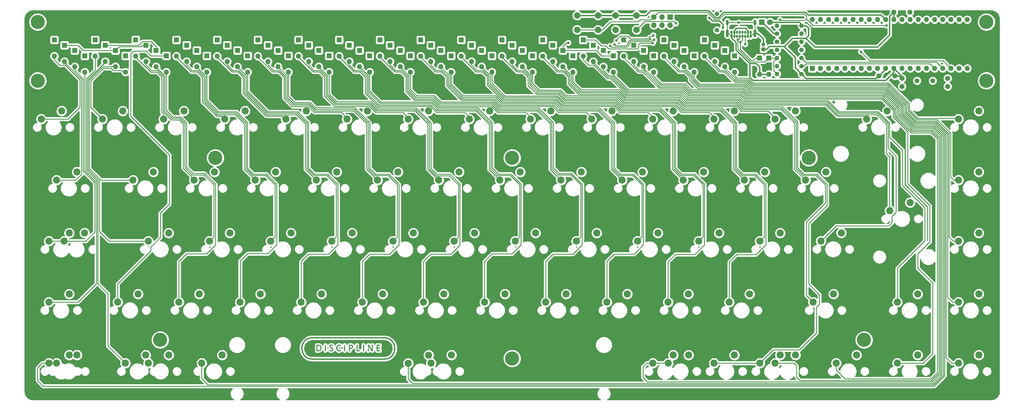
<source format=gbr>
G04 #@! TF.GenerationSoftware,KiCad,Pcbnew,5.99.0-unknown-9339afc~86~ubuntu18.04.1*
G04 #@! TF.CreationDate,2019-10-02T01:45:22+01:00*
G04 #@! TF.ProjectId,discipline-pcb,64697363-6970-46c6-996e-652d7063622e,rev?*
G04 #@! TF.SameCoordinates,Original*
G04 #@! TF.FileFunction,Copper,L1,Top*
G04 #@! TF.FilePolarity,Positive*
%FSLAX46Y46*%
G04 Gerber Fmt 4.6, Leading zero omitted, Abs format (unit mm)*
G04 Created by KiCad (PCBNEW 5.99.0-unknown-9339afc~86~ubuntu18.04.1) date 2019-10-02 01:45:22*
%MOMM*%
%LPD*%
G04 APERTURE LIST*
%ADD10C,0.400000*%
%ADD11C,0.010000*%
%ADD12C,2.200000*%
%ADD13O,1.700000X1.700000*%
%ADD14R,1.700000X1.700000*%
%ADD15C,1.400000*%
%ADD16O,0.650000X1.000000*%
%ADD17O,0.900000X2.400000*%
%ADD18O,0.900000X1.700000*%
%ADD19O,1.600000X1.600000*%
%ADD20R,1.600000X1.600000*%
%ADD21C,2.000000*%
%ADD22C,1.600000*%
%ADD23O,1.400000X1.400000*%
%ADD24C,4.400000*%
%ADD25C,1.500000*%
%ADD26R,1.200000X1.200000*%
%ADD27C,1.200000*%
%ADD28C,1.800000*%
%ADD29R,1.800000X1.800000*%
%ADD30C,0.800000*%
%ADD31C,0.250000*%
%ADD32C,0.254000*%
G04 APERTURE END LIST*
D10*
X150813990Y-162401840D02*
X173113990Y-162401840D01*
X150833990Y-155721840D02*
X173113990Y-155721840D01*
X173103990Y-155721840D02*
G75*
G02X173103990Y-162401840I0J-3340000D01*
G01*
X150803990Y-162401840D02*
G75*
G02X150803990Y-155721840I0J3340000D01*
G01*
D11*
G36*
X171525606Y-157902998D02*
G01*
X171661305Y-157905555D01*
X171751613Y-157911244D01*
X171806479Y-157921237D01*
X171835853Y-157936700D01*
X171849685Y-157958804D01*
X171851142Y-157963102D01*
X171857555Y-158042149D01*
X171849849Y-158077369D01*
X171832544Y-158100096D01*
X171794076Y-158115465D01*
X171723696Y-158124827D01*
X171610656Y-158129532D01*
X171444208Y-158130930D01*
X171423462Y-158130940D01*
X171017632Y-158130940D01*
X171027019Y-158432933D01*
X171036406Y-158734925D01*
X171387370Y-158744191D01*
X171738334Y-158753458D01*
X171738334Y-158947136D01*
X171020082Y-158947136D01*
X171020082Y-159663437D01*
X171852602Y-159681711D01*
X171852602Y-159877598D01*
X171345720Y-159886552D01*
X171130265Y-159888577D01*
X170973635Y-159885689D01*
X170869519Y-159877530D01*
X170811606Y-159863741D01*
X170798869Y-159855537D01*
X170786502Y-159811212D01*
X170776229Y-159711935D01*
X170768056Y-159568014D01*
X170761986Y-159389754D01*
X170758024Y-159187464D01*
X170756173Y-158971448D01*
X170756439Y-158752016D01*
X170758825Y-158539472D01*
X170763336Y-158344125D01*
X170769976Y-158176281D01*
X170778748Y-158046246D01*
X170789659Y-157964329D01*
X170798077Y-157941583D01*
X170844332Y-157924195D01*
X170945226Y-157912039D01*
X171104216Y-157904861D01*
X171324758Y-157902409D01*
X171334566Y-157902406D01*
X171525606Y-157902998D01*
X171525606Y-157902998D01*
G37*
X171525606Y-157902998D02*
X171661305Y-157905555D01*
X171751613Y-157911244D01*
X171806479Y-157921237D01*
X171835853Y-157936700D01*
X171849685Y-157958804D01*
X171851142Y-157963102D01*
X171857555Y-158042149D01*
X171849849Y-158077369D01*
X171832544Y-158100096D01*
X171794076Y-158115465D01*
X171723696Y-158124827D01*
X171610656Y-158129532D01*
X171444208Y-158130930D01*
X171423462Y-158130940D01*
X171017632Y-158130940D01*
X171027019Y-158432933D01*
X171036406Y-158734925D01*
X171387370Y-158744191D01*
X171738334Y-158753458D01*
X171738334Y-158947136D01*
X171020082Y-158947136D01*
X171020082Y-159663437D01*
X171852602Y-159681711D01*
X171852602Y-159877598D01*
X171345720Y-159886552D01*
X171130265Y-159888577D01*
X170973635Y-159885689D01*
X170869519Y-159877530D01*
X170811606Y-159863741D01*
X170798869Y-159855537D01*
X170786502Y-159811212D01*
X170776229Y-159711935D01*
X170768056Y-159568014D01*
X170761986Y-159389754D01*
X170758024Y-159187464D01*
X170756173Y-158971448D01*
X170756439Y-158752016D01*
X170758825Y-158539472D01*
X170763336Y-158344125D01*
X170769976Y-158176281D01*
X170778748Y-158046246D01*
X170789659Y-157964329D01*
X170798077Y-157941583D01*
X170844332Y-157924195D01*
X170945226Y-157912039D01*
X171104216Y-157904861D01*
X171324758Y-157902409D01*
X171334566Y-157902406D01*
X171525606Y-157902998D01*
G36*
X169510603Y-158887898D02*
G01*
X169501959Y-159877598D01*
X169387692Y-159887213D01*
X169294135Y-159882196D01*
X169222011Y-159856968D01*
X169218693Y-159854566D01*
X169189031Y-159815762D01*
X169132731Y-159727413D01*
X169054394Y-159597308D01*
X168958626Y-159433238D01*
X168850029Y-159242992D01*
X168733208Y-159034362D01*
X168721390Y-159013039D01*
X168278819Y-158213776D01*
X168270080Y-159045687D01*
X168261342Y-159877598D01*
X168154755Y-159887865D01*
X168048168Y-159898131D01*
X168056811Y-158908430D01*
X168065455Y-157918729D01*
X168216873Y-157908928D01*
X168317663Y-157908369D01*
X168380040Y-157928909D01*
X168429084Y-157978202D01*
X168461233Y-158028191D01*
X168519369Y-158126778D01*
X168598460Y-158265100D01*
X168693478Y-158434296D01*
X168799393Y-158625502D01*
X168881651Y-158775629D01*
X169273424Y-159493981D01*
X169306072Y-157918729D01*
X169412659Y-157908463D01*
X169519247Y-157898197D01*
X169510603Y-158887898D01*
X169510603Y-158887898D01*
G37*
X169510603Y-158887898D02*
X169501959Y-159877598D01*
X169387692Y-159887213D01*
X169294135Y-159882196D01*
X169222011Y-159856968D01*
X169218693Y-159854566D01*
X169189031Y-159815762D01*
X169132731Y-159727413D01*
X169054394Y-159597308D01*
X168958626Y-159433238D01*
X168850029Y-159242992D01*
X168733208Y-159034362D01*
X168721390Y-159013039D01*
X168278819Y-158213776D01*
X168270080Y-159045687D01*
X168261342Y-159877598D01*
X168154755Y-159887865D01*
X168048168Y-159898131D01*
X168056811Y-158908430D01*
X168065455Y-157918729D01*
X168216873Y-157908928D01*
X168317663Y-157908369D01*
X168380040Y-157928909D01*
X168429084Y-157978202D01*
X168461233Y-158028191D01*
X168519369Y-158126778D01*
X168598460Y-158265100D01*
X168693478Y-158434296D01*
X168799393Y-158625502D01*
X168881651Y-158775629D01*
X169273424Y-159493981D01*
X169306072Y-157918729D01*
X169412659Y-157908463D01*
X169519247Y-157898197D01*
X169510603Y-158887898D01*
G36*
X166669761Y-157908597D02*
G01*
X166792190Y-157918729D01*
X166792190Y-159877598D01*
X166547332Y-159897864D01*
X166547332Y-157898464D01*
X166669761Y-157908597D01*
X166669761Y-157908597D01*
G37*
X166669761Y-157908597D02*
X166792190Y-157918729D01*
X166792190Y-159877598D01*
X166547332Y-159897864D01*
X166547332Y-157898464D01*
X166669761Y-157908597D01*
G36*
X164645597Y-157908597D02*
G01*
X164768026Y-157918729D01*
X164785412Y-159663259D01*
X165518926Y-159681711D01*
X165518926Y-159877598D01*
X165043648Y-159886597D01*
X164873642Y-159888312D01*
X164727342Y-159886945D01*
X164616934Y-159882829D01*
X164554604Y-159876298D01*
X164545769Y-159872994D01*
X164540084Y-159835835D01*
X164534922Y-159741624D01*
X164530472Y-159598604D01*
X164526919Y-159415017D01*
X164524450Y-159199108D01*
X164523252Y-158959118D01*
X164523167Y-158874428D01*
X164523167Y-157898464D01*
X164645597Y-157908597D01*
X164645597Y-157908597D01*
G37*
X164645597Y-157908597D02*
X164768026Y-157918729D01*
X164785412Y-159663259D01*
X165518926Y-159681711D01*
X165518926Y-159877598D01*
X165043648Y-159886597D01*
X164873642Y-159888312D01*
X164727342Y-159886945D01*
X164616934Y-159882829D01*
X164554604Y-159876298D01*
X164545769Y-159872994D01*
X164540084Y-159835835D01*
X164534922Y-159741624D01*
X164530472Y-159598604D01*
X164526919Y-159415017D01*
X164524450Y-159199108D01*
X164523252Y-158959118D01*
X164523167Y-158874428D01*
X164523167Y-157898464D01*
X164645597Y-157908597D01*
G36*
X162640184Y-157908341D02*
G01*
X162810327Y-157916645D01*
X162930874Y-157928155D01*
X163017527Y-157945751D01*
X163085985Y-157972314D01*
X163133137Y-157998805D01*
X163259726Y-158098816D01*
X163337737Y-158219075D01*
X163374510Y-158374201D01*
X163379835Y-158490066D01*
X163356125Y-158701607D01*
X163284980Y-158870024D01*
X163165006Y-158996624D01*
X162994806Y-159082710D01*
X162772987Y-159129590D01*
X162688909Y-159136639D01*
X162433707Y-159151412D01*
X162433707Y-159893922D01*
X162324881Y-159893922D01*
X162244211Y-159887949D01*
X162195764Y-159873442D01*
X162194290Y-159872157D01*
X162188708Y-159835128D01*
X162183655Y-159741216D01*
X162179323Y-159598833D01*
X162175902Y-159416390D01*
X162173583Y-159202298D01*
X162172558Y-158964970D01*
X162172525Y-158913044D01*
X162172962Y-158635039D01*
X162174506Y-158415351D01*
X162177508Y-158247009D01*
X162182010Y-158130940D01*
X162433707Y-158130940D01*
X162433707Y-158517273D01*
X162435448Y-158669998D01*
X162440184Y-158798078D01*
X162447187Y-158887837D01*
X162455472Y-158925370D01*
X162507472Y-158942316D01*
X162600909Y-158945923D01*
X162713444Y-158936853D01*
X162822735Y-158915767D01*
X162827905Y-158914355D01*
X162966837Y-158850165D01*
X163058215Y-158745225D01*
X163106038Y-158594273D01*
X163112426Y-158540007D01*
X163118002Y-158433191D01*
X163106160Y-158363664D01*
X163067531Y-158303920D01*
X163012292Y-158245926D01*
X162947913Y-158185586D01*
X162891638Y-158151167D01*
X162821604Y-158135420D01*
X162715950Y-158131096D01*
X162665507Y-158130940D01*
X162433707Y-158130940D01*
X162182010Y-158130940D01*
X162182317Y-158123038D01*
X162189283Y-158036466D01*
X162198757Y-157980320D01*
X162211089Y-157947626D01*
X162221624Y-157934948D01*
X162269752Y-157915880D01*
X162361979Y-157905900D01*
X162506005Y-157904517D01*
X162640184Y-157908341D01*
X162640184Y-157908341D01*
G37*
X162640184Y-157908341D02*
X162810327Y-157916645D01*
X162930874Y-157928155D01*
X163017527Y-157945751D01*
X163085985Y-157972314D01*
X163133137Y-157998805D01*
X163259726Y-158098816D01*
X163337737Y-158219075D01*
X163374510Y-158374201D01*
X163379835Y-158490066D01*
X163356125Y-158701607D01*
X163284980Y-158870024D01*
X163165006Y-158996624D01*
X162994806Y-159082710D01*
X162772987Y-159129590D01*
X162688909Y-159136639D01*
X162433707Y-159151412D01*
X162433707Y-159893922D01*
X162324881Y-159893922D01*
X162244211Y-159887949D01*
X162195764Y-159873442D01*
X162194290Y-159872157D01*
X162188708Y-159835128D01*
X162183655Y-159741216D01*
X162179323Y-159598833D01*
X162175902Y-159416390D01*
X162173583Y-159202298D01*
X162172558Y-158964970D01*
X162172525Y-158913044D01*
X162172962Y-158635039D01*
X162174506Y-158415351D01*
X162177508Y-158247009D01*
X162182010Y-158130940D01*
X162433707Y-158130940D01*
X162433707Y-158517273D01*
X162435448Y-158669998D01*
X162440184Y-158798078D01*
X162447187Y-158887837D01*
X162455472Y-158925370D01*
X162507472Y-158942316D01*
X162600909Y-158945923D01*
X162713444Y-158936853D01*
X162822735Y-158915767D01*
X162827905Y-158914355D01*
X162966837Y-158850165D01*
X163058215Y-158745225D01*
X163106038Y-158594273D01*
X163112426Y-158540007D01*
X163118002Y-158433191D01*
X163106160Y-158363664D01*
X163067531Y-158303920D01*
X163012292Y-158245926D01*
X162947913Y-158185586D01*
X162891638Y-158151167D01*
X162821604Y-158135420D01*
X162715950Y-158131096D01*
X162665507Y-158130940D01*
X162433707Y-158130940D01*
X162182010Y-158130940D01*
X162182317Y-158123038D01*
X162189283Y-158036466D01*
X162198757Y-157980320D01*
X162211089Y-157947626D01*
X162221624Y-157934948D01*
X162269752Y-157915880D01*
X162361979Y-157905900D01*
X162506005Y-157904517D01*
X162640184Y-157908341D01*
G36*
X160931908Y-159893922D02*
G01*
X160816616Y-159893922D01*
X160735729Y-159883371D01*
X160688121Y-159857493D01*
X160685511Y-159852715D01*
X160681755Y-159810581D01*
X160678910Y-159711752D01*
X160677039Y-159564824D01*
X160676203Y-159378391D01*
X160676465Y-159161048D01*
X160677886Y-158921391D01*
X160678374Y-158865119D01*
X160687049Y-157918729D01*
X160809478Y-157908597D01*
X160931908Y-157898464D01*
X160931908Y-159893922D01*
X160931908Y-159893922D01*
G37*
X160931908Y-159893922D02*
X160816616Y-159893922D01*
X160735729Y-159883371D01*
X160688121Y-159857493D01*
X160685511Y-159852715D01*
X160681755Y-159810581D01*
X160678910Y-159711752D01*
X160677039Y-159564824D01*
X160676203Y-159378391D01*
X160676465Y-159161048D01*
X160677886Y-158921391D01*
X160678374Y-158865119D01*
X160687049Y-157918729D01*
X160809478Y-157908597D01*
X160931908Y-157898464D01*
X160931908Y-159893922D01*
G36*
X154908386Y-159877598D02*
G01*
X154802056Y-159887846D01*
X154716056Y-159882785D01*
X154679113Y-159854800D01*
X154675152Y-159812115D01*
X154672121Y-159712760D01*
X154670091Y-159565354D01*
X154669130Y-159378517D01*
X154669307Y-159160868D01*
X154670693Y-158921028D01*
X154671176Y-158865119D01*
X154679851Y-157918729D01*
X154908386Y-157918729D01*
X154908386Y-159877598D01*
X154908386Y-159877598D01*
G37*
X154908386Y-159877598D02*
X154802056Y-159887846D01*
X154716056Y-159882785D01*
X154679113Y-159854800D01*
X154675152Y-159812115D01*
X154672121Y-159712760D01*
X154670091Y-159565354D01*
X154669130Y-159378517D01*
X154669307Y-159160868D01*
X154670693Y-158921028D01*
X154671176Y-158865119D01*
X154679851Y-157918729D01*
X154908386Y-157918729D01*
X154908386Y-159877598D01*
G36*
X152621326Y-157911161D02*
G01*
X152834435Y-157935264D01*
X153011029Y-157984087D01*
X153163961Y-158060087D01*
X153171114Y-158064580D01*
X153322727Y-158198165D01*
X153436579Y-158377780D01*
X153509514Y-158594083D01*
X153538374Y-158837731D01*
X153520265Y-159097732D01*
X153457946Y-159345797D01*
X153356482Y-159544101D01*
X153212534Y-159697489D01*
X153031136Y-159807044D01*
X152939960Y-159835845D01*
X152811893Y-159859870D01*
X152660751Y-159878431D01*
X152500353Y-159890842D01*
X152344516Y-159896415D01*
X152207057Y-159894464D01*
X152101793Y-159884301D01*
X152042543Y-159865240D01*
X152035316Y-159856561D01*
X152031181Y-159813410D01*
X152027993Y-159713610D01*
X152025829Y-159565801D01*
X152024762Y-159378622D01*
X152024869Y-159160716D01*
X152026223Y-158920722D01*
X152026703Y-158865119D01*
X152033432Y-158130940D01*
X152280237Y-158130940D01*
X152280237Y-159665388D01*
X152534501Y-159665388D01*
X152691709Y-159659976D01*
X152809169Y-159640693D01*
X152911761Y-159602971D01*
X152934437Y-159591930D01*
X153072327Y-159494221D01*
X153169397Y-159357567D01*
X153229022Y-159175494D01*
X153252686Y-158981965D01*
X153251505Y-158750547D01*
X153216269Y-158564508D01*
X153143869Y-158411730D01*
X153087406Y-158337859D01*
X152980725Y-158237453D01*
X152861506Y-158173665D01*
X152712803Y-158140248D01*
X152526144Y-158130940D01*
X152280237Y-158130940D01*
X152033432Y-158130940D01*
X152035378Y-157918729D01*
X152358850Y-157909323D01*
X152621326Y-157911161D01*
X152621326Y-157911161D01*
G37*
X152621326Y-157911161D02*
X152834435Y-157935264D01*
X153011029Y-157984087D01*
X153163961Y-158060087D01*
X153171114Y-158064580D01*
X153322727Y-158198165D01*
X153436579Y-158377780D01*
X153509514Y-158594083D01*
X153538374Y-158837731D01*
X153520265Y-159097732D01*
X153457946Y-159345797D01*
X153356482Y-159544101D01*
X153212534Y-159697489D01*
X153031136Y-159807044D01*
X152939960Y-159835845D01*
X152811893Y-159859870D01*
X152660751Y-159878431D01*
X152500353Y-159890842D01*
X152344516Y-159896415D01*
X152207057Y-159894464D01*
X152101793Y-159884301D01*
X152042543Y-159865240D01*
X152035316Y-159856561D01*
X152031181Y-159813410D01*
X152027993Y-159713610D01*
X152025829Y-159565801D01*
X152024762Y-159378622D01*
X152024869Y-159160716D01*
X152026223Y-158920722D01*
X152026703Y-158865119D01*
X152033432Y-158130940D01*
X152280237Y-158130940D01*
X152280237Y-159665388D01*
X152534501Y-159665388D01*
X152691709Y-159659976D01*
X152809169Y-159640693D01*
X152911761Y-159602971D01*
X152934437Y-159591930D01*
X153072327Y-159494221D01*
X153169397Y-159357567D01*
X153229022Y-159175494D01*
X153252686Y-158981965D01*
X153251505Y-158750547D01*
X153216269Y-158564508D01*
X153143869Y-158411730D01*
X153087406Y-158337859D01*
X152980725Y-158237453D01*
X152861506Y-158173665D01*
X152712803Y-158140248D01*
X152526144Y-158130940D01*
X152280237Y-158130940D01*
X152033432Y-158130940D01*
X152035378Y-157918729D01*
X152358850Y-157909323D01*
X152621326Y-157911161D01*
G36*
X159184920Y-157883589D02*
G01*
X159397778Y-157937749D01*
X159456496Y-157964508D01*
X159561021Y-158031974D01*
X159613290Y-158108246D01*
X159625995Y-158196979D01*
X159611023Y-158260323D01*
X159563263Y-158274142D01*
X159478455Y-158238661D01*
X159428299Y-158207488D01*
X159290124Y-158138788D01*
X159129475Y-158108433D01*
X159108840Y-158106974D01*
X158919596Y-158119816D01*
X158766117Y-158186177D01*
X158642921Y-158309195D01*
X158583183Y-158407741D01*
X158544599Y-158490045D01*
X158520024Y-158567936D01*
X158506411Y-158659900D01*
X158500715Y-158784423D01*
X158499808Y-158913782D01*
X158501851Y-159077888D01*
X158509607Y-159194326D01*
X158525791Y-159280651D01*
X158553119Y-159354423D01*
X158574582Y-159397324D01*
X158685067Y-159540939D01*
X158831334Y-159637992D01*
X159001139Y-159686157D01*
X159182237Y-159683109D01*
X159362383Y-159626521D01*
X159464352Y-159566307D01*
X159535970Y-159522292D01*
X159587914Y-159502264D01*
X159590225Y-159502149D01*
X159621023Y-159527916D01*
X159626450Y-159590716D01*
X159609555Y-159668796D01*
X159573390Y-159740406D01*
X159553656Y-159762886D01*
X159432981Y-159838884D01*
X159269784Y-159891589D01*
X159083739Y-159917589D01*
X158894516Y-159913477D01*
X158788846Y-159895426D01*
X158601335Y-159818810D01*
X158445405Y-159689520D01*
X158324378Y-159513747D01*
X158241573Y-159297680D01*
X158200312Y-159047508D01*
X158201293Y-158800220D01*
X158242898Y-158547718D01*
X158324011Y-158325698D01*
X158439775Y-158144708D01*
X158552618Y-158037609D01*
X158744479Y-157934963D01*
X158961200Y-157883142D01*
X159184920Y-157883589D01*
X159184920Y-157883589D01*
G37*
X159184920Y-157883589D02*
X159397778Y-157937749D01*
X159456496Y-157964508D01*
X159561021Y-158031974D01*
X159613290Y-158108246D01*
X159625995Y-158196979D01*
X159611023Y-158260323D01*
X159563263Y-158274142D01*
X159478455Y-158238661D01*
X159428299Y-158207488D01*
X159290124Y-158138788D01*
X159129475Y-158108433D01*
X159108840Y-158106974D01*
X158919596Y-158119816D01*
X158766117Y-158186177D01*
X158642921Y-158309195D01*
X158583183Y-158407741D01*
X158544599Y-158490045D01*
X158520024Y-158567936D01*
X158506411Y-158659900D01*
X158500715Y-158784423D01*
X158499808Y-158913782D01*
X158501851Y-159077888D01*
X158509607Y-159194326D01*
X158525791Y-159280651D01*
X158553119Y-159354423D01*
X158574582Y-159397324D01*
X158685067Y-159540939D01*
X158831334Y-159637992D01*
X159001139Y-159686157D01*
X159182237Y-159683109D01*
X159362383Y-159626521D01*
X159464352Y-159566307D01*
X159535970Y-159522292D01*
X159587914Y-159502264D01*
X159590225Y-159502149D01*
X159621023Y-159527916D01*
X159626450Y-159590716D01*
X159609555Y-159668796D01*
X159573390Y-159740406D01*
X159553656Y-159762886D01*
X159432981Y-159838884D01*
X159269784Y-159891589D01*
X159083739Y-159917589D01*
X158894516Y-159913477D01*
X158788846Y-159895426D01*
X158601335Y-159818810D01*
X158445405Y-159689520D01*
X158324378Y-159513747D01*
X158241573Y-159297680D01*
X158200312Y-159047508D01*
X158201293Y-158800220D01*
X158242898Y-158547718D01*
X158324011Y-158325698D01*
X158439775Y-158144708D01*
X158552618Y-158037609D01*
X158744479Y-157934963D01*
X158961200Y-157883142D01*
X159184920Y-157883589D01*
G36*
X156835154Y-157897780D02*
G01*
X156958225Y-157931926D01*
X157050714Y-157976184D01*
X157092940Y-158021021D01*
X157110806Y-158105393D01*
X157104023Y-158179225D01*
X157084294Y-158209575D01*
X157040635Y-158206546D01*
X156963950Y-158178530D01*
X156930476Y-158162531D01*
X156772547Y-158105881D01*
X156623463Y-158095194D01*
X156494131Y-158126604D01*
X156395457Y-158196247D01*
X156338348Y-158300259D01*
X156328566Y-158375799D01*
X156351955Y-158488627D01*
X156425827Y-158587788D01*
X156555738Y-158679089D01*
X156675154Y-158737984D01*
X156902368Y-158853928D01*
X157065686Y-158972400D01*
X157149054Y-159067479D01*
X157191253Y-159175462D01*
X157208959Y-159316397D01*
X157201480Y-159462430D01*
X157168123Y-159585708D01*
X157162258Y-159597824D01*
X157052884Y-159741399D01*
X156899291Y-159846020D01*
X156712278Y-159907895D01*
X156502645Y-159923233D01*
X156312242Y-159896250D01*
X156195653Y-159857725D01*
X156093505Y-159806223D01*
X156029707Y-159753981D01*
X156027073Y-159750282D01*
X156005764Y-159684803D01*
X156006386Y-159608687D01*
X156027990Y-159555989D01*
X156032584Y-159552450D01*
X156077249Y-159555165D01*
X156155647Y-159583565D01*
X156199342Y-159604625D01*
X156373513Y-159671717D01*
X156541162Y-159693686D01*
X156692305Y-159673816D01*
X156816959Y-159615391D01*
X156905141Y-159521694D01*
X156946867Y-159396008D01*
X156948874Y-159358100D01*
X156927387Y-159268890D01*
X156859403Y-159179720D01*
X156739639Y-159085674D01*
X156562812Y-158981836D01*
X156520851Y-158959831D01*
X156336913Y-158856057D01*
X156207810Y-158759087D01*
X156125335Y-158658725D01*
X156081279Y-158544774D01*
X156067433Y-158407039D01*
X156067383Y-158396560D01*
X156093057Y-158209429D01*
X156169712Y-158062966D01*
X156296795Y-157957737D01*
X156473754Y-157894311D01*
X156570012Y-157879507D01*
X156699688Y-157878666D01*
X156835154Y-157897780D01*
X156835154Y-157897780D01*
G37*
X156835154Y-157897780D02*
X156958225Y-157931926D01*
X157050714Y-157976184D01*
X157092940Y-158021021D01*
X157110806Y-158105393D01*
X157104023Y-158179225D01*
X157084294Y-158209575D01*
X157040635Y-158206546D01*
X156963950Y-158178530D01*
X156930476Y-158162531D01*
X156772547Y-158105881D01*
X156623463Y-158095194D01*
X156494131Y-158126604D01*
X156395457Y-158196247D01*
X156338348Y-158300259D01*
X156328566Y-158375799D01*
X156351955Y-158488627D01*
X156425827Y-158587788D01*
X156555738Y-158679089D01*
X156675154Y-158737984D01*
X156902368Y-158853928D01*
X157065686Y-158972400D01*
X157149054Y-159067479D01*
X157191253Y-159175462D01*
X157208959Y-159316397D01*
X157201480Y-159462430D01*
X157168123Y-159585708D01*
X157162258Y-159597824D01*
X157052884Y-159741399D01*
X156899291Y-159846020D01*
X156712278Y-159907895D01*
X156502645Y-159923233D01*
X156312242Y-159896250D01*
X156195653Y-159857725D01*
X156093505Y-159806223D01*
X156029707Y-159753981D01*
X156027073Y-159750282D01*
X156005764Y-159684803D01*
X156006386Y-159608687D01*
X156027990Y-159555989D01*
X156032584Y-159552450D01*
X156077249Y-159555165D01*
X156155647Y-159583565D01*
X156199342Y-159604625D01*
X156373513Y-159671717D01*
X156541162Y-159693686D01*
X156692305Y-159673816D01*
X156816959Y-159615391D01*
X156905141Y-159521694D01*
X156946867Y-159396008D01*
X156948874Y-159358100D01*
X156927387Y-159268890D01*
X156859403Y-159179720D01*
X156739639Y-159085674D01*
X156562812Y-158981836D01*
X156520851Y-158959831D01*
X156336913Y-158856057D01*
X156207810Y-158759087D01*
X156125335Y-158658725D01*
X156081279Y-158544774D01*
X156067433Y-158407039D01*
X156067383Y-158396560D01*
X156093057Y-158209429D01*
X156169712Y-158062966D01*
X156296795Y-157957737D01*
X156473754Y-157894311D01*
X156570012Y-157879507D01*
X156699688Y-157878666D01*
X156835154Y-157897780D01*
D12*
X330631800Y-116052600D03*
X336981800Y-113512600D03*
X309194200Y-125552200D03*
X315544200Y-123012200D03*
X68689084Y-125581380D03*
X75039084Y-123041380D03*
X68656200Y-144631380D03*
X75006200Y-142091380D03*
X90119200Y-144627600D03*
X96469200Y-142087600D03*
X118695284Y-125581380D03*
X125045284Y-123041380D03*
X294948062Y-163681380D03*
X301298062Y-161141380D03*
X137745284Y-125581380D03*
X144095284Y-123041380D03*
X352057784Y-163681380D03*
X358407784Y-161141380D03*
X156794784Y-125581380D03*
X163144784Y-123041380D03*
X333007784Y-163681380D03*
X339357784Y-161141380D03*
X175844784Y-125581380D03*
X182194784Y-123041380D03*
X313957784Y-163681380D03*
X320307784Y-161141380D03*
X194894784Y-125581380D03*
X201244784Y-123041380D03*
X213944784Y-125581380D03*
X220294784Y-123041380D03*
X232994784Y-125581380D03*
X239344784Y-123041380D03*
X252044784Y-125581380D03*
X258394784Y-123041380D03*
X271094784Y-125581380D03*
X277444784Y-123041380D03*
X280620784Y-144631380D03*
X286970784Y-142091380D03*
X290144784Y-125581380D03*
X296494784Y-123041380D03*
X352057784Y-125581380D03*
X358407784Y-123041380D03*
X109170284Y-144631380D03*
X115520284Y-142091380D03*
X128220284Y-144631380D03*
X134570284Y-142091380D03*
X147270284Y-144631380D03*
X153620284Y-142091380D03*
X166320784Y-144631380D03*
X172670784Y-142091380D03*
X185370784Y-144631380D03*
X191720784Y-142091380D03*
X352057784Y-144631380D03*
X358407784Y-142091380D03*
X204420784Y-144631380D03*
X210770784Y-142091380D03*
X333007784Y-144631380D03*
X339357784Y-142091380D03*
X223470784Y-144631380D03*
X229820784Y-142091380D03*
X242520784Y-144631380D03*
X248870784Y-142091380D03*
X261570784Y-144631380D03*
X267920784Y-142091380D03*
X180634107Y-163689270D03*
X186984107Y-161149270D03*
X66307784Y-87481380D03*
X72657784Y-84941380D03*
X85357784Y-87481380D03*
X91707784Y-84941380D03*
X104407784Y-87481380D03*
X110757784Y-84941380D03*
X187751784Y-163681380D03*
X194101784Y-161141380D03*
X123457784Y-87481380D03*
X129807784Y-84941380D03*
X142507784Y-87481380D03*
X148857784Y-84941380D03*
X161557784Y-87481380D03*
X167907784Y-84941380D03*
X180607784Y-87481380D03*
X186957784Y-84941380D03*
X199657784Y-87481380D03*
X206007784Y-84941380D03*
X218707784Y-87481380D03*
X225057784Y-84941380D03*
X237757784Y-87481380D03*
X244107784Y-84941380D03*
X256807784Y-87481380D03*
X263157784Y-84941380D03*
X275857784Y-87481380D03*
X282207784Y-84941380D03*
X99645284Y-125581380D03*
X105995284Y-123041380D03*
X352057784Y-87481380D03*
X358407784Y-84941380D03*
X94882784Y-106531380D03*
X101232784Y-103991380D03*
X113932784Y-106531380D03*
X120282784Y-103991380D03*
X132982784Y-106531380D03*
X139332784Y-103991380D03*
X152032784Y-106531380D03*
X158382784Y-103991380D03*
X171082784Y-106531380D03*
X177432784Y-103991380D03*
X190132784Y-106531380D03*
X196482784Y-103991380D03*
X209182784Y-106531380D03*
X215532784Y-103991380D03*
X228232784Y-106531380D03*
X234582784Y-103991380D03*
X247282784Y-106531380D03*
X253632784Y-103991380D03*
X266332784Y-106531380D03*
X272682784Y-103991380D03*
X285382784Y-106531380D03*
X291732784Y-103991380D03*
X304432784Y-106531380D03*
X310782784Y-103991380D03*
X352057784Y-106531380D03*
X358407784Y-103991380D03*
X294907784Y-87481380D03*
X301257784Y-84941380D03*
X99669565Y-163677449D03*
X106019565Y-161137449D03*
X261610470Y-163681380D03*
X267960470Y-161141380D03*
X92501584Y-163681380D03*
X98851584Y-161141380D03*
X290166662Y-163681380D03*
X296516662Y-161141380D03*
X68688984Y-163681380D03*
X75038984Y-161141380D03*
X71070234Y-163677449D03*
X77420234Y-161137449D03*
X275892740Y-163681380D03*
X282242740Y-161141380D03*
X256837418Y-163681380D03*
X263187418Y-161141380D03*
X116313984Y-163681380D03*
X122663984Y-161141380D03*
X71070284Y-106531380D03*
X77420284Y-103991380D03*
X306813784Y-144631380D03*
X313163784Y-142091380D03*
X73451584Y-125581380D03*
X79801584Y-123041380D03*
X323482784Y-87481380D03*
X329832784Y-84941380D03*
D13*
X257120000Y-58140000D03*
X257120000Y-55600000D03*
X259660000Y-58140000D03*
X259660000Y-55600000D03*
X262200000Y-58140000D03*
D14*
X262200000Y-55600000D03*
D15*
X276824148Y-54598468D03*
X276824148Y-59698468D03*
D16*
X285600002Y-61638652D03*
X287300002Y-61638652D03*
X286450002Y-61638652D03*
X284750002Y-61638652D03*
X283900002Y-61638652D03*
X283050002Y-61638652D03*
X282200002Y-61638652D03*
X281350002Y-61638652D03*
X287300002Y-60313652D03*
X286445002Y-60313652D03*
X285595002Y-60313652D03*
X284745002Y-60313652D03*
X283895002Y-60313652D03*
X283045002Y-60313652D03*
X282195002Y-60313652D03*
X281345002Y-60313652D03*
D17*
X288650002Y-60658652D03*
X280000002Y-60658652D03*
D18*
X288650002Y-57278652D03*
X280000002Y-57278652D03*
D19*
X70376818Y-67803242D03*
D20*
X70376818Y-62723242D03*
D19*
X79885207Y-72763829D03*
D20*
X79885207Y-67683829D03*
D19*
X92563059Y-72763829D03*
D20*
X92563059Y-67683829D03*
D19*
X95732522Y-67803242D03*
D20*
X95732522Y-62723242D03*
D19*
X108410374Y-67803242D03*
D20*
X108410374Y-62723242D03*
D19*
X121088226Y-67803242D03*
D20*
X121088226Y-62723242D03*
D19*
X133766078Y-67803242D03*
D20*
X133766078Y-62723242D03*
D19*
X146443930Y-67803242D03*
D20*
X146443930Y-62723242D03*
D19*
X159121782Y-67803242D03*
D20*
X159121782Y-62723242D03*
D19*
X171799634Y-67803242D03*
D20*
X171799634Y-62723242D03*
D19*
X184477486Y-67803242D03*
D20*
X184477486Y-62723242D03*
D19*
X197155338Y-67803242D03*
D20*
X197155338Y-62723242D03*
D19*
X209833190Y-67803242D03*
D20*
X209833190Y-62723242D03*
D19*
X222511042Y-67803242D03*
D20*
X222511042Y-62723242D03*
D19*
X235118910Y-67803242D03*
D20*
X235118910Y-62723242D03*
D19*
X282318463Y-72763829D03*
D20*
X282318463Y-67683829D03*
D19*
X73546281Y-69456771D03*
D20*
X73546281Y-64376771D03*
D19*
X89393596Y-71110300D03*
D20*
X89393596Y-66030300D03*
D19*
X98901985Y-69456771D03*
D20*
X98901985Y-64376771D03*
D19*
X111579837Y-69456771D03*
D20*
X111579837Y-64376771D03*
D19*
X124257689Y-69456771D03*
D20*
X124257689Y-64376771D03*
D19*
X136935541Y-69456771D03*
D20*
X136935541Y-64376771D03*
D19*
X149613393Y-69456771D03*
D20*
X149613393Y-64376771D03*
D19*
X162291245Y-69456771D03*
D20*
X162291245Y-64376771D03*
D19*
X174969097Y-69456771D03*
D20*
X174969097Y-64376771D03*
D19*
X187646949Y-69456771D03*
D20*
X187646949Y-64376771D03*
D19*
X200324801Y-69456771D03*
D20*
X200324801Y-64376771D03*
D19*
X213002653Y-69456771D03*
D20*
X213002653Y-64376771D03*
D19*
X225663009Y-69456771D03*
D20*
X225663009Y-64376771D03*
D19*
X238269683Y-69456771D03*
D20*
X238269683Y-64376771D03*
D19*
X279229739Y-71110300D03*
D20*
X279229739Y-66030300D03*
D19*
X76715744Y-71110300D03*
D20*
X76715744Y-66030300D03*
D19*
X86224133Y-69456771D03*
D20*
X86224133Y-64376771D03*
D19*
X102071448Y-71110300D03*
D20*
X102071448Y-66030300D03*
D19*
X114749300Y-71110300D03*
D20*
X114749300Y-66030300D03*
D19*
X127427152Y-71110300D03*
D20*
X127427152Y-66030300D03*
D19*
X140105004Y-71110300D03*
D20*
X140105004Y-66030300D03*
D19*
X152782856Y-71110300D03*
D20*
X152782856Y-66030300D03*
D19*
X165460708Y-71110300D03*
D20*
X165460708Y-66030300D03*
D19*
X178138560Y-71110300D03*
D20*
X178138560Y-66030300D03*
D19*
X190816412Y-71110300D03*
D20*
X190816412Y-66030300D03*
D19*
X203494264Y-71110300D03*
D20*
X203494264Y-66030300D03*
D19*
X216172116Y-71110300D03*
D20*
X216172116Y-66030300D03*
D19*
X241420456Y-71110300D03*
D20*
X241420456Y-66030300D03*
D19*
X276141015Y-69456771D03*
D20*
X276141015Y-64376771D03*
D19*
X105240911Y-72763829D03*
D20*
X105240911Y-67683829D03*
D19*
X117918763Y-72763829D03*
D20*
X117918763Y-67683829D03*
D19*
X130596615Y-72763829D03*
D20*
X130596615Y-67683829D03*
D19*
X143274467Y-72763829D03*
D20*
X143274467Y-67683829D03*
D19*
X155952319Y-72763829D03*
D20*
X155952319Y-67683829D03*
D19*
X168630171Y-72763829D03*
D20*
X168630171Y-67683829D03*
D19*
X181308023Y-72763829D03*
D20*
X181308023Y-67683829D03*
D19*
X193985875Y-72763829D03*
D20*
X193985875Y-67683829D03*
D19*
X206663727Y-72763829D03*
D20*
X206663727Y-67683829D03*
D19*
X219341579Y-72763829D03*
D20*
X219341579Y-67683829D03*
D19*
X228814976Y-71110300D03*
D20*
X228814976Y-66030300D03*
D19*
X244571229Y-72763829D03*
D20*
X244571229Y-67683829D03*
D19*
X272866140Y-67803242D03*
D20*
X272866140Y-62723242D03*
D19*
X266564592Y-71110300D03*
D20*
X266564592Y-66030300D03*
D19*
X83054670Y-67803242D03*
D20*
X83054670Y-62723242D03*
D19*
X263413818Y-69456771D03*
D20*
X263413818Y-64376771D03*
D19*
X260263045Y-67803242D03*
D20*
X260263045Y-62723242D03*
D19*
X257112272Y-72763829D03*
D20*
X257112272Y-67683829D03*
D19*
X231966943Y-72763829D03*
D20*
X231966943Y-67683829D03*
D19*
X250872775Y-69456771D03*
D20*
X250872775Y-64376771D03*
D19*
X247722002Y-67803242D03*
D20*
X247722002Y-62723242D03*
D19*
X269715366Y-72763829D03*
D20*
X269715366Y-67683829D03*
D19*
X253961499Y-71110300D03*
D20*
X253961499Y-66030300D03*
D19*
X292951516Y-73489826D03*
D20*
X292951516Y-68409826D03*
D19*
X290081844Y-73489826D03*
D20*
X290081844Y-68409826D03*
D21*
X245262266Y-59583704D03*
X245262266Y-55083704D03*
X251762266Y-59583704D03*
X251762266Y-55083704D03*
D22*
X336901800Y-54076600D03*
X331901800Y-54076600D03*
X332247596Y-73964046D03*
X327247596Y-73964046D03*
D20*
X306529964Y-71636812D03*
D19*
X354789964Y-56396812D03*
X309069964Y-71636812D03*
X352249964Y-56396812D03*
X311609964Y-71636812D03*
X349709964Y-56396812D03*
X314149964Y-71636812D03*
X347169964Y-56396812D03*
X316689964Y-71636812D03*
X344629964Y-56396812D03*
X319229964Y-71636812D03*
X342089964Y-56396812D03*
X321769964Y-71636812D03*
X339549964Y-56396812D03*
X324309964Y-71636812D03*
X337009964Y-56396812D03*
X326849964Y-71636812D03*
X334469964Y-56396812D03*
X329389964Y-71636812D03*
X331929964Y-56396812D03*
X331929964Y-71636812D03*
X329389964Y-56396812D03*
X334469964Y-71636812D03*
X326849964Y-56396812D03*
X337009964Y-71636812D03*
X324309964Y-56396812D03*
X339549964Y-71636812D03*
X321769964Y-56396812D03*
X342089964Y-71636812D03*
X319229964Y-56396812D03*
X344629964Y-71636812D03*
X316689964Y-56396812D03*
X347169964Y-71636812D03*
X314149964Y-56396812D03*
X349709964Y-71636812D03*
X311609964Y-56396812D03*
X352249964Y-71636812D03*
X309069964Y-56396812D03*
X354789964Y-71636812D03*
X306529964Y-56396812D03*
D15*
X303152850Y-70893147D03*
D23*
X295532850Y-70893147D03*
X295532850Y-68399682D03*
D15*
X303152850Y-68399682D03*
X303152850Y-73386612D03*
D23*
X295532850Y-73386612D03*
X303152850Y-65827841D03*
D15*
X295532850Y-65827841D03*
D23*
X303152850Y-63308129D03*
D15*
X295532850Y-63308129D03*
D24*
X212989879Y-162205740D03*
X212989879Y-99550624D03*
X305448502Y-99550624D03*
X120531257Y-99550624D03*
X322637337Y-156394590D03*
X103342422Y-156394590D03*
X360747255Y-75468873D03*
X360747255Y-57147160D03*
X65232504Y-57147160D03*
X65232504Y-75468873D03*
D22*
X348682646Y-77253670D03*
X348682646Y-74753670D03*
X334456772Y-74753670D03*
X334456772Y-77253670D03*
D25*
X344028178Y-75503870D03*
X339148178Y-75503870D03*
D26*
X291254210Y-65652496D03*
D27*
X291254210Y-64152496D03*
D21*
X239762266Y-55083704D03*
X239762266Y-59583704D03*
X233262266Y-55083704D03*
X233262266Y-59583704D03*
D28*
X293340000Y-57218460D03*
D29*
X290800000Y-57218460D03*
D23*
X303152850Y-60814664D03*
D15*
X295532850Y-60814664D03*
X303152850Y-58320834D03*
D23*
X295532850Y-58320834D03*
D30*
X283590086Y-57278652D03*
X278626442Y-58880770D03*
X274426922Y-55853616D03*
X256857000Y-63715359D03*
X257237692Y-62720424D03*
X243502168Y-64575212D03*
X244849514Y-64182664D03*
X255979321Y-62494715D03*
X256975628Y-61260498D03*
X245496940Y-62887812D03*
X230501154Y-63640226D03*
X285602150Y-64045335D03*
X329662320Y-58250842D03*
X296427971Y-56418460D03*
X283311370Y-62720946D03*
X284043485Y-63445956D03*
X321648236Y-66439906D03*
X264025821Y-57598790D03*
D10*
X304515816Y-62208128D02*
X300308530Y-62208128D01*
X307241529Y-64933841D02*
X304515816Y-62208128D01*
X330600914Y-61206838D02*
X326873911Y-64933841D01*
X292254210Y-65652496D02*
X291254210Y-65652496D01*
X326873911Y-64933841D02*
X307241529Y-64933841D01*
X330600914Y-55377486D02*
X330600914Y-61206838D01*
X331901800Y-54076600D02*
X330600914Y-55377486D01*
X293178866Y-64727840D02*
X292254210Y-65652496D01*
X300308530Y-62208128D02*
X297788818Y-64727840D01*
X297788818Y-64727840D02*
X293178866Y-64727840D01*
X331929964Y-56396812D02*
X331929964Y-54104764D01*
X277284492Y-55766126D02*
X278946802Y-54103816D01*
X276351702Y-55766126D02*
X277284492Y-55766126D01*
X274185576Y-53600000D02*
X276351702Y-55766126D01*
X256200000Y-53600000D02*
X274185576Y-53600000D01*
X251762266Y-55083704D02*
X254716296Y-55083704D01*
X254716296Y-55083704D02*
X256200000Y-53600000D01*
X278946802Y-54103816D02*
X304290220Y-54103816D01*
X304290220Y-54103816D02*
X305135201Y-54948797D01*
X305135201Y-54948797D02*
X327941949Y-54948797D01*
X327941949Y-54948797D02*
X329389964Y-56396812D01*
D31*
X264025821Y-57598790D02*
X263392030Y-56964999D01*
X263392030Y-56964999D02*
X254380971Y-56964999D01*
X251762266Y-59583704D02*
X254380971Y-56964999D01*
X252253033Y-57053033D02*
X243707149Y-57053033D01*
X252856067Y-56449999D02*
X252253033Y-57053033D01*
X256270001Y-56449999D02*
X252856067Y-56449999D01*
X241176479Y-59583704D02*
X243707149Y-57053033D01*
D10*
X281345002Y-60313652D02*
X281345002Y-61633652D01*
X287300002Y-60313652D02*
X287300002Y-61638652D01*
D31*
X280000002Y-60658652D02*
X280000002Y-57278652D01*
X280000002Y-57278652D02*
X283590086Y-57278652D01*
X288650002Y-57278652D02*
X288650002Y-60658652D01*
X288280002Y-60658652D02*
X287300002Y-61638652D01*
X280370002Y-60658652D02*
X281350002Y-61638652D01*
X283590086Y-57278652D02*
X288650002Y-57278652D01*
D10*
X292951516Y-73489826D02*
X290081844Y-73489826D01*
X285957755Y-69000053D02*
X285954689Y-69000053D01*
X285954689Y-69000053D02*
X282767680Y-65813044D01*
X282767680Y-63515949D02*
X281350002Y-62098271D01*
X282767680Y-65813044D02*
X282767680Y-63515949D01*
X233262266Y-55083704D02*
X251762266Y-55083704D01*
X290081844Y-72358456D02*
X290076318Y-72352930D01*
X290081844Y-73489826D02*
X290081844Y-72358456D01*
X290076318Y-72352930D02*
X290076318Y-71128015D01*
X290076318Y-71128015D02*
X289025638Y-70077335D01*
X285957755Y-69000053D02*
X287035037Y-70077335D01*
X289025638Y-70077335D02*
X287035037Y-70077335D01*
X282195002Y-60313652D02*
X282195002Y-61633652D01*
X286445002Y-60313652D02*
X286445002Y-61633652D01*
X285664217Y-59073248D02*
X286445002Y-59854033D01*
X282925162Y-59073248D02*
X285664217Y-59073248D01*
X282195002Y-60313652D02*
X282195002Y-59803408D01*
X282195002Y-59803408D02*
X282925162Y-59073248D01*
X274426922Y-55853616D02*
X275406810Y-56833504D01*
X277629056Y-56833504D02*
X275406810Y-56833504D01*
X278626442Y-57830890D02*
X277629056Y-56833504D01*
X278626442Y-58880770D02*
X278626442Y-57830890D01*
D31*
X252376984Y-64179334D02*
X252840959Y-63715359D01*
X252376984Y-65057564D02*
X252376984Y-64179334D01*
X235118910Y-62723242D02*
X238840612Y-62723242D01*
X238840612Y-62723242D02*
X240737484Y-64620114D01*
X252840959Y-63715359D02*
X256857000Y-63715359D01*
X242195272Y-64620114D02*
X243076930Y-65501772D01*
X243076930Y-65501772D02*
X251932776Y-65501772D01*
X240737484Y-64620114D02*
X242195272Y-64620114D01*
X251932776Y-65501772D02*
X252376984Y-65057564D01*
X74584648Y-87481380D02*
X66307784Y-87481380D01*
X70376818Y-68934612D02*
X72029138Y-70586932D01*
X72029138Y-70586932D02*
X73771568Y-70586932D01*
X73771568Y-70586932D02*
X78355754Y-75171118D01*
X78355754Y-75171118D02*
X78355754Y-83710274D01*
X70376818Y-67803242D02*
X70376818Y-68934612D01*
X78355754Y-83710274D02*
X74584648Y-87481380D01*
X91871645Y-72763829D02*
X91357058Y-72249242D01*
X81715660Y-75538866D02*
X81715660Y-83839256D01*
X91357058Y-72249242D02*
X88767354Y-72249242D01*
X81715660Y-83839256D02*
X85357784Y-87481380D01*
X88767354Y-72249242D02*
X88102430Y-71584318D01*
X88102430Y-71584318D02*
X85670208Y-71584318D01*
X85670208Y-71584318D02*
X81715660Y-75538866D01*
X104407784Y-85925746D02*
X104407784Y-87481380D01*
X103867352Y-85385314D02*
X104407784Y-85925746D01*
X103867352Y-74278234D02*
X103867352Y-85385314D01*
X102363300Y-72774182D02*
X103867352Y-74278234D01*
X100438520Y-72774182D02*
X102363300Y-72774182D01*
X95732522Y-68068184D02*
X100438520Y-72774182D01*
X122397381Y-86544896D02*
X123333865Y-87481380D01*
X120921083Y-86544896D02*
X122397381Y-86544896D01*
X108410374Y-68059986D02*
X113072076Y-72721688D01*
X113072076Y-72721688D02*
X114874370Y-72721688D01*
X114874370Y-72721688D02*
X116554178Y-74401496D01*
X116554178Y-74401496D02*
X116554178Y-82177991D01*
X116554178Y-82177991D02*
X120921083Y-86544896D01*
X141242368Y-86544896D02*
X142178852Y-87481380D01*
X136360519Y-86544896D02*
X141242368Y-86544896D01*
X129221471Y-79405848D02*
X136360519Y-86544896D01*
X129222730Y-74314006D02*
X129222730Y-79407107D01*
X127612914Y-72704190D02*
X129222730Y-74314006D01*
X125723130Y-72704190D02*
X127612914Y-72704190D01*
X121088226Y-68069286D02*
X125723130Y-72704190D01*
X149499846Y-83516379D02*
X151321024Y-85337557D01*
X144460518Y-83516379D02*
X149499846Y-83516379D01*
X159772397Y-85337557D02*
X161557784Y-87122944D01*
X151321024Y-85337557D02*
X159772397Y-85337557D01*
X133766078Y-68061088D02*
X138409180Y-72704190D01*
X138409180Y-72704190D02*
X140298964Y-72704190D01*
X140298964Y-72704190D02*
X141908780Y-74314006D01*
X141908780Y-74314006D02*
X141908780Y-80964641D01*
X141908780Y-80964641D02*
X144460518Y-83516379D01*
X170526968Y-85390050D02*
X178984835Y-85390050D01*
X178984835Y-85390050D02*
X180607784Y-87012999D01*
X157777663Y-83447809D02*
X168584727Y-83447809D01*
X168584727Y-83447809D02*
X170526968Y-85390050D01*
X146443930Y-68070388D02*
X151077732Y-72704190D01*
X151077732Y-72704190D02*
X153002512Y-72704190D01*
X153002512Y-72704190D02*
X154559834Y-74261512D01*
X154559834Y-74261512D02*
X154559834Y-80229980D01*
X154559834Y-80229980D02*
X157777663Y-83447809D01*
X198249766Y-85390050D02*
X199657784Y-86798068D01*
X171320857Y-83500302D02*
X187534700Y-83500302D01*
X159121782Y-68062190D02*
X163763782Y-72704190D01*
X189424448Y-85390050D02*
X198249766Y-85390050D01*
X163763782Y-72704190D02*
X165671064Y-72704190D01*
X187534700Y-83500302D02*
X189424448Y-85390050D01*
X165671064Y-72704190D02*
X167263382Y-74296508D01*
X167263382Y-74296508D02*
X167263382Y-79442827D01*
X167263382Y-79442827D02*
X171320857Y-83500302D01*
X217304725Y-85390050D02*
X218707784Y-86793109D01*
X190181921Y-83516379D02*
X206638746Y-83516379D01*
X188276096Y-81610554D02*
X190181921Y-83516379D01*
X171799634Y-68071490D02*
X176432334Y-72704190D01*
X206638746Y-83516379D02*
X208512417Y-85390050D01*
X176432334Y-72704190D02*
X178357114Y-72704190D01*
X178357114Y-72704190D02*
X179914436Y-74261512D01*
X182659345Y-81610554D02*
X188276096Y-81610554D01*
X179914436Y-74261512D02*
X179914436Y-78865645D01*
X208512417Y-85390050D02*
X217304725Y-85390050D01*
X179914436Y-78865645D02*
X182659345Y-81610554D01*
X225651112Y-83500302D02*
X227540860Y-85390050D01*
X207278562Y-81610554D02*
X209168310Y-83500302D01*
X209168310Y-83500302D02*
X225651112Y-83500302D01*
X197180421Y-81610554D02*
X207278562Y-81610554D01*
X227540860Y-85390050D02*
X236149712Y-85390050D01*
X236149712Y-85390050D02*
X237757784Y-86998122D01*
X192617984Y-77048117D02*
X197180421Y-81610554D01*
X192617984Y-74296508D02*
X192617984Y-77048117D01*
X191025666Y-72704190D02*
X192617984Y-74296508D01*
X189118384Y-72704190D02*
X191025666Y-72704190D01*
X184477486Y-68063292D02*
X189118384Y-72704190D01*
X255414643Y-85390050D02*
X256807784Y-86783191D01*
X246589325Y-85390050D02*
X255414643Y-85390050D01*
X228433241Y-83500302D02*
X244699577Y-83500302D01*
X226565920Y-81632981D02*
X228433241Y-83500302D01*
X210030625Y-81632981D02*
X226565920Y-81632981D01*
X244699577Y-83500302D02*
X246589325Y-85390050D01*
X197155338Y-68055094D02*
X201804434Y-72704190D01*
X201804434Y-72704190D02*
X203694218Y-72704190D01*
X203694218Y-72704190D02*
X205269038Y-74279010D01*
X205269038Y-74279010D02*
X205269038Y-76871394D01*
X205269038Y-76871394D02*
X210030625Y-81632981D01*
X265703271Y-85390050D02*
X274522095Y-85390050D01*
X263813523Y-83500302D02*
X265703271Y-85390050D01*
X274522095Y-85390050D02*
X275857784Y-86725739D01*
X229266635Y-81610554D02*
X245431604Y-81610554D01*
X227429380Y-79773299D02*
X229266635Y-81610554D01*
X220716770Y-79773299D02*
X227429380Y-79773299D01*
X245431604Y-81610554D02*
X247321352Y-83500302D01*
X209833190Y-68064394D02*
X214490484Y-72721688D01*
X214490484Y-72721688D02*
X216380268Y-72721688D01*
X216380268Y-72721688D02*
X217972586Y-74314006D01*
X247321352Y-83500302D02*
X263813523Y-83500302D01*
X217972586Y-74314006D02*
X217972586Y-77029115D01*
X217972586Y-77029115D02*
X220716770Y-79773299D01*
X282809495Y-83500302D02*
X284279299Y-84970106D01*
X266543159Y-83500302D02*
X282809495Y-83500302D01*
X248065623Y-81610554D02*
X264653411Y-81610554D01*
X292789659Y-84970106D02*
X294907784Y-87088231D01*
X246175875Y-79720806D02*
X248065623Y-81610554D01*
X233787527Y-79720806D02*
X246175875Y-79720806D01*
X284279299Y-84970106D02*
X292789659Y-84970106D01*
X222511042Y-68073694D02*
X227141538Y-72704190D01*
X264653411Y-81610554D02*
X266543159Y-83500302D01*
X227141538Y-72704190D02*
X229013824Y-72704190D01*
X230571146Y-74261512D02*
X230571146Y-76504425D01*
X229013824Y-72704190D02*
X230571146Y-74261512D01*
X230571146Y-76504425D02*
X233787527Y-79720806D01*
X285073188Y-83080358D02*
X283603384Y-81610554D01*
X323482784Y-87474490D02*
X322553190Y-86544896D01*
X314206803Y-86544896D02*
X310742265Y-83080358D01*
X283603384Y-81610554D02*
X267383047Y-81610554D01*
X267383047Y-81610554D02*
X265493299Y-79720806D01*
X310742265Y-83080358D02*
X285073188Y-83080358D01*
X322553190Y-86544896D02*
X314206803Y-86544896D01*
X265493299Y-79720806D02*
X248721517Y-79720806D01*
X248721517Y-79720806D02*
X246709329Y-77708618D01*
X235118910Y-68934612D02*
X236771230Y-70586932D01*
X235118910Y-67803242D02*
X235118910Y-68934612D01*
X236771230Y-70586932D02*
X238480242Y-70586932D01*
X238480242Y-70586932D02*
X242697260Y-74803950D01*
X242697260Y-74803950D02*
X243782136Y-74803950D01*
X246686804Y-77708618D02*
X246709329Y-77708618D01*
X243782136Y-74803950D02*
X246686804Y-77708618D01*
X282318463Y-73895199D02*
X283104728Y-74681464D01*
X282318463Y-72763829D02*
X282318463Y-73895199D01*
X283104728Y-74681464D02*
X286564746Y-74681464D01*
X288034578Y-76151296D02*
X286564746Y-74681464D01*
X330246236Y-76151296D02*
X288034578Y-76151296D01*
X336749010Y-82654070D02*
X330246236Y-76151296D01*
X336749010Y-84637826D02*
X336749010Y-82654070D01*
X339286220Y-87175036D02*
X336749010Y-84637826D01*
X351751440Y-87175036D02*
X339286220Y-87175036D01*
X90604644Y-64865086D02*
X89439430Y-66030300D01*
X97363670Y-64865086D02*
X90604644Y-64865086D01*
X98901985Y-64376771D02*
X97851985Y-64376771D01*
X97851985Y-64376771D02*
X97363670Y-64865086D01*
X249359061Y-64386562D02*
X249359061Y-63826625D01*
X248710494Y-65035129D02*
X249359061Y-64386562D01*
X256295270Y-63251770D02*
X256826616Y-62720424D01*
X249359061Y-63826625D02*
X249933916Y-63251770D01*
X256826616Y-62720424D02*
X257237692Y-62720424D01*
X243502168Y-64575212D02*
X243962085Y-65035129D01*
X249933916Y-63251770D02*
X256295270Y-63251770D01*
X243962085Y-65035129D02*
X248710494Y-65035129D01*
X89393596Y-66030300D02*
X79363776Y-66030300D01*
X77710247Y-64376771D02*
X73546281Y-64376771D01*
X79363776Y-66030300D02*
X77710247Y-64376771D01*
X78845285Y-75013223D02*
X73546281Y-69714219D01*
X78845285Y-104675381D02*
X78845285Y-75013223D01*
X76989286Y-106531380D02*
X78845285Y-104675381D01*
X71070284Y-106531380D02*
X76989286Y-106531380D01*
X94882784Y-106531380D02*
X84851537Y-106531380D01*
X85496800Y-71110300D02*
X89393596Y-71110300D01*
X81260712Y-75346388D02*
X85496800Y-71110300D01*
X81260712Y-102940555D02*
X81260712Y-75346388D01*
X81260712Y-102940555D02*
X84851537Y-106531380D01*
X113932784Y-106531380D02*
X113053627Y-105652223D01*
X113053627Y-105652223D02*
X113053627Y-105284897D01*
X113053627Y-105284897D02*
X110542785Y-102774055D01*
X110542785Y-102774055D02*
X110542785Y-89005383D01*
X110542785Y-89005383D02*
X109233781Y-87696379D01*
X109233781Y-87696379D02*
X106856090Y-87696379D01*
X104323076Y-85163365D02*
X106856090Y-87696379D01*
X104323076Y-74086532D02*
X104323076Y-85163365D01*
X102555778Y-72319234D02*
X104323076Y-74086532D01*
X100633078Y-72319234D02*
X102555778Y-72319234D01*
X98901985Y-70588141D02*
X100633078Y-72319234D01*
X98901985Y-69456771D02*
X98901985Y-70588141D01*
X121068976Y-86056379D02*
X126743785Y-86056379D01*
X129592785Y-88905379D02*
X129592785Y-103141381D01*
X129592785Y-103141381D02*
X132982784Y-106531380D01*
X126743785Y-86056379D02*
X129592785Y-88905379D01*
X117009126Y-81996529D02*
X121068976Y-86056379D01*
X117009126Y-74209018D02*
X117009126Y-81996529D01*
X115066848Y-72266740D02*
X117009126Y-74209018D01*
X113258436Y-72266740D02*
X115066848Y-72266740D01*
X111579837Y-70588141D02*
X113258436Y-72266740D01*
X111579837Y-69456771D02*
X111579837Y-70588141D01*
X145786685Y-86056379D02*
X136593914Y-86056379D01*
X152032784Y-106531380D02*
X148642785Y-103141381D01*
X148642785Y-88912479D02*
X145786685Y-86056379D01*
X148642785Y-103141381D02*
X148642785Y-88912479D01*
X124257689Y-70588141D02*
X125918790Y-72249242D01*
X124257689Y-69456771D02*
X124257689Y-70588141D01*
X125918790Y-72249242D02*
X127805392Y-72249242D01*
X127805392Y-72249242D02*
X129677678Y-74121528D01*
X129677678Y-74121528D02*
X129677678Y-79140143D01*
X129677678Y-79140143D02*
X136593914Y-86056379D01*
X144692916Y-83066368D02*
X149686246Y-83066368D01*
X151484998Y-84865120D02*
X151478503Y-84858625D01*
X167692785Y-103141381D02*
X167692785Y-88905379D01*
X149686246Y-83066368D02*
X151478503Y-84858625D01*
X167692785Y-88905379D02*
X163652526Y-84865120D01*
X171082784Y-106531380D02*
X167692785Y-103141381D01*
X163652526Y-84865120D02*
X151484998Y-84865120D01*
X136935541Y-70588141D02*
X138596642Y-72249242D01*
X136935541Y-69456771D02*
X136935541Y-70588141D01*
X138596642Y-72249242D02*
X140491442Y-72249242D01*
X140491442Y-72249242D02*
X142363728Y-74121528D01*
X142363728Y-74121528D02*
X142363728Y-80737180D01*
X142363728Y-80737180D02*
X144692916Y-83066368D01*
X186742785Y-103141381D02*
X190132784Y-106531380D01*
X186742785Y-88905379D02*
X186742785Y-103141381D01*
X170690941Y-84917613D02*
X182755019Y-84917613D01*
X157981140Y-82975372D02*
X168748700Y-82975372D01*
X149613393Y-70588141D02*
X151274494Y-72249242D01*
X149613393Y-69456771D02*
X149613393Y-70588141D01*
X168748700Y-82975372D02*
X170690941Y-84917613D01*
X151274494Y-72249242D02*
X153194990Y-72249242D01*
X153194990Y-72249242D02*
X155014782Y-74069034D01*
X155014782Y-74069034D02*
X155014782Y-80009014D01*
X182755019Y-84917613D02*
X186742785Y-88905379D01*
X155014782Y-80009014D02*
X157981140Y-82975372D01*
X205861251Y-103209847D02*
X205861251Y-88973845D01*
X209182784Y-106531380D02*
X205861251Y-103209847D01*
X205861251Y-88973845D02*
X201805019Y-84917613D01*
X201805019Y-84917613D02*
X189588421Y-84917613D01*
X189588421Y-84917613D02*
X187676247Y-83005439D01*
X187676247Y-83005439D02*
X171508403Y-83005439D01*
X162291245Y-70588141D02*
X163952346Y-72249242D01*
X162291245Y-69456771D02*
X162291245Y-70588141D01*
X163952346Y-72249242D02*
X165863542Y-72249242D01*
X165863542Y-72249242D02*
X167718330Y-74104030D01*
X167718330Y-74104030D02*
X167718330Y-79215366D01*
X167718330Y-79215366D02*
X171508403Y-83005439D01*
X224863717Y-103162313D02*
X228232784Y-106531380D01*
X224863717Y-88926311D02*
X224863717Y-103162313D01*
X220855019Y-84917613D02*
X224863717Y-88926311D01*
X208676391Y-84917613D02*
X220855019Y-84917613D01*
X190369322Y-83027865D02*
X206786643Y-83027865D01*
X188479574Y-81138117D02*
X190369322Y-83027865D01*
X182869317Y-81138117D02*
X188479574Y-81138117D01*
X174969097Y-70588141D02*
X176630198Y-72249242D01*
X206786643Y-83027865D02*
X208676391Y-84917613D01*
X174969097Y-69456771D02*
X174969097Y-70588141D01*
X176630198Y-72249242D02*
X178549592Y-72249242D01*
X178549592Y-72249242D02*
X180369384Y-74069034D01*
X180369384Y-74069034D02*
X180369384Y-78638184D01*
X180369384Y-78638184D02*
X182869317Y-81138117D01*
X243892785Y-88905379D02*
X243892785Y-103141381D01*
X239905019Y-84917613D02*
X243892785Y-88905379D01*
X197344395Y-81138117D02*
X207488534Y-81138117D01*
X227750832Y-84917613D02*
X239905019Y-84917613D01*
X207488534Y-81138117D02*
X209378282Y-83027865D01*
X243892785Y-103141381D02*
X247282784Y-106531380D01*
X209378282Y-83027865D02*
X225861084Y-83027865D01*
X225861084Y-83027865D02*
X227750832Y-84917613D01*
X187646949Y-70588141D02*
X189308050Y-72249242D01*
X187646949Y-69456771D02*
X187646949Y-70588141D01*
X189308050Y-72249242D02*
X191218144Y-72249242D01*
X191218144Y-72249242D02*
X193072932Y-74104030D01*
X193072932Y-76866654D02*
X193109988Y-76903710D01*
X193072932Y-74104030D02*
X193072932Y-76866654D01*
X193109988Y-76903710D02*
X197344395Y-81138117D01*
X262943568Y-103142164D02*
X266332784Y-106531380D01*
X262943568Y-88906162D02*
X262943568Y-103142164D01*
X258955019Y-84917613D02*
X262943568Y-88906162D01*
X246753298Y-84917613D02*
X258955019Y-84917613D01*
X244863550Y-83027865D02*
X246753298Y-84917613D01*
X228643213Y-83027865D02*
X244863550Y-83027865D01*
X226761106Y-81145758D02*
X228643213Y-83027865D01*
X200324801Y-69456771D02*
X200324801Y-70588141D01*
X201985902Y-72249242D02*
X203904194Y-72249242D01*
X203904194Y-72249242D02*
X205723986Y-74069034D01*
X200324801Y-70588141D02*
X201985902Y-72249242D01*
X205723986Y-74069034D02*
X205723986Y-76643933D01*
X210225811Y-81145758D02*
X226761106Y-81145758D01*
X205723986Y-76643933D02*
X210225811Y-81145758D01*
X281992785Y-103141381D02*
X285382784Y-106531380D01*
X265913243Y-84917613D02*
X278005019Y-84917613D01*
X245598452Y-81138117D02*
X247488200Y-83027865D01*
X278005019Y-84917613D02*
X281992785Y-88905379D01*
X229430608Y-81138117D02*
X245598452Y-81138117D01*
X227593353Y-79300862D02*
X229430608Y-81138117D01*
X247488200Y-83027865D02*
X264023495Y-83027865D01*
X220926742Y-79300862D02*
X227593353Y-79300862D01*
X281992785Y-88905379D02*
X281992785Y-103141381D01*
X264023495Y-83027865D02*
X265913243Y-84917613D01*
X213002653Y-70588141D02*
X214681252Y-72266740D01*
X213002653Y-69456771D02*
X213002653Y-70588141D01*
X214681252Y-72266740D02*
X216572746Y-72266740D01*
X216572746Y-72266740D02*
X218427534Y-74121528D01*
X218427534Y-76801654D02*
X220926742Y-79300862D01*
X218427534Y-74121528D02*
X218427534Y-76801654D01*
X301053486Y-88719535D02*
X296831620Y-84497669D01*
X301053486Y-103152082D02*
X301053486Y-88719535D01*
X304432784Y-106531380D02*
X301053486Y-103152082D01*
X225663009Y-70588141D02*
X225663009Y-69456771D01*
X229206302Y-72249242D02*
X227324110Y-72249242D01*
X231026094Y-74069034D02*
X229206302Y-72249242D01*
X231026094Y-76276964D02*
X231026094Y-74069034D01*
X233997499Y-79248369D02*
X231026094Y-76276964D01*
X246339848Y-79248369D02*
X233997499Y-79248369D01*
X284443272Y-84497669D02*
X282973468Y-83027865D01*
X227324110Y-72249242D02*
X225663009Y-70588141D01*
X284443272Y-84497669D02*
X296831620Y-84497669D01*
X282973468Y-83027865D02*
X266753131Y-83027865D01*
X266753131Y-83027865D02*
X264863383Y-81138117D01*
X264863383Y-81138117D02*
X248229596Y-81138117D01*
X248229596Y-81138117D02*
X246339848Y-79248369D01*
X326625070Y-86056379D02*
X329639745Y-89071054D01*
X314400695Y-86056379D02*
X326625070Y-86056379D01*
X310952237Y-82607921D02*
X314400695Y-86056379D01*
X285283160Y-82607921D02*
X310952237Y-82607921D01*
X283813356Y-81138117D02*
X285283160Y-82607921D01*
X267593019Y-81138117D02*
X283813356Y-81138117D01*
X248885490Y-79248369D02*
X265703271Y-79248369D01*
X238269683Y-69728947D02*
X242889738Y-74349002D01*
X243974614Y-74349002D02*
X246884221Y-77258609D01*
X265703271Y-79248369D02*
X267593019Y-81138117D01*
X246884221Y-77258609D02*
X246895730Y-77258609D01*
X242889738Y-74349002D02*
X243974614Y-74349002D01*
X246895730Y-77258609D02*
X248885490Y-79248369D01*
X350659920Y-106562820D02*
X352026344Y-106562820D01*
X349575044Y-105477944D02*
X350659920Y-106562820D01*
X349575044Y-91881998D02*
X349575044Y-105477944D01*
X345323030Y-87629984D02*
X349575044Y-91881998D01*
X336294062Y-84830304D02*
X339093742Y-87629984D01*
X336294062Y-82835532D02*
X336294062Y-84830304D01*
X279229739Y-71458487D02*
X282907664Y-75136412D01*
X282907664Y-75136412D02*
X286372268Y-75136412D01*
X286372268Y-75136412D02*
X287842100Y-76606244D01*
X287842100Y-76606244D02*
X330064774Y-76606244D01*
X339093742Y-87629984D02*
X345323030Y-87629984D01*
X330064774Y-76606244D02*
X336294062Y-82835532D01*
X73451584Y-125581380D02*
X68712544Y-125581380D01*
X80158824Y-125581380D02*
X73451584Y-125581380D01*
X76715744Y-71110300D02*
X76715744Y-72241670D01*
X76715744Y-72241670D02*
X79353121Y-74879047D01*
X79353121Y-74879047D02*
X79353121Y-103710107D01*
X79353121Y-103710107D02*
X83027631Y-107384617D01*
X83027631Y-107384617D02*
X83027631Y-122712573D01*
X83027631Y-122712573D02*
X80158824Y-125581380D01*
X97841984Y-63251770D02*
X100557506Y-63251770D01*
X86224133Y-64376771D02*
X96716983Y-64376771D01*
X96716983Y-64376771D02*
X97841984Y-63251770D01*
X102071448Y-64765712D02*
X102071448Y-66030300D01*
X100557506Y-63251770D02*
X102071448Y-64765712D01*
X248909050Y-63587732D02*
X249696460Y-62800322D01*
X249696460Y-62800322D02*
X255673714Y-62800322D01*
X244849514Y-64182664D02*
X245249513Y-64582663D01*
X248526549Y-64582663D02*
X248909050Y-64200162D01*
X248909050Y-64200162D02*
X248909050Y-63587732D01*
X245249513Y-64582663D02*
X248526549Y-64582663D01*
X255673714Y-62800322D02*
X255979321Y-62494715D01*
X87418735Y-125581380D02*
X99645284Y-125581380D01*
X84444942Y-122607587D02*
X87418735Y-125581380D01*
X84444942Y-106807194D02*
X84444942Y-122607587D01*
X80805764Y-103168016D02*
X84444942Y-106807194D01*
X80805764Y-75153910D02*
X80805764Y-103168016D01*
X86224133Y-69735541D02*
X80805764Y-75153910D01*
X120067785Y-124208879D02*
X118695284Y-125581380D01*
X120067785Y-107955379D02*
X120067785Y-124208879D01*
X113316092Y-104864953D02*
X116977359Y-104864953D01*
X111006400Y-102555261D02*
X113316092Y-104864953D01*
X111006400Y-88802095D02*
X111006400Y-102555261D01*
X102071448Y-71187478D02*
X104790900Y-73906930D01*
X104790900Y-73906930D02*
X104790900Y-84948780D01*
X104790900Y-84948780D02*
X107069425Y-87227305D01*
X107069425Y-87227305D02*
X109431610Y-87227305D01*
X116977359Y-104864953D02*
X120067785Y-107955379D01*
X109431610Y-87227305D02*
X111006400Y-88802095D01*
X132207078Y-105074925D02*
X136237331Y-105074925D01*
X139117785Y-107955379D02*
X139117785Y-124208879D01*
X137745284Y-125581380D02*
X139117785Y-124208879D01*
X126970618Y-85606368D02*
X130061359Y-88697109D01*
X136237331Y-105074925D02*
X139117785Y-107955379D01*
X130061359Y-88697109D02*
X130061359Y-102929206D01*
X121301374Y-85606368D02*
X126970618Y-85606368D01*
X130061359Y-102929206D02*
X132207078Y-105074925D01*
X117463039Y-81768033D02*
X121301374Y-85606368D01*
X117464074Y-74016540D02*
X117464074Y-81769068D01*
X114749300Y-71301766D02*
X117464074Y-74016540D01*
X158167785Y-124208379D02*
X156794784Y-125581380D01*
X155287331Y-105074925D02*
X158167785Y-107955379D01*
X151216038Y-105074925D02*
X155287331Y-105074925D01*
X149116318Y-102975205D02*
X151216038Y-105074925D01*
X149116318Y-88749602D02*
X149116318Y-102975205D01*
X127427152Y-71223576D02*
X130132626Y-73929050D01*
X158167785Y-107955379D02*
X158167785Y-124208379D01*
X130132626Y-73929050D02*
X130132626Y-78958680D01*
X130132626Y-78958680D02*
X136780314Y-85606368D01*
X136780314Y-85606368D02*
X145973084Y-85606368D01*
X145973084Y-85606368D02*
X149116318Y-88749602D01*
X168171277Y-88747460D02*
X163816500Y-84392683D01*
X163816500Y-84392683D02*
X151648971Y-84392683D01*
X151648971Y-84392683D02*
X149872646Y-82616357D01*
X149872646Y-82616357D02*
X144925314Y-82616357D01*
X168171277Y-102975205D02*
X168171277Y-88747460D01*
X174337331Y-105074925D02*
X170270997Y-105074925D01*
X177217785Y-107955379D02*
X174337331Y-105074925D01*
X177217785Y-124208379D02*
X177217785Y-107955379D01*
X170270997Y-105074925D02*
X168171277Y-102975205D01*
X175844784Y-125581380D02*
X177217785Y-124208379D01*
X142817158Y-80508201D02*
X144925314Y-82616357D01*
X142818676Y-73929050D02*
X142818676Y-80509719D01*
X140105004Y-71215378D02*
X142818676Y-73929050D01*
X196267785Y-124208379D02*
X194894784Y-125581380D01*
X189349528Y-105104992D02*
X193417398Y-105104992D01*
X187226236Y-102981699D02*
X189349528Y-105104992D01*
X187226236Y-88752419D02*
X187226236Y-102981699D01*
X196267785Y-107955379D02*
X196267785Y-124208379D01*
X170894419Y-84445176D02*
X182918993Y-84445176D01*
X152782856Y-71189682D02*
X155467971Y-73874797D01*
X155467971Y-73874797D02*
X155467971Y-79825792D01*
X193417398Y-105104992D02*
X196267785Y-107955379D01*
X155467971Y-79825792D02*
X158145114Y-82502935D01*
X158145114Y-82502935D02*
X168952178Y-82502935D01*
X182918993Y-84445176D02*
X187226236Y-88752419D01*
X168952178Y-82502935D02*
X170894419Y-84445176D01*
X215317785Y-124208379D02*
X213944784Y-125581380D01*
X212437331Y-105074925D02*
X215317785Y-107955379D01*
X208433408Y-105074925D02*
X212437331Y-105074925D01*
X206333688Y-102975205D02*
X208433408Y-105074925D01*
X206333688Y-88809871D02*
X206333688Y-102975205D01*
X201968993Y-84445176D02*
X206333688Y-88809871D01*
X189752394Y-84445176D02*
X201968993Y-84445176D01*
X187862648Y-82555430D02*
X189752394Y-84445176D01*
X165460708Y-71198982D02*
X168171277Y-73909551D01*
X168171277Y-73909551D02*
X168171277Y-78939906D01*
X168171277Y-78939906D02*
X171786799Y-82555428D01*
X171786799Y-82555428D02*
X181137048Y-82555428D01*
X215317785Y-107955379D02*
X215317785Y-124208379D01*
X181137048Y-82555428D02*
X187862648Y-82555430D01*
X234367785Y-124208379D02*
X232994784Y-125581380D01*
X234367785Y-107955379D02*
X234367785Y-124208379D01*
X227330888Y-104917446D02*
X231329852Y-104917446D01*
X225336154Y-88749602D02*
X225336154Y-102922712D01*
X221031728Y-84445176D02*
X225336154Y-88749602D01*
X206950616Y-82555428D02*
X208840364Y-84445176D01*
X208840364Y-84445176D02*
X221031728Y-84445176D01*
X190533295Y-82555428D02*
X206950616Y-82555428D01*
X178138560Y-71190784D02*
X180822090Y-73874314D01*
X180822090Y-73874314D02*
X180822090Y-78408481D01*
X180822090Y-78408481D02*
X183079289Y-80665680D01*
X225336154Y-102922712D02*
X227330888Y-104917446D01*
X183079289Y-80665680D02*
X188643547Y-80665680D01*
X231329852Y-104917446D02*
X234367785Y-107955379D01*
X188643547Y-80665680D02*
X190533295Y-82555428D01*
X253417785Y-107955379D02*
X253417785Y-124208379D01*
X250537331Y-105074925D02*
X253417785Y-107955379D01*
X253417785Y-124208379D02*
X252044784Y-125581380D01*
X246490833Y-105074925D02*
X250537331Y-105074925D01*
X244391113Y-102975205D02*
X246490833Y-105074925D01*
X240086687Y-84445176D02*
X244391113Y-88749602D01*
X227960804Y-84445176D02*
X240086687Y-84445176D01*
X226071056Y-82555428D02*
X227960804Y-84445176D01*
X209588254Y-82555428D02*
X226071056Y-82555428D01*
X190816412Y-71200084D02*
X193535864Y-73919536D01*
X193535864Y-73919536D02*
X193535864Y-76693175D01*
X193535864Y-76693175D02*
X197508369Y-80665680D01*
X197508369Y-80665680D02*
X207698506Y-80665680D01*
X244391113Y-88749602D02*
X244391113Y-102975205D01*
X207698506Y-80665680D02*
X209588254Y-82555428D01*
X272467785Y-124208379D02*
X271094784Y-125581380D01*
X265545792Y-105074925D02*
X269587331Y-105074925D01*
X263393579Y-88719762D02*
X263393579Y-102922712D01*
X269587331Y-105074925D02*
X272467785Y-107955379D01*
X259118993Y-84445176D02*
X263393579Y-88719762D01*
X245073522Y-82555428D02*
X246963270Y-84445176D01*
X228853185Y-82555428D02*
X245073522Y-82555428D01*
X272467785Y-107955379D02*
X272467785Y-124208379D01*
X246963270Y-84445176D02*
X259118993Y-84445176D01*
X203494264Y-71191886D02*
X206176209Y-73873831D01*
X263393579Y-102922712D02*
X265545792Y-105074925D01*
X206176209Y-73873831D02*
X206176209Y-76413747D01*
X206176209Y-76413747D02*
X210458209Y-80695747D01*
X210458209Y-80695747D02*
X226993504Y-80695747D01*
X226993504Y-80695747D02*
X228853185Y-82555428D01*
X291517785Y-124208379D02*
X290144784Y-125581380D01*
X227803325Y-78828425D02*
X229640580Y-80665680D01*
X221136714Y-78828425D02*
X227803325Y-78828425D01*
X264233467Y-82555428D02*
X266123215Y-84445176D01*
X288637331Y-105074925D02*
X291517785Y-107955379D01*
X218879515Y-73926083D02*
X218879515Y-76571226D01*
X216172116Y-71218684D02*
X218879515Y-73926083D01*
X229640580Y-80665680D02*
X245808424Y-80665680D01*
X291517785Y-107955379D02*
X291517785Y-124208379D01*
X266123215Y-84445176D02*
X278168993Y-84445176D01*
X245808424Y-80665680D02*
X247698172Y-82555428D01*
X247698172Y-82555428D02*
X264233467Y-82555428D01*
X278168993Y-84445176D02*
X282448538Y-88724721D01*
X218879515Y-76571226D02*
X221136714Y-78828425D01*
X282448538Y-88724721D02*
X282448538Y-102922712D01*
X282448538Y-102922712D02*
X284600751Y-105074925D01*
X284600751Y-105074925D02*
X288637331Y-105074925D01*
X350465676Y-125581380D02*
X352057784Y-125581380D01*
X349120096Y-124235800D02*
X350465676Y-125581380D01*
X349120096Y-92074476D02*
X349120096Y-124235800D01*
X345130552Y-88084932D02*
X349120096Y-92074476D01*
X329872296Y-77061192D02*
X335839114Y-83028010D01*
X287649622Y-77061192D02*
X329872296Y-77061192D01*
X276141015Y-70588141D02*
X277802116Y-72249242D01*
X335839114Y-85057778D02*
X338866268Y-88084932D01*
X276141015Y-69456771D02*
X276141015Y-70588141D01*
X335839114Y-83028010D02*
X335839114Y-85057778D01*
X277802116Y-72249242D02*
X279373068Y-72249242D01*
X338866268Y-88084932D02*
X345130552Y-88084932D01*
X279373068Y-72249242D02*
X282715186Y-75591360D01*
X282715186Y-75591360D02*
X286179790Y-75591360D01*
X286179790Y-75591360D02*
X287649622Y-77061192D01*
X228814976Y-66030300D02*
X239235454Y-66030300D01*
X240888983Y-67683829D02*
X239235454Y-66030300D01*
X244571229Y-67683829D02*
X240888983Y-67683829D01*
X228814976Y-64760719D02*
X228814976Y-66030300D01*
X229935469Y-63640226D02*
X228814976Y-64760719D01*
X230501154Y-63640226D02*
X229935469Y-63640226D01*
X256538178Y-61697948D02*
X256975628Y-61260498D01*
X255750768Y-61697948D02*
X256538178Y-61697948D01*
X245496940Y-62763302D02*
X246719776Y-61540466D01*
X245496940Y-62887812D02*
X245496940Y-62763302D01*
X246719776Y-61540466D02*
X248961544Y-61540466D01*
X248961544Y-61540466D02*
X249766452Y-62345374D01*
X249766452Y-62345374D02*
X255103342Y-62345374D01*
X255103342Y-62345374D02*
X255750768Y-61697948D01*
X83516585Y-107236499D02*
X79885207Y-103605121D01*
X79885207Y-72763829D02*
X79885207Y-103605121D01*
X83516585Y-107236499D02*
X83516585Y-138869654D01*
X109618010Y-86777295D02*
X107301824Y-86777295D01*
X107301824Y-86777295D02*
X105240911Y-84716382D01*
X109648076Y-86807361D02*
X109618010Y-86777295D01*
X109694075Y-86807361D02*
X109648076Y-86807361D01*
X111531330Y-88644616D02*
X109694075Y-86807361D01*
X111531330Y-102397782D02*
X111531330Y-88644616D01*
X113526064Y-104392516D02*
X111531330Y-102397782D01*
X117148081Y-104392516D02*
X113526064Y-104392516D01*
X109170284Y-144631380D02*
X109170284Y-131897709D01*
X111560324Y-129507669D02*
X117777997Y-129507669D01*
X117777997Y-129507669D02*
X120560126Y-126725540D01*
X109170284Y-131897709D02*
X111560324Y-129507669D01*
X120560126Y-126725540D02*
X120560126Y-107804561D01*
X120560126Y-107804561D02*
X117148081Y-104392516D01*
X105240911Y-72763829D02*
X105240911Y-84716382D01*
X117918763Y-81541348D02*
X117918763Y-72763829D01*
X121533772Y-85156357D02*
X117918763Y-81541348D01*
X132371051Y-104602488D02*
X130533796Y-102765233D01*
X130533796Y-88487137D02*
X127203016Y-85156357D01*
X130533796Y-102765233D02*
X130533796Y-88487137D01*
X136413012Y-104602488D02*
X132371051Y-104602488D01*
X127203016Y-85156357D02*
X121533772Y-85156357D01*
X128267818Y-131750148D02*
X130562790Y-129455176D01*
X130562790Y-129455176D02*
X136880490Y-129455176D01*
X128267818Y-144473901D02*
X128267818Y-131750148D01*
X136880490Y-129455176D02*
X139615085Y-126720581D01*
X139615085Y-126720581D02*
X139615085Y-107804561D01*
X139615085Y-107804561D02*
X136413012Y-104602488D01*
X155782929Y-129612655D02*
X149565256Y-129612655D01*
X155782929Y-129602237D02*
X155782929Y-129612655D01*
X158670044Y-126715122D02*
X155782929Y-129602237D01*
X158670044Y-107804561D02*
X158670044Y-126715122D01*
X155467971Y-104602488D02*
X158670044Y-107804561D01*
X151426010Y-104602488D02*
X155467971Y-104602488D01*
X136966714Y-85156357D02*
X146205482Y-85156357D01*
X146205482Y-85156357D02*
X149588755Y-88539630D01*
X149588755Y-88539630D02*
X149588755Y-102765233D01*
X149565256Y-129612655D02*
X147270284Y-131907627D01*
X130596615Y-78786258D02*
X136966714Y-85156357D01*
X149588755Y-102765233D02*
X151426010Y-104602488D01*
X147270284Y-131907627D02*
X147270284Y-144631380D01*
X130596615Y-78786258D02*
X130596615Y-72763829D01*
X166325243Y-131907627D02*
X166325243Y-144631380D01*
X174837888Y-129612655D02*
X168620215Y-129612655D01*
X177725003Y-126725540D02*
X174837888Y-129612655D01*
X174575423Y-104602488D02*
X177725003Y-107752068D01*
X177725003Y-107752068D02*
X177725003Y-126725540D01*
X170480969Y-104602488D02*
X174575423Y-104602488D01*
X168643714Y-102765233D02*
X170480969Y-104602488D01*
X168643714Y-88583486D02*
X168643714Y-102765233D01*
X143274467Y-80230608D02*
X145210205Y-82166346D01*
X168620215Y-129612655D02*
X166325243Y-131907627D01*
X145210205Y-82166346D02*
X150059046Y-82166346D01*
X150059046Y-82166346D02*
X151812946Y-83920246D01*
X151812946Y-83920246D02*
X163980474Y-83920246D01*
X163980474Y-83920246D02*
X168643714Y-88583486D01*
X143274467Y-80230608D02*
X143274467Y-72763829D01*
X187675174Y-129612655D02*
X185380202Y-131907627D01*
X193892847Y-129612655D02*
X187675174Y-129612655D01*
X196727469Y-126778033D02*
X193892847Y-129612655D01*
X185380202Y-131907627D02*
X185380202Y-144631380D01*
X196727469Y-107752068D02*
X196727469Y-126778033D01*
X193630382Y-104654981D02*
X196727469Y-107752068D01*
X187698673Y-102817726D02*
X189535928Y-104654981D01*
X155952319Y-79627731D02*
X158355086Y-82030498D01*
X187698673Y-88588445D02*
X187698673Y-102817726D01*
X158355086Y-82030498D02*
X169116151Y-82030498D01*
X169116151Y-82030498D02*
X171058392Y-83972739D01*
X189535928Y-104654981D02*
X193630382Y-104654981D01*
X171058392Y-83972739D02*
X183082967Y-83972739D01*
X183082967Y-83972739D02*
X187698673Y-88588445D01*
X155952319Y-79627731D02*
X155952319Y-72763829D01*
X206730133Y-129560162D02*
X204435161Y-131855134D01*
X212947806Y-129560162D02*
X206730133Y-129560162D01*
X204435161Y-131855134D02*
X204435161Y-144578887D01*
X188013631Y-82082991D02*
X171950773Y-82082991D01*
X188036060Y-82105420D02*
X188013631Y-82082991D01*
X189916367Y-83972739D02*
X188049049Y-82105421D01*
X202239234Y-83972739D02*
X189916367Y-83972739D01*
X206806125Y-88539630D02*
X202239234Y-83972739D01*
X206806125Y-102712740D02*
X206806125Y-88539630D01*
X215782428Y-107752068D02*
X212632848Y-104602488D01*
X171950773Y-82082991D02*
X168630171Y-78762389D01*
X188049049Y-82105421D02*
X188036060Y-82105420D01*
X212632848Y-104602488D02*
X208695873Y-104602488D01*
X215782428Y-126752738D02*
X215782428Y-107752068D01*
X208695873Y-104602488D02*
X206806125Y-102712740D01*
X215755230Y-126752738D02*
X212947806Y-129560162D01*
X215782428Y-126752738D02*
X215755230Y-126752738D01*
X168630171Y-78762389D02*
X168630171Y-72763829D01*
X225732599Y-129612655D02*
X223437627Y-131907627D01*
X231950272Y-129612655D02*
X225732599Y-129612655D01*
X223437627Y-131907627D02*
X223437627Y-144631380D01*
X231530328Y-104445009D02*
X227593353Y-104445009D01*
X234837387Y-126747779D02*
X234837387Y-107752068D01*
X225808591Y-102660247D02*
X225808591Y-88539630D01*
X225808591Y-88539630D02*
X221241700Y-83972739D01*
X209004337Y-83972739D02*
X207114589Y-82082991D01*
X227593353Y-104445009D02*
X225808591Y-102660247D01*
X207114589Y-82082991D02*
X190743267Y-82082991D01*
X234837387Y-107752068D02*
X231530328Y-104445009D01*
X221241700Y-83972739D02*
X209004337Y-83972739D01*
X190743267Y-82082991D02*
X188853519Y-80193243D01*
X188853519Y-80193243D02*
X183289261Y-80193243D01*
X183289261Y-80193243D02*
X181294527Y-78198509D01*
X234815148Y-126747779D02*
X231950272Y-129612655D01*
X234837387Y-126747779D02*
X234815148Y-126747779D01*
X181308023Y-78185013D02*
X181308023Y-72763829D01*
X181294527Y-78198509D02*
X181308023Y-78185013D01*
X244787558Y-129612655D02*
X242492586Y-131907627D01*
X242492586Y-131907627D02*
X242492586Y-144631380D01*
X253892346Y-107752068D02*
X253892346Y-126742820D01*
X244863550Y-102765233D02*
X246700805Y-104602488D01*
X244863550Y-88585629D02*
X244863550Y-102765233D01*
X250742766Y-104602488D02*
X253892346Y-107752068D01*
X240250660Y-83972739D02*
X244863550Y-88585629D01*
X228223269Y-83972739D02*
X240250660Y-83972739D01*
X193985875Y-76506776D02*
X197672342Y-80193243D01*
X197672342Y-80193243D02*
X207908478Y-80193243D01*
X207908478Y-80193243D02*
X209798226Y-82082991D01*
X246700805Y-104602488D02*
X250742766Y-104602488D01*
X209798226Y-82082991D02*
X226333521Y-82082991D01*
X226333521Y-82082991D02*
X228223269Y-83972739D01*
X250900245Y-129612655D02*
X251022511Y-129612655D01*
X253892346Y-126742820D02*
X251022511Y-129612655D01*
X250900245Y-129612655D02*
X244787558Y-129612655D01*
X193985875Y-76506776D02*
X193985875Y-72763829D01*
X263895010Y-129665148D02*
X261600038Y-131960120D01*
X261600038Y-131960120D02*
X261600038Y-144683873D01*
X227225902Y-80245736D02*
X229063157Y-82082991D01*
X245267631Y-82082991D02*
X247157379Y-83972739D01*
X210690607Y-80245736D02*
X227225902Y-80245736D01*
X206663727Y-76218856D02*
X210690607Y-80245736D01*
X247157379Y-83972739D02*
X259282967Y-83972739D01*
X269797725Y-104602488D02*
X272947305Y-107752068D01*
X263866016Y-102712740D02*
X265755764Y-104602488D01*
X259282967Y-83972739D02*
X263866016Y-88555788D01*
X263895010Y-129665148D02*
X270020018Y-129665148D01*
X229063157Y-82082991D02*
X245267631Y-82082991D01*
X265755764Y-104602488D02*
X269797725Y-104602488D01*
X272947305Y-126737861D02*
X270020018Y-129665148D01*
X263866016Y-88555788D02*
X263866016Y-102712740D01*
X272947305Y-107752068D02*
X272947305Y-126737861D01*
X206663727Y-76218856D02*
X206663727Y-72763829D01*
X280654997Y-132065106D02*
X280654997Y-144788859D01*
X282949969Y-129770134D02*
X280654997Y-132065106D01*
X246011902Y-80193243D02*
X247901650Y-82082991D01*
X229850552Y-80193243D02*
X246011902Y-80193243D01*
X221399179Y-78355988D02*
X228013297Y-78355988D01*
X282920975Y-102712740D02*
X284810723Y-104602488D01*
X292002264Y-126732902D02*
X288965032Y-129770134D01*
X284810723Y-104602488D02*
X288852684Y-104602488D01*
X247901650Y-82082991D02*
X264443439Y-82082991D01*
X219341579Y-76298388D02*
X221399179Y-78355988D01*
X264443439Y-82082991D02*
X266333187Y-83972739D01*
X266333187Y-83972739D02*
X278332967Y-83972739D01*
X278332967Y-83972739D02*
X282920975Y-88560747D01*
X282920975Y-88560747D02*
X282920975Y-102712740D01*
X288965032Y-129770134D02*
X282949969Y-129770134D01*
X228013297Y-78355988D02*
X229850552Y-80193243D01*
X288852684Y-104602488D02*
X292002264Y-107752068D01*
X292002264Y-107752068D02*
X292002264Y-126732902D01*
X219341579Y-76298388D02*
X219341579Y-72763829D01*
X246503821Y-78775932D02*
X248393569Y-80665680D01*
X234207471Y-78775932D02*
X246503821Y-78775932D01*
X231477835Y-76046296D02*
X234207471Y-78775932D01*
X231477835Y-73873349D02*
X231477835Y-76046296D01*
X228814976Y-71210490D02*
X231477835Y-73873349D01*
X344938074Y-88539880D02*
X348665148Y-92266954D01*
X335384166Y-83220488D02*
X335384166Y-85250256D01*
X329679818Y-77516140D02*
X335384166Y-83220488D01*
X335384166Y-85250256D02*
X338673790Y-88539880D01*
X287457144Y-77516140D02*
X329679818Y-77516140D01*
X338673790Y-88539880D02*
X344938074Y-88539880D01*
X350180386Y-144631380D02*
X352057784Y-144631380D01*
X272866140Y-67964560D02*
X277605770Y-72704190D01*
X277605770Y-72704190D02*
X279180590Y-72704190D01*
X348665148Y-92266954D02*
X348665148Y-143116142D01*
X279180590Y-72704190D02*
X282522708Y-76046308D01*
X282522708Y-76046308D02*
X285987312Y-76046308D01*
X348665148Y-143116142D02*
X350180386Y-144631380D01*
X285987312Y-76046308D02*
X287457144Y-77516140D01*
X68688984Y-163681380D02*
X71066303Y-163681380D01*
X66579890Y-163681380D02*
X68688984Y-163681380D01*
X65162552Y-165098718D02*
X66579890Y-163681380D01*
X271201502Y-76956204D02*
X285602356Y-76956204D01*
X269259224Y-75013926D02*
X271201502Y-76956204D01*
X269259224Y-73929050D02*
X269259224Y-75013926D01*
X65162552Y-169153166D02*
X65162552Y-165098718D01*
X338271336Y-89449776D02*
X344553118Y-89449776D01*
X287072188Y-78426036D02*
X329294862Y-78426036D01*
X329294862Y-78426036D02*
X334456772Y-83587946D01*
X334456772Y-83587946D02*
X334456772Y-85635212D01*
X334456772Y-85635212D02*
X338271336Y-89449776D01*
X285602356Y-76956204D02*
X287072188Y-78426036D01*
X66877356Y-170867970D02*
X65162552Y-169153166D01*
X344553118Y-89449776D02*
X347755252Y-92651910D01*
X347755252Y-167578346D02*
X344465628Y-170867970D01*
X266564592Y-71234418D02*
X269259224Y-73929050D01*
X347755252Y-92651910D02*
X347755252Y-167578346D01*
X344465628Y-170867970D02*
X66877356Y-170867970D01*
X80350488Y-103395149D02*
X83972505Y-107017166D01*
X80350816Y-74926436D02*
X80350816Y-103395477D01*
X83054670Y-72222582D02*
X80350816Y-74926436D01*
X83054670Y-67803242D02*
X83054670Y-72222582D01*
X116313984Y-168510518D02*
X116313984Y-163681380D01*
X118216488Y-170413022D02*
X116313984Y-168510518D01*
X268804276Y-74121528D02*
X268804276Y-75206404D01*
X268804276Y-75206404D02*
X271009024Y-77411152D01*
X334001824Y-85827690D02*
X338078858Y-89904724D01*
X266949488Y-72266740D02*
X268804276Y-74121528D01*
X265092417Y-72266740D02*
X266949488Y-72266740D01*
X347300304Y-92844388D02*
X347300304Y-167385868D01*
X263413818Y-69456771D02*
X263413818Y-70588141D01*
X263413818Y-70588141D02*
X265092417Y-72266740D01*
X344273150Y-170413022D02*
X118216488Y-170413022D01*
X285409878Y-77411152D02*
X286879710Y-78880984D01*
X286879710Y-78880984D02*
X329102384Y-78880984D01*
X334001824Y-83780424D02*
X334001824Y-85827690D01*
X329102384Y-78880984D02*
X334001824Y-83780424D01*
X338078858Y-89904724D02*
X344360640Y-89904724D01*
X271009024Y-77411152D02*
X285409878Y-77411152D01*
X344360640Y-89904724D02*
X347300304Y-92844388D01*
X347300304Y-167385868D02*
X344273150Y-170413022D01*
X180634107Y-165244904D02*
X180631854Y-165247157D01*
X180634107Y-163689270D02*
X180634107Y-165244904D01*
X180631854Y-168628226D02*
X181961702Y-169958074D01*
X180631854Y-165247157D02*
X180631854Y-168628226D01*
X181961702Y-169958074D02*
X344080672Y-169958074D01*
X268349328Y-74314006D02*
X268349328Y-75398882D01*
X337886380Y-90359672D02*
X344168162Y-90359672D01*
X266757010Y-72721688D02*
X268349328Y-74314006D01*
X264902222Y-72721688D02*
X266757010Y-72721688D01*
X270816546Y-77866100D02*
X285217400Y-77866100D01*
X260263045Y-68082511D02*
X264902222Y-72721688D01*
X285217400Y-77866100D02*
X286687232Y-79335932D01*
X286687232Y-79335932D02*
X328909906Y-79335932D01*
X328909906Y-79335932D02*
X333546876Y-83972902D01*
X344168162Y-90359672D02*
X346845356Y-93036866D01*
X333546876Y-86020168D02*
X337886380Y-90359672D01*
X346845356Y-93036866D02*
X346845356Y-167193390D01*
X268349328Y-75398882D02*
X270816546Y-77866100D01*
X333546876Y-83972902D02*
X333546876Y-86020168D01*
X346845356Y-167193390D02*
X344080672Y-169958074D01*
X256837418Y-163681380D02*
X261610470Y-163681380D01*
X254870780Y-163681380D02*
X256837418Y-163681380D01*
X253738498Y-164813662D02*
X254870780Y-163681380D01*
X253738498Y-168103286D02*
X253738498Y-164813662D01*
X268821774Y-78338546D02*
X285042420Y-78338546D01*
X266931990Y-76448762D02*
X268821774Y-78338546D01*
X333091928Y-84165380D02*
X333091928Y-86212646D01*
X343975684Y-90814620D02*
X346390408Y-93229344D01*
X257112272Y-74118188D02*
X259442846Y-76448762D01*
X257112272Y-72763829D02*
X257112272Y-74118188D01*
X286512252Y-79808378D02*
X328734926Y-79808378D01*
X328734926Y-79808378D02*
X333091928Y-84165380D01*
X333091928Y-86212646D02*
X337693902Y-90814620D01*
X346390408Y-167000912D02*
X343888194Y-169503126D01*
X337693902Y-90814620D02*
X343975684Y-90814620D01*
X285042420Y-78338546D02*
X286512252Y-79808378D01*
X346390408Y-93229344D02*
X346390408Y-167000912D01*
X259442846Y-76448762D02*
X266931990Y-76448762D01*
X255138338Y-169503126D02*
X253738498Y-168103286D01*
X343888194Y-169503126D02*
X255138338Y-169503126D01*
X275892740Y-163681380D02*
X290166662Y-163681380D01*
X316696857Y-168591455D02*
X313957784Y-165852382D01*
X345480512Y-166614181D02*
X343503238Y-168591455D01*
X345480512Y-93614300D02*
X345480512Y-166614181D01*
X258800357Y-77118623D02*
X258806840Y-77118623D01*
X313957784Y-165852382D02*
X313957784Y-163681380D01*
X253917035Y-72235301D02*
X258800357Y-77118623D01*
X328354990Y-80718173D02*
X332181835Y-84545018D01*
X252519935Y-72235301D02*
X253917035Y-72235301D01*
X284653244Y-79248369D02*
X286123048Y-80718173D01*
X258806840Y-77118623D02*
X259046838Y-77358621D01*
X250872775Y-69456771D02*
X250872775Y-70588141D01*
X266543159Y-77358621D02*
X268432907Y-79248369D01*
X332181835Y-84545018D02*
X332181835Y-86619815D01*
X343503238Y-168591455D02*
X316696857Y-168591455D01*
X259046838Y-77358621D02*
X266543159Y-77358621D01*
X268432907Y-79248369D02*
X284653244Y-79248369D01*
X286123048Y-80718173D02*
X328354990Y-80718173D01*
X332181835Y-86619815D02*
X337303723Y-91741703D01*
X250872775Y-70588141D02*
X252519935Y-72235301D01*
X337303723Y-91741703D02*
X343607915Y-91741703D01*
X343607915Y-91741703D02*
X345480512Y-93614300D01*
X328171785Y-81171379D02*
X331731824Y-84731418D01*
X285893845Y-81171379D02*
X328171785Y-81171379D01*
X284443272Y-79720806D02*
X285893845Y-81171379D01*
X268222935Y-79720806D02*
X284443272Y-79720806D01*
X266333187Y-77831058D02*
X268222935Y-79720806D01*
X258859697Y-77831058D02*
X266333187Y-77831058D01*
X331731824Y-84731418D02*
X331731824Y-86852213D01*
X252321160Y-72686692D02*
X253721000Y-72686692D01*
X253721000Y-72686692D02*
X258573660Y-77539352D01*
X247722002Y-68087534D02*
X252321160Y-72686692D01*
X258573660Y-77539352D02*
X258573660Y-77545021D01*
X258573660Y-77545021D02*
X258859697Y-77831058D01*
X350035080Y-163681380D02*
X352057784Y-163681380D01*
X348210200Y-161856500D02*
X350035080Y-163681380D01*
X344745596Y-88994828D02*
X348210200Y-92459432D01*
X334911720Y-85442734D02*
X338463814Y-88994828D01*
X269715366Y-74822642D02*
X271393980Y-76501256D01*
X269715366Y-72763829D02*
X269715366Y-74822642D01*
X334911720Y-83395468D02*
X334911720Y-85442734D01*
X271393980Y-76501256D02*
X285794834Y-76501256D01*
X285794834Y-76501256D02*
X287264666Y-77971088D01*
X348210200Y-92459432D02*
X348210200Y-161856500D01*
X287264666Y-77971088D02*
X329487340Y-77971088D01*
X338463814Y-88994828D02*
X344745596Y-88994828D01*
X329487340Y-77971088D02*
X334911720Y-83395468D01*
X285600002Y-64043187D02*
X285602150Y-64045335D01*
X285602150Y-63827962D02*
X285602150Y-64045335D01*
X285600002Y-61638652D02*
X285600002Y-64043187D01*
X285534632Y-63760444D02*
X285602150Y-63827962D01*
X253961499Y-71614841D02*
X259250368Y-76903710D01*
X337501424Y-91269568D02*
X343783206Y-91269568D01*
X301595528Y-164486288D02*
X300790620Y-163681380D01*
X284849942Y-78793494D02*
X286319774Y-80263326D01*
X343695716Y-169048178D02*
X302680404Y-169048178D01*
X268629296Y-78793494D02*
X284849942Y-78793494D01*
X343783206Y-91269568D02*
X345935460Y-93421822D01*
X266739512Y-76903710D02*
X268629296Y-78793494D01*
X259250368Y-76903710D02*
X266739512Y-76903710D01*
X328542448Y-80263326D02*
X332636980Y-84357858D01*
X332636980Y-84357858D02*
X332636980Y-86405124D01*
X332636980Y-86405124D02*
X337501424Y-91269568D01*
X294948062Y-163681380D02*
X300790620Y-163681380D01*
X345935460Y-93421822D02*
X345935460Y-166808434D01*
X301595528Y-167963302D02*
X301595528Y-164486288D01*
X345935460Y-166808434D02*
X343695716Y-169048178D01*
X286319774Y-80263326D02*
X328542448Y-80263326D01*
X302680404Y-169048178D02*
X301595528Y-167963302D01*
X304639101Y-55244858D02*
X304040497Y-54646254D01*
X279146840Y-54646254D02*
X304040497Y-54646254D01*
X296649458Y-56639947D02*
X296427971Y-56418460D01*
X304639101Y-56092795D02*
X304091949Y-56639947D01*
X296649458Y-56639947D02*
X304091949Y-56639947D01*
X277501958Y-56291136D02*
X279146840Y-54646254D01*
X233262266Y-59583704D02*
X239762266Y-59583704D01*
X241176479Y-59583704D02*
X239762266Y-59583704D01*
X304639101Y-56137239D02*
X304639101Y-55244858D01*
X306752704Y-58250842D02*
X304639101Y-56137239D01*
X329662320Y-58250842D02*
X306752704Y-58250842D01*
D10*
X303152850Y-57800568D02*
X302570742Y-57218460D01*
X297744267Y-64727840D02*
X301152341Y-68135914D01*
X301152341Y-71386103D02*
X303152850Y-73386612D01*
X301152341Y-68135914D02*
X301152341Y-71386103D01*
X303152850Y-58320834D02*
X304565497Y-58320834D01*
X304507970Y-62208128D02*
X305351781Y-61364317D01*
X305351781Y-61364317D02*
X305351781Y-59107118D01*
X305351781Y-59107118D02*
X304565497Y-58320834D01*
D31*
X303870268Y-70866900D02*
X303179097Y-70866900D01*
X304544020Y-70193148D02*
X303870268Y-70866900D01*
X344629964Y-71636812D02*
X343186300Y-70193148D01*
X343186300Y-70193148D02*
X304544020Y-70193148D01*
X345210188Y-69677036D02*
X347169964Y-71636812D01*
X304430204Y-69677036D02*
X345210188Y-69677036D01*
X303152850Y-68399682D02*
X304430204Y-69677036D01*
X283311370Y-62720946D02*
X283900002Y-62132314D01*
X292951516Y-68409826D02*
X295522706Y-68409826D01*
X294507849Y-72361611D02*
X295532850Y-73386612D01*
X294507849Y-69424683D02*
X294507849Y-72361611D01*
X294507849Y-69424683D02*
X295532850Y-68399682D01*
X283311370Y-62720946D02*
X283311370Y-63286631D01*
X283311370Y-63286631D02*
X283310118Y-63287883D01*
X283311370Y-63286631D02*
X283311370Y-65601254D01*
X292853882Y-68409826D02*
X291711383Y-69552325D01*
X291711383Y-69552325D02*
X287262441Y-69552325D01*
X283311370Y-65601254D02*
X287262441Y-69552325D01*
X284071188Y-63445956D02*
X284043485Y-63445956D01*
X284750002Y-61638652D02*
X284750002Y-62739439D01*
X284155246Y-63530014D02*
X284071188Y-63445956D01*
X284043485Y-63445956D02*
X284750002Y-62739439D01*
X284043485Y-63445956D02*
X284043485Y-65685943D01*
X284043485Y-65685943D02*
X287457144Y-69099602D01*
X288876346Y-68409826D02*
X290081844Y-68409826D01*
X288186570Y-69099602D02*
X288876346Y-68409826D01*
X287457144Y-69099602D02*
X288186570Y-69099602D01*
X347277742Y-69204590D02*
X349709964Y-71636812D01*
X324412920Y-69204590D02*
X347277742Y-69204590D01*
X321648236Y-66439906D02*
X324412920Y-69204590D01*
X68656200Y-144631380D02*
X77754858Y-144631380D01*
X77754858Y-144631380D02*
X83516585Y-138869654D01*
X304673000Y-142490596D02*
X306813784Y-144631380D01*
X310567785Y-113713815D02*
X304673000Y-119608600D01*
X307687331Y-105074925D02*
X310567785Y-107955379D01*
X301503497Y-102922712D02*
X303655710Y-105074925D01*
X296995594Y-84025232D02*
X301503497Y-88533135D01*
X248393569Y-80665680D02*
X265073355Y-80665680D01*
X304673000Y-119608600D02*
X304673000Y-142490596D01*
X301503497Y-88533135D02*
X301503497Y-102922712D01*
X266963103Y-82555428D02*
X283183440Y-82555428D01*
X265073355Y-80665680D02*
X266963103Y-82555428D01*
X303655710Y-105074925D02*
X307687331Y-105074925D01*
X283183440Y-82555428D02*
X284653244Y-84025232D01*
X310567785Y-107955379D02*
X310567785Y-113713815D01*
X284653244Y-84025232D02*
X296995594Y-84025232D01*
X231966943Y-75852995D02*
X231966943Y-72763829D01*
X234417443Y-78303495D02*
X231966943Y-75852995D01*
X246667796Y-78303495D02*
X234417443Y-78303495D01*
X265283327Y-80193243D02*
X248557544Y-80193243D01*
X284863216Y-83552795D02*
X283393412Y-82082991D01*
X301975934Y-88329658D02*
X297199071Y-83552795D01*
X308762400Y-145237200D02*
X308762400Y-142271230D01*
X302540420Y-159476772D02*
X307792796Y-154224396D01*
X294371270Y-159476772D02*
X302540420Y-159476772D01*
X248557544Y-80193243D02*
X246667796Y-78303495D01*
X311057223Y-114418177D02*
X311057223Y-107804561D01*
X307792796Y-146206804D02*
X308762400Y-145237200D01*
X290166662Y-163681380D02*
X294371270Y-159476772D01*
X307792796Y-154224396D02*
X307792796Y-146206804D01*
X311057223Y-107804561D02*
X307855150Y-104602488D01*
X308762400Y-142271230D02*
X305435000Y-138943830D01*
X301975934Y-102712740D02*
X301975934Y-88329658D01*
X283393412Y-82082991D02*
X267173075Y-82082991D01*
X297199071Y-83552795D02*
X284863216Y-83552795D01*
X305435000Y-138943830D02*
X305435000Y-121793000D01*
X303865682Y-104602488D02*
X301975934Y-102712740D01*
X267173075Y-82082991D02*
X265283327Y-80193243D01*
X305435000Y-121793000D02*
X305409600Y-121767600D01*
X305409600Y-121767600D02*
X305409600Y-120065800D01*
X305409600Y-120065800D02*
X311057223Y-114418177D01*
X307855150Y-104602488D02*
X303865682Y-104602488D01*
X333007784Y-134022016D02*
X333007784Y-144631380D01*
X341579200Y-125450600D02*
X333007784Y-134022016D01*
X266123215Y-78303495D02*
X268012963Y-80193243D01*
X268012963Y-80193243D02*
X284233300Y-80193243D01*
X311372181Y-81663047D02*
X314836719Y-85127585D01*
X249213436Y-78303495D02*
X266123215Y-78303495D01*
X244574811Y-73664870D02*
X249213436Y-78303495D01*
X244574811Y-72767411D02*
X244574811Y-73664870D01*
X284233300Y-80193243D02*
X285703104Y-81663047D01*
X285703104Y-81663047D02*
X311372181Y-81663047D01*
X314836719Y-85127585D02*
X327015095Y-85127585D01*
X327015095Y-85127585D02*
X330584619Y-88697109D01*
X340696801Y-114255801D02*
X340696801Y-114281201D01*
X340696801Y-114281201D02*
X341579200Y-115163600D01*
X341579200Y-115163600D02*
X341579200Y-125450600D01*
X334657700Y-108216700D02*
X334657700Y-97218500D01*
X330584619Y-88697109D02*
X330584619Y-93145419D01*
X334657700Y-97218500D02*
X330584619Y-93145419D01*
X334657700Y-108216700D02*
X340696801Y-114255801D01*
X330631800Y-114496966D02*
X330581000Y-114446166D01*
X330631800Y-116052600D02*
X330631800Y-114496966D01*
X330581000Y-99187000D02*
X329639745Y-98245745D01*
X330581000Y-114446166D02*
X330581000Y-99187000D01*
X329639745Y-89071054D02*
X329639745Y-98245745D01*
X343992200Y-138607800D02*
X343992200Y-160782000D01*
X339369400Y-129540000D02*
X339369400Y-133985000D01*
X343103200Y-125806200D02*
X339369400Y-129540000D01*
X343992200Y-160782000D02*
X341092820Y-163681380D01*
X343103200Y-114452400D02*
X343103200Y-125806200D01*
X341092820Y-163681380D02*
X333007784Y-163681380D01*
X334783805Y-89904195D02*
X334829805Y-89904195D01*
X339369400Y-133985000D02*
X343992200Y-138607800D01*
X331731824Y-86852213D02*
X334783805Y-89904195D01*
X334829805Y-89904195D02*
X336270600Y-91344990D01*
X336270600Y-91344990D02*
X336270600Y-107619800D01*
X336270600Y-107619800D02*
X343103200Y-114452400D01*
X241420456Y-72241670D02*
X241420456Y-71110300D01*
X247036764Y-76763726D02*
X244167092Y-73894054D01*
X247037257Y-76763726D02*
X247036764Y-76763726D01*
X243072840Y-73894054D02*
X241420456Y-72241670D01*
X249049463Y-78775932D02*
X247037257Y-76763726D01*
X332625700Y-116573300D02*
X332625700Y-99045136D01*
X330365100Y-120815100D02*
X331368400Y-119811800D01*
X244167092Y-73894054D02*
X243072840Y-73894054D01*
X331368400Y-117830600D02*
X332625700Y-116573300D01*
X285493132Y-82135484D02*
X284023328Y-80665680D01*
X331368400Y-119811800D02*
X331368400Y-117830600D01*
X313931300Y-120815100D02*
X330365100Y-120815100D01*
X309194200Y-125552200D02*
X313931300Y-120815100D01*
X332625700Y-99045136D02*
X330112182Y-96531618D01*
X326805123Y-85600022D02*
X314626747Y-85600022D01*
X314626747Y-85600022D02*
X311162209Y-82135484D01*
X330112182Y-96531618D02*
X330112182Y-88907081D01*
X311162209Y-82135484D02*
X285493132Y-82135484D01*
X267802991Y-80665680D02*
X265913243Y-78775932D01*
X284023328Y-80665680D02*
X267802991Y-80665680D01*
X330112182Y-88907081D02*
X326805123Y-85600022D01*
X265913243Y-78775932D02*
X249049463Y-78775932D01*
X83972505Y-138880417D02*
X83972505Y-107017166D01*
X88278985Y-159458781D02*
X88258781Y-159458781D01*
X88258781Y-159458781D02*
X87046044Y-158246044D01*
X92501584Y-163681380D02*
X88278985Y-159458781D01*
X87046044Y-158246044D02*
X87046044Y-141953956D01*
X87046044Y-141953956D02*
X83972505Y-138880417D01*
X276124298Y-56291136D02*
X277501958Y-56291136D01*
X274033162Y-54200000D02*
X276124298Y-56291136D01*
X256270001Y-56449999D02*
X258520000Y-54200000D01*
X258520000Y-54200000D02*
X274033162Y-54200000D01*
D10*
X291254210Y-62412860D02*
X289500002Y-60658652D01*
X289500002Y-60658652D02*
X288650002Y-60658652D01*
X291254210Y-64152496D02*
X291254210Y-62412860D01*
X293340000Y-57218460D02*
X302570742Y-57218460D01*
X294542901Y-60814664D02*
X290946697Y-57218460D01*
X295532850Y-60814664D02*
X294542901Y-60814664D01*
X303152850Y-73386612D02*
X304525335Y-74759097D01*
X326452545Y-74759097D02*
X304525335Y-74759097D01*
X327247596Y-73964046D02*
X326452545Y-74759097D01*
D31*
X95000000Y-66200000D02*
X99000000Y-66200000D01*
X94200000Y-67000000D02*
X95000000Y-66200000D01*
X94200000Y-86600000D02*
X94200000Y-67000000D01*
X100483829Y-67683829D02*
X105240911Y-67683829D01*
X106200000Y-98600000D02*
X94200000Y-86600000D01*
X106200000Y-114000000D02*
X106200000Y-98600000D01*
X90119200Y-138880800D02*
X100400000Y-128600000D01*
X99000000Y-66200000D02*
X100483829Y-67683829D01*
X90119200Y-144627600D02*
X90119200Y-138880800D01*
X103400000Y-124400000D02*
X103400000Y-116800000D01*
X100400000Y-128600000D02*
X100400000Y-127400000D01*
X100400000Y-127400000D02*
X103400000Y-124400000D01*
X103400000Y-116800000D02*
X106200000Y-114000000D01*
D10*
X288012300Y-75359106D02*
X287019694Y-74366500D01*
X329339040Y-75359106D02*
X288012300Y-75359106D01*
X331929964Y-72768182D02*
X329339040Y-75359106D01*
X287019694Y-74366500D02*
X287019694Y-70061992D01*
X331929964Y-71636812D02*
X331929964Y-72768182D01*
X331929964Y-71636812D02*
X334456772Y-74163620D01*
X333667148Y-73964046D02*
X334456772Y-74753670D01*
X332247596Y-73964046D02*
X333667148Y-73964046D01*
X329389964Y-71821678D02*
X327247596Y-73964046D01*
D32*
G36*
X139926095Y-171823748D02*
G01*
X139748699Y-172067912D01*
X139607011Y-172334389D01*
X139503787Y-172617992D01*
X139441040Y-172913201D01*
X139419986Y-173214270D01*
X139441040Y-173515339D01*
X139503787Y-173810548D01*
X139607011Y-174094151D01*
X139748699Y-174360628D01*
X139926095Y-174604792D01*
X140135746Y-174821892D01*
X140373571Y-175007701D01*
X140560888Y-175115849D01*
X128318060Y-175115849D01*
X128375742Y-175087716D01*
X128625948Y-174918949D01*
X128850232Y-174717003D01*
X129044228Y-174485808D01*
X129204160Y-174229863D01*
X129326914Y-173954152D01*
X129410104Y-173664039D01*
X129452106Y-173365172D01*
X129452106Y-173063368D01*
X129410104Y-172764501D01*
X129326914Y-172474388D01*
X129204160Y-172198677D01*
X129044228Y-171942732D01*
X128850232Y-171711537D01*
X128756311Y-171626970D01*
X140116121Y-171626970D01*
X139926095Y-171823748D01*
X139926095Y-171823748D01*
G37*
X139926095Y-171823748D02*
X139748699Y-172067912D01*
X139607011Y-172334389D01*
X139503787Y-172617992D01*
X139441040Y-172913201D01*
X139419986Y-173214270D01*
X139441040Y-173515339D01*
X139503787Y-173810548D01*
X139607011Y-174094151D01*
X139748699Y-174360628D01*
X139926095Y-174604792D01*
X140135746Y-174821892D01*
X140373571Y-175007701D01*
X140560888Y-175115849D01*
X128318060Y-175115849D01*
X128375742Y-175087716D01*
X128625948Y-174918949D01*
X128850232Y-174717003D01*
X129044228Y-174485808D01*
X129204160Y-174229863D01*
X129326914Y-173954152D01*
X129410104Y-173664039D01*
X129452106Y-173365172D01*
X129452106Y-173063368D01*
X129410104Y-172764501D01*
X129326914Y-172474388D01*
X129204160Y-172198677D01*
X129044228Y-171942732D01*
X128850232Y-171711537D01*
X128756311Y-171626970D01*
X140116121Y-171626970D01*
X139926095Y-171823748D01*
G36*
X239925895Y-171823748D02*
G01*
X239748499Y-172067912D01*
X239606811Y-172334389D01*
X239503587Y-172617992D01*
X239440840Y-172913201D01*
X239419786Y-173214270D01*
X239440840Y-173515339D01*
X239503587Y-173810548D01*
X239606811Y-174094151D01*
X239748499Y-174360628D01*
X239925895Y-174604792D01*
X240135546Y-174821892D01*
X240373371Y-175007701D01*
X240560688Y-175115849D01*
X142607208Y-175115849D01*
X142664890Y-175087716D01*
X142915096Y-174918949D01*
X143139380Y-174717003D01*
X143333376Y-174485808D01*
X143493308Y-174229863D01*
X143616062Y-173954152D01*
X143699252Y-173664039D01*
X143741254Y-173365172D01*
X143741254Y-173063368D01*
X143699252Y-172764501D01*
X143616062Y-172474388D01*
X143493308Y-172198677D01*
X143333376Y-171942732D01*
X143139380Y-171711537D01*
X143045459Y-171626970D01*
X240115921Y-171626970D01*
X239925895Y-171823748D01*
X239925895Y-171823748D01*
G37*
X239925895Y-171823748D02*
X239748499Y-172067912D01*
X239606811Y-172334389D01*
X239503587Y-172617992D01*
X239440840Y-172913201D01*
X239419786Y-173214270D01*
X239440840Y-173515339D01*
X239503587Y-173810548D01*
X239606811Y-174094151D01*
X239748499Y-174360628D01*
X239925895Y-174604792D01*
X240135546Y-174821892D01*
X240373371Y-175007701D01*
X240560688Y-175115849D01*
X142607208Y-175115849D01*
X142664890Y-175087716D01*
X142915096Y-174918949D01*
X143139380Y-174717003D01*
X143333376Y-174485808D01*
X143493308Y-174229863D01*
X143616062Y-173954152D01*
X143699252Y-173664039D01*
X143741254Y-173365172D01*
X143741254Y-173063368D01*
X143699252Y-172764501D01*
X143616062Y-172474388D01*
X143493308Y-172198677D01*
X143333376Y-171942732D01*
X143139380Y-171711537D01*
X143045459Y-171626970D01*
X240115921Y-171626970D01*
X239925895Y-171823748D01*
G36*
X232569463Y-53597982D02*
G01*
X232340835Y-53727861D01*
X232135915Y-53892622D01*
X231959972Y-54088025D01*
X231817535Y-54309046D01*
X231712266Y-54549996D01*
X231646874Y-54804677D01*
X231623044Y-55066538D01*
X231641386Y-55328839D01*
X231701429Y-55584834D01*
X231801628Y-55827936D01*
X231939406Y-56051891D01*
X232111218Y-56250937D01*
X232312644Y-56419953D01*
X232538500Y-56554591D01*
X232782977Y-56651386D01*
X233039786Y-56707849D01*
X233302318Y-56722526D01*
X233563820Y-56695042D01*
X233817563Y-56626101D01*
X234057020Y-56517479D01*
X234276030Y-56371969D01*
X234468959Y-56193315D01*
X234630843Y-55986114D01*
X234668452Y-55917704D01*
X238356854Y-55917704D01*
X238439406Y-56051891D01*
X238611218Y-56250937D01*
X238812644Y-56419953D01*
X239038500Y-56554591D01*
X239282977Y-56651386D01*
X239539786Y-56707849D01*
X239802318Y-56722526D01*
X240063820Y-56695042D01*
X240317563Y-56626101D01*
X240557020Y-56517479D01*
X240776030Y-56371969D01*
X240968959Y-56193315D01*
X241130843Y-55986114D01*
X241168452Y-55917704D01*
X243856854Y-55917704D01*
X243939406Y-56051891D01*
X244111218Y-56250937D01*
X244162578Y-56294033D01*
X243586935Y-56294033D01*
X243529414Y-56312723D01*
X243469682Y-56322183D01*
X243415791Y-56349641D01*
X243358274Y-56368330D01*
X243309344Y-56403880D01*
X243255459Y-56431335D01*
X243212018Y-56474776D01*
X243212011Y-56474782D01*
X241075492Y-58611304D01*
X240991932Y-58499607D01*
X240802787Y-58316953D01*
X240586872Y-58166887D01*
X240349743Y-58053275D01*
X240097499Y-57979035D01*
X239836630Y-57946079D01*
X239573848Y-57955256D01*
X239315914Y-58006329D01*
X239069463Y-58097982D01*
X238840835Y-58227861D01*
X238635915Y-58392622D01*
X238459972Y-58588025D01*
X238317535Y-58809046D01*
X238310694Y-58824704D01*
X234709326Y-58824704D01*
X234649441Y-58710154D01*
X234491932Y-58499607D01*
X234302787Y-58316953D01*
X234086872Y-58166887D01*
X233849743Y-58053275D01*
X233597499Y-57979035D01*
X233336630Y-57946079D01*
X233073848Y-57955256D01*
X232815914Y-58006329D01*
X232569463Y-58097982D01*
X232340835Y-58227861D01*
X232135915Y-58392622D01*
X231959972Y-58588025D01*
X231817535Y-58809046D01*
X231712266Y-59049996D01*
X231646874Y-59304677D01*
X231623044Y-59566538D01*
X231641386Y-59828839D01*
X231701429Y-60084834D01*
X231801628Y-60327936D01*
X231939406Y-60551891D01*
X232111218Y-60750937D01*
X232312644Y-60919953D01*
X232538500Y-61054591D01*
X232782977Y-61151386D01*
X233039786Y-61207849D01*
X233302318Y-61222526D01*
X233563820Y-61195042D01*
X233817563Y-61126101D01*
X234057020Y-61017479D01*
X234276030Y-60871969D01*
X234468959Y-60693315D01*
X234630843Y-60486114D01*
X234709683Y-60342704D01*
X238310713Y-60342704D01*
X238439406Y-60551891D01*
X238611218Y-60750937D01*
X238812644Y-60919953D01*
X239038500Y-61054591D01*
X239282977Y-61151386D01*
X239539786Y-61207849D01*
X239802318Y-61222526D01*
X240063820Y-61195042D01*
X240317563Y-61126101D01*
X240557020Y-61017479D01*
X240776030Y-60871969D01*
X240968959Y-60693315D01*
X241130843Y-60486114D01*
X241209683Y-60342704D01*
X241236723Y-60342704D01*
X241236729Y-60342703D01*
X241296692Y-60342703D01*
X241354205Y-60324016D01*
X241413947Y-60314554D01*
X241467838Y-60287094D01*
X241525352Y-60268408D01*
X241574280Y-60232860D01*
X241628169Y-60205401D01*
X241798524Y-60035047D01*
X241798526Y-60035043D01*
X242267031Y-59566538D01*
X243623044Y-59566538D01*
X243641386Y-59828839D01*
X243701429Y-60084834D01*
X243801628Y-60327936D01*
X243939406Y-60551891D01*
X244111218Y-60750937D01*
X244312644Y-60919953D01*
X244538500Y-61054591D01*
X244782977Y-61151386D01*
X245039786Y-61207849D01*
X245302318Y-61222526D01*
X245563820Y-61195042D01*
X245817563Y-61126101D01*
X246057020Y-61017479D01*
X246276030Y-60871969D01*
X246468959Y-60693315D01*
X246630843Y-60486114D01*
X246757516Y-60255696D01*
X246845720Y-60007990D01*
X246893306Y-59748714D01*
X246896404Y-59452889D01*
X246854258Y-59192674D01*
X246771260Y-58943174D01*
X246649441Y-58710154D01*
X246491932Y-58499607D01*
X246302787Y-58316953D01*
X246086872Y-58166887D01*
X245849743Y-58053275D01*
X245597499Y-57979035D01*
X245336630Y-57946079D01*
X245073848Y-57955256D01*
X244815914Y-58006329D01*
X244569463Y-58097982D01*
X244340835Y-58227861D01*
X244135915Y-58392622D01*
X243959972Y-58588025D01*
X243817535Y-58809046D01*
X243712266Y-59049996D01*
X243646874Y-59304677D01*
X243623044Y-59566538D01*
X242267031Y-59566538D01*
X244021536Y-57812033D01*
X252313277Y-57812033D01*
X252313283Y-57812032D01*
X252373246Y-57812032D01*
X252430759Y-57793345D01*
X252488361Y-57784222D01*
X252248968Y-58023615D01*
X252097499Y-57979035D01*
X251836630Y-57946079D01*
X251573848Y-57955256D01*
X251315914Y-58006329D01*
X251069463Y-58097982D01*
X250840835Y-58227861D01*
X250635915Y-58392622D01*
X250459972Y-58588025D01*
X250317535Y-58809046D01*
X250212266Y-59049996D01*
X250146874Y-59304677D01*
X250123044Y-59566538D01*
X250141386Y-59828839D01*
X250201429Y-60084834D01*
X250301628Y-60327936D01*
X250439406Y-60551891D01*
X250611218Y-60750937D01*
X250812644Y-60919953D01*
X251038500Y-61054591D01*
X251282977Y-61151386D01*
X251539786Y-61207849D01*
X251802318Y-61222526D01*
X252063820Y-61195042D01*
X252317563Y-61126101D01*
X252557020Y-61017479D01*
X252776030Y-60871969D01*
X252968959Y-60693315D01*
X253130843Y-60486114D01*
X253257516Y-60255696D01*
X253345720Y-60007990D01*
X253393306Y-59748714D01*
X253396404Y-59452889D01*
X253354258Y-59192673D01*
X253322413Y-59096943D01*
X254695358Y-57723999D01*
X255695247Y-57723999D01*
X255665382Y-57820181D01*
X255632292Y-58069841D01*
X255641740Y-58321508D01*
X255693456Y-58567983D01*
X255785961Y-58802222D01*
X255916610Y-59017526D01*
X256081669Y-59207739D01*
X256276416Y-59367422D01*
X256495284Y-59492009D01*
X256734831Y-59578960D01*
X257074648Y-59624000D01*
X257183190Y-59624000D01*
X257370942Y-59608069D01*
X257614708Y-59544800D01*
X257844329Y-59441363D01*
X258053240Y-59300716D01*
X258235466Y-59126881D01*
X258385797Y-58924828D01*
X258392436Y-58911770D01*
X258456610Y-59017526D01*
X258621669Y-59207739D01*
X258816416Y-59367422D01*
X259035284Y-59492009D01*
X259274831Y-59578960D01*
X259614648Y-59624000D01*
X259723190Y-59624000D01*
X259910942Y-59608069D01*
X260154708Y-59544800D01*
X260384329Y-59441363D01*
X260593240Y-59300716D01*
X260775466Y-59126881D01*
X260925797Y-58924828D01*
X260932436Y-58911770D01*
X260996610Y-59017526D01*
X261161669Y-59207739D01*
X261356416Y-59367422D01*
X261575284Y-59492009D01*
X261814831Y-59578960D01*
X262154648Y-59624000D01*
X262263190Y-59624000D01*
X262450942Y-59608069D01*
X262694708Y-59544800D01*
X262924329Y-59441363D01*
X263133240Y-59300716D01*
X263315466Y-59126881D01*
X263465797Y-58924828D01*
X263579936Y-58700334D01*
X263623386Y-58560404D01*
X263626712Y-58562324D01*
X263889693Y-58632790D01*
X264161949Y-58632790D01*
X264424930Y-58562324D01*
X264660712Y-58426196D01*
X264853227Y-58233681D01*
X264989355Y-57997899D01*
X265059821Y-57734918D01*
X265059821Y-57462662D01*
X264989355Y-57199681D01*
X264853227Y-56963899D01*
X264660712Y-56771384D01*
X264424930Y-56635256D01*
X264161949Y-56564790D01*
X264065207Y-56564790D01*
X264014077Y-56513660D01*
X264014075Y-56513656D01*
X263843720Y-56343302D01*
X263789831Y-56315843D01*
X263740903Y-56280295D01*
X263691837Y-56264354D01*
X263691837Y-54959000D01*
X273718776Y-54959000D01*
X273789009Y-55029233D01*
X273599516Y-55218725D01*
X273463388Y-55454507D01*
X273392922Y-55717488D01*
X273392922Y-55989744D01*
X273463388Y-56252725D01*
X273599516Y-56488507D01*
X273792031Y-56681022D01*
X274027813Y-56817150D01*
X274278056Y-56884203D01*
X274751015Y-57357162D01*
X274765164Y-57379587D01*
X274836002Y-57442149D01*
X274859376Y-57465524D01*
X274879803Y-57480833D01*
X274944221Y-57537725D01*
X274974988Y-57552171D01*
X275002190Y-57572557D01*
X275082660Y-57602723D01*
X275160823Y-57639421D01*
X275193635Y-57644325D01*
X275225881Y-57656413D01*
X275322636Y-57663604D01*
X275348736Y-57667504D01*
X275375127Y-57667504D01*
X275464117Y-57674118D01*
X275495101Y-57667504D01*
X277283603Y-57667504D01*
X277792443Y-58176344D01*
X277792443Y-58257298D01*
X277662908Y-58481661D01*
X277623412Y-58629059D01*
X277571182Y-58586764D01*
X277362510Y-58472045D01*
X277136821Y-58396092D01*
X276901248Y-58361306D01*
X276663238Y-58368785D01*
X276430316Y-58418295D01*
X276209841Y-58508269D01*
X276008783Y-58635864D01*
X275833499Y-58797046D01*
X275689527Y-58986722D01*
X275581420Y-59198895D01*
X275512593Y-59426858D01*
X275485225Y-59663407D01*
X275500177Y-59901064D01*
X275556977Y-60132318D01*
X275653832Y-60349857D01*
X275787680Y-60546807D01*
X275954288Y-60716943D01*
X276148393Y-60854885D01*
X276363856Y-60956275D01*
X276593869Y-61017906D01*
X276831161Y-61037832D01*
X277068231Y-61015423D01*
X277297586Y-60951385D01*
X277511976Y-60847745D01*
X277704625Y-60707777D01*
X277869443Y-60535908D01*
X278001220Y-60337566D01*
X278095792Y-60119025D01*
X278150549Y-59885569D01*
X278152757Y-59801248D01*
X278227333Y-59844304D01*
X278490314Y-59914770D01*
X278762570Y-59914770D01*
X278916003Y-59873657D01*
X278916002Y-61463667D01*
X278932668Y-61627743D01*
X278998523Y-61837885D01*
X279105288Y-62030495D01*
X279248601Y-62197701D01*
X279422609Y-62332675D01*
X279620202Y-62429903D01*
X279833311Y-62485415D01*
X280053227Y-62496939D01*
X280270970Y-62464008D01*
X280477645Y-62387968D01*
X280549503Y-62343414D01*
X280555155Y-62352821D01*
X280606194Y-62494200D01*
X280719210Y-62646932D01*
X281933681Y-63861404D01*
X281933680Y-65719618D01*
X281927830Y-65745472D01*
X281933680Y-65839776D01*
X281933680Y-65872854D01*
X281937300Y-65898131D01*
X281942621Y-65983905D01*
X281954161Y-66015872D01*
X281958981Y-66049523D01*
X281994554Y-66127760D01*
X282023871Y-66208973D01*
X282043603Y-66235640D01*
X282046492Y-66241992D01*
X281501875Y-66241992D01*
X281200952Y-66322624D01*
X281025298Y-66470014D01*
X280913507Y-66663643D01*
X280876626Y-66872805D01*
X280876626Y-68500417D01*
X280957258Y-68801341D01*
X281104648Y-68976994D01*
X281298277Y-69088785D01*
X281507439Y-69125666D01*
X283135051Y-69125666D01*
X283435975Y-69045034D01*
X283611628Y-68897644D01*
X283723419Y-68704015D01*
X283760300Y-68494853D01*
X283760300Y-67985117D01*
X285298896Y-69523714D01*
X285313044Y-69546137D01*
X285383873Y-69608691D01*
X285407254Y-69632073D01*
X285419499Y-69641250D01*
X286185695Y-70407446D01*
X286185694Y-73922464D01*
X283419115Y-73922464D01*
X283303462Y-73806811D01*
X283421166Y-73689108D01*
X283565087Y-73483568D01*
X283671130Y-73256159D01*
X283736072Y-73013791D01*
X283757940Y-72763829D01*
X283736072Y-72513867D01*
X283671130Y-72271499D01*
X283565087Y-72044090D01*
X283421166Y-71838550D01*
X283243742Y-71661126D01*
X283038202Y-71517205D01*
X282810793Y-71411162D01*
X282568425Y-71346220D01*
X282381069Y-71329829D01*
X282255857Y-71329829D01*
X282068501Y-71346220D01*
X281826133Y-71411162D01*
X281598724Y-71517205D01*
X281393184Y-71661126D01*
X281215760Y-71838550D01*
X281071839Y-72044090D01*
X281013607Y-72168968D01*
X280539430Y-71694791D01*
X280582406Y-71602630D01*
X280647348Y-71360262D01*
X280669216Y-71110300D01*
X280647348Y-70860338D01*
X280582406Y-70617970D01*
X280476363Y-70390561D01*
X280332442Y-70185021D01*
X280155018Y-70007597D01*
X279949478Y-69863676D01*
X279722069Y-69757633D01*
X279479701Y-69692691D01*
X279292345Y-69676300D01*
X279167133Y-69676300D01*
X278979777Y-69692691D01*
X278737409Y-69757633D01*
X278510000Y-69863676D01*
X278304460Y-70007597D01*
X278127036Y-70185021D01*
X277983115Y-70390561D01*
X277877072Y-70617970D01*
X277812130Y-70860338D01*
X277790262Y-71110300D01*
X277795410Y-71169149D01*
X277126014Y-70499753D01*
X277243718Y-70382050D01*
X277387639Y-70176510D01*
X277493682Y-69949101D01*
X277558624Y-69706733D01*
X277580492Y-69456771D01*
X277558624Y-69206809D01*
X277493682Y-68964441D01*
X277387639Y-68737032D01*
X277243718Y-68531492D01*
X277066294Y-68354068D01*
X276860754Y-68210147D01*
X276633345Y-68104104D01*
X276390977Y-68039162D01*
X276203621Y-68022771D01*
X276078409Y-68022771D01*
X275891053Y-68039162D01*
X275648685Y-68104104D01*
X275421276Y-68210147D01*
X275215736Y-68354068D01*
X275038312Y-68531492D01*
X274894391Y-68737032D01*
X274836387Y-68861420D01*
X274229739Y-68254772D01*
X274283749Y-68053204D01*
X274305617Y-67803242D01*
X274283749Y-67553280D01*
X274218807Y-67310912D01*
X274112764Y-67083503D01*
X273968843Y-66877963D01*
X273791419Y-66700539D01*
X273585879Y-66556618D01*
X273358470Y-66450575D01*
X273116102Y-66385633D01*
X272928746Y-66369242D01*
X272803534Y-66369242D01*
X272616178Y-66385633D01*
X272373810Y-66450575D01*
X272146401Y-66556618D01*
X271940861Y-66700539D01*
X271763437Y-66877963D01*
X271619516Y-67083503D01*
X271513473Y-67310912D01*
X271448531Y-67553280D01*
X271426663Y-67803242D01*
X271448531Y-68053204D01*
X271513473Y-68295572D01*
X271619516Y-68522981D01*
X271763437Y-68728521D01*
X271940861Y-68905945D01*
X272146401Y-69049866D01*
X272373810Y-69155909D01*
X272616178Y-69220851D01*
X272803534Y-69237242D01*
X272928746Y-69237242D01*
X273054440Y-69226246D01*
X276998184Y-73169991D01*
X277154080Y-73325888D01*
X277207966Y-73353344D01*
X277256895Y-73388893D01*
X277314412Y-73407581D01*
X277368302Y-73435040D01*
X277428045Y-73444502D01*
X277485556Y-73463189D01*
X277545520Y-73463189D01*
X277545526Y-73463190D01*
X278866204Y-73463190D01*
X281145268Y-75742256D01*
X271708369Y-75742256D01*
X270474366Y-74508255D01*
X270474366Y-73982962D01*
X270640645Y-73866532D01*
X270818069Y-73689108D01*
X270961990Y-73483568D01*
X271068033Y-73256159D01*
X271132975Y-73013791D01*
X271154843Y-72763829D01*
X271132975Y-72513867D01*
X271068033Y-72271499D01*
X270961990Y-72044090D01*
X270818069Y-71838550D01*
X270640645Y-71661126D01*
X270435105Y-71517205D01*
X270207696Y-71411162D01*
X269965328Y-71346220D01*
X269777972Y-71329829D01*
X269652760Y-71329829D01*
X269465404Y-71346220D01*
X269223036Y-71411162D01*
X268995627Y-71517205D01*
X268790087Y-71661126D01*
X268612663Y-71838550D01*
X268468742Y-72044090D01*
X268462035Y-72058474D01*
X267936052Y-71532491D01*
X267982201Y-71360262D01*
X268004069Y-71110300D01*
X267982201Y-70860338D01*
X267917259Y-70617970D01*
X267811216Y-70390561D01*
X267667295Y-70185021D01*
X267489871Y-70007597D01*
X267284331Y-69863676D01*
X267056922Y-69757633D01*
X266814554Y-69692691D01*
X266627198Y-69676300D01*
X266501986Y-69676300D01*
X266314630Y-69692691D01*
X266072262Y-69757633D01*
X265844853Y-69863676D01*
X265639313Y-70007597D01*
X265461889Y-70185021D01*
X265317968Y-70390561D01*
X265211925Y-70617970D01*
X265146983Y-70860338D01*
X265125115Y-71110300D01*
X265136212Y-71237148D01*
X264398817Y-70499753D01*
X264516521Y-70382050D01*
X264660442Y-70176510D01*
X264766485Y-69949101D01*
X264831427Y-69706733D01*
X264853295Y-69456771D01*
X264831427Y-69206809D01*
X264766485Y-68964441D01*
X264660442Y-68737032D01*
X264516521Y-68531492D01*
X264339097Y-68354068D01*
X264133557Y-68210147D01*
X263906148Y-68104104D01*
X263663780Y-68039162D01*
X263476424Y-68022771D01*
X263351212Y-68022771D01*
X263163856Y-68039162D01*
X262921488Y-68104104D01*
X262694079Y-68210147D01*
X262488539Y-68354068D01*
X262311115Y-68531492D01*
X262167194Y-68737032D01*
X262111147Y-68857227D01*
X261594652Y-68340732D01*
X261615711Y-68295572D01*
X261680654Y-68053204D01*
X261702522Y-67803242D01*
X261680654Y-67553280D01*
X261615712Y-67310912D01*
X261509669Y-67083503D01*
X261365748Y-66877963D01*
X261188324Y-66700539D01*
X260982784Y-66556618D01*
X260755375Y-66450575D01*
X260513007Y-66385633D01*
X260325651Y-66369242D01*
X260200439Y-66369242D01*
X260013083Y-66385633D01*
X259770715Y-66450575D01*
X259543306Y-66556618D01*
X259337766Y-66700539D01*
X259160342Y-66877963D01*
X259016421Y-67083503D01*
X258910378Y-67310912D01*
X258845436Y-67553280D01*
X258823568Y-67803242D01*
X258845436Y-68053204D01*
X258910378Y-68295572D01*
X259016421Y-68522981D01*
X259160342Y-68728521D01*
X259337766Y-68905945D01*
X259543306Y-69049866D01*
X259770715Y-69155909D01*
X260013083Y-69220851D01*
X260200439Y-69237242D01*
X260325651Y-69237242D01*
X260342882Y-69235734D01*
X264294636Y-73187489D01*
X264450532Y-73343386D01*
X264504418Y-73370842D01*
X264553347Y-73406391D01*
X264610864Y-73425079D01*
X264664754Y-73452538D01*
X264724497Y-73462000D01*
X264782008Y-73480687D01*
X264841972Y-73480687D01*
X264841978Y-73480688D01*
X266442623Y-73480688D01*
X267590328Y-74628395D01*
X267590329Y-75298625D01*
X267590329Y-75519095D01*
X267609018Y-75576614D01*
X267618479Y-75636349D01*
X267645936Y-75690237D01*
X267664625Y-75747757D01*
X267700177Y-75796688D01*
X267727631Y-75850572D01*
X267777410Y-75900350D01*
X269456605Y-77579546D01*
X269136161Y-77579546D01*
X267554037Y-75997423D01*
X267554035Y-75997419D01*
X267383680Y-75827065D01*
X267329791Y-75799606D01*
X267280863Y-75764058D01*
X267223349Y-75745372D01*
X267169458Y-75717912D01*
X267109716Y-75708450D01*
X267052203Y-75689763D01*
X266992240Y-75689763D01*
X266992234Y-75689762D01*
X259757233Y-75689762D01*
X257976647Y-73909177D01*
X258037551Y-73866532D01*
X258214975Y-73689108D01*
X258358896Y-73483568D01*
X258464939Y-73256159D01*
X258529881Y-73013791D01*
X258551749Y-72763829D01*
X258529881Y-72513867D01*
X258464939Y-72271499D01*
X258358896Y-72044090D01*
X258214975Y-71838550D01*
X258037551Y-71661126D01*
X257832011Y-71517205D01*
X257604602Y-71411162D01*
X257362234Y-71346220D01*
X257174878Y-71329829D01*
X257049666Y-71329829D01*
X256862310Y-71346220D01*
X256619942Y-71411162D01*
X256392533Y-71517205D01*
X256186993Y-71661126D01*
X256009569Y-71838550D01*
X255865648Y-72044090D01*
X255759605Y-72271499D01*
X255745222Y-72325177D01*
X255221468Y-71801422D01*
X255314166Y-71602630D01*
X255379108Y-71360262D01*
X255400976Y-71110300D01*
X255379108Y-70860338D01*
X255314166Y-70617970D01*
X255208123Y-70390561D01*
X255064202Y-70185021D01*
X254886778Y-70007597D01*
X254681238Y-69863676D01*
X254453829Y-69757633D01*
X254211461Y-69692691D01*
X254024105Y-69676300D01*
X253898893Y-69676300D01*
X253711537Y-69692691D01*
X253469169Y-69757633D01*
X253241760Y-69863676D01*
X253036220Y-70007597D01*
X252858796Y-70185021D01*
X252714875Y-70390561D01*
X252608832Y-70617970D01*
X252543890Y-70860338D01*
X252522022Y-71110300D01*
X252527170Y-71169149D01*
X251857774Y-70499753D01*
X251975478Y-70382050D01*
X252119399Y-70176510D01*
X252225442Y-69949101D01*
X252290384Y-69706733D01*
X252312252Y-69456771D01*
X252290384Y-69206809D01*
X252225442Y-68964441D01*
X252119399Y-68737032D01*
X251975478Y-68531492D01*
X251798054Y-68354068D01*
X251592514Y-68210147D01*
X251365105Y-68104104D01*
X251122737Y-68039162D01*
X250935381Y-68022771D01*
X250810169Y-68022771D01*
X250622813Y-68039162D01*
X250380445Y-68104104D01*
X250153036Y-68210147D01*
X249947496Y-68354068D01*
X249770072Y-68531492D01*
X249626151Y-68737032D01*
X249568506Y-68860651D01*
X249052013Y-68344158D01*
X249074669Y-68295572D01*
X249139611Y-68053204D01*
X249161479Y-67803242D01*
X249139611Y-67553280D01*
X249074669Y-67310912D01*
X248968626Y-67083503D01*
X248824705Y-66877963D01*
X248647281Y-66700539D01*
X248441741Y-66556618D01*
X248214332Y-66450575D01*
X247971964Y-66385633D01*
X247784608Y-66369242D01*
X247659396Y-66369242D01*
X247472040Y-66385633D01*
X247229672Y-66450575D01*
X247002263Y-66556618D01*
X246796723Y-66700539D01*
X246619299Y-66877963D01*
X246475378Y-67083503D01*
X246369335Y-67310912D01*
X246304393Y-67553280D01*
X246282525Y-67803242D01*
X246304393Y-68053204D01*
X246369335Y-68295572D01*
X246475378Y-68522981D01*
X246619299Y-68728521D01*
X246796723Y-68905945D01*
X247002263Y-69049866D01*
X247229672Y-69155909D01*
X247472040Y-69220851D01*
X247659396Y-69237242D01*
X247784609Y-69237242D01*
X247797220Y-69236138D01*
X251826022Y-73264943D01*
X251826029Y-73264949D01*
X251869470Y-73308390D01*
X251923355Y-73335845D01*
X251972285Y-73371395D01*
X252029802Y-73390084D01*
X252083693Y-73417542D01*
X252143425Y-73427002D01*
X252200946Y-73445692D01*
X253406614Y-73445692D01*
X257505415Y-77544495D01*
X249527823Y-77544495D01*
X245673184Y-73689856D01*
X245673932Y-73689108D01*
X245817853Y-73483568D01*
X245923896Y-73256159D01*
X245988838Y-73013791D01*
X246010706Y-72763829D01*
X245988838Y-72513867D01*
X245923896Y-72271499D01*
X245817853Y-72044090D01*
X245673932Y-71838550D01*
X245496508Y-71661126D01*
X245290968Y-71517205D01*
X245063559Y-71411162D01*
X244821191Y-71346220D01*
X244633835Y-71329829D01*
X244508623Y-71329829D01*
X244321267Y-71346220D01*
X244078899Y-71411162D01*
X243851490Y-71517205D01*
X243645950Y-71661126D01*
X243468526Y-71838550D01*
X243324605Y-72044090D01*
X243218562Y-72271499D01*
X243153620Y-72513867D01*
X243131752Y-72763829D01*
X243142849Y-72890676D01*
X242405455Y-72153282D01*
X242523159Y-72035579D01*
X242667080Y-71830039D01*
X242773123Y-71602630D01*
X242838065Y-71360262D01*
X242859933Y-71110300D01*
X242838065Y-70860338D01*
X242773123Y-70617970D01*
X242667080Y-70390561D01*
X242523159Y-70185021D01*
X242345735Y-70007597D01*
X242140195Y-69863676D01*
X241912786Y-69757633D01*
X241670418Y-69692691D01*
X241483062Y-69676300D01*
X241357850Y-69676300D01*
X241170494Y-69692691D01*
X240928126Y-69757633D01*
X240700717Y-69863676D01*
X240495177Y-70007597D01*
X240317753Y-70185021D01*
X240173832Y-70390561D01*
X240120040Y-70505918D01*
X239603547Y-69989425D01*
X239622350Y-69949101D01*
X239687292Y-69706733D01*
X239709160Y-69456771D01*
X239687292Y-69206809D01*
X239622350Y-68964441D01*
X239516307Y-68737032D01*
X239372386Y-68531492D01*
X239194962Y-68354068D01*
X238989422Y-68210147D01*
X238762013Y-68104104D01*
X238519645Y-68039162D01*
X238332289Y-68022771D01*
X238207077Y-68022771D01*
X238019721Y-68039162D01*
X237777353Y-68104104D01*
X237549944Y-68210147D01*
X237344404Y-68354068D01*
X237166980Y-68531492D01*
X237023059Y-68737032D01*
X236917016Y-68964441D01*
X236852074Y-69206809D01*
X236830206Y-69456771D01*
X236841303Y-69583618D01*
X236103909Y-68846224D01*
X236221613Y-68728521D01*
X236365534Y-68522981D01*
X236471577Y-68295572D01*
X236536519Y-68053204D01*
X236558387Y-67803242D01*
X236536519Y-67553280D01*
X236471577Y-67310912D01*
X236365534Y-67083503D01*
X236221613Y-66877963D01*
X236132950Y-66789300D01*
X238921068Y-66789300D01*
X240281397Y-68149630D01*
X240437293Y-68305527D01*
X240491179Y-68332983D01*
X240540108Y-68368532D01*
X240597625Y-68387220D01*
X240651515Y-68414679D01*
X240711258Y-68424141D01*
X240768769Y-68442828D01*
X240828733Y-68442828D01*
X240828739Y-68442829D01*
X243129392Y-68442829D01*
X243129392Y-68500417D01*
X243210024Y-68801341D01*
X243357414Y-68976994D01*
X243551043Y-69088785D01*
X243760205Y-69125666D01*
X245387817Y-69125666D01*
X245688741Y-69045034D01*
X245864394Y-68897644D01*
X245976185Y-68704015D01*
X246013066Y-68494853D01*
X246013066Y-66867241D01*
X245932434Y-66566318D01*
X245785044Y-66390664D01*
X245591415Y-66278873D01*
X245488759Y-66260772D01*
X251993020Y-66260772D01*
X251993026Y-66260771D01*
X252052989Y-66260771D01*
X252110502Y-66242084D01*
X252170244Y-66232622D01*
X252224135Y-66205162D01*
X252281649Y-66186476D01*
X252330577Y-66150928D01*
X252384466Y-66123469D01*
X252519662Y-65988274D01*
X252519662Y-66846888D01*
X252600294Y-67147812D01*
X252747684Y-67323465D01*
X252941313Y-67435256D01*
X253150475Y-67472137D01*
X254778087Y-67472137D01*
X255079011Y-67391505D01*
X255254664Y-67244115D01*
X255366455Y-67050486D01*
X255397785Y-66872805D01*
X255670435Y-66872805D01*
X255670435Y-68500417D01*
X255751067Y-68801341D01*
X255898457Y-68976994D01*
X256092086Y-69088785D01*
X256301248Y-69125666D01*
X257928860Y-69125666D01*
X258229784Y-69045034D01*
X258405437Y-68897644D01*
X258517228Y-68704015D01*
X258554109Y-68494853D01*
X258554109Y-66867241D01*
X258473477Y-66566318D01*
X258326087Y-66390664D01*
X258132458Y-66278873D01*
X257923296Y-66241992D01*
X256295684Y-66241992D01*
X255994761Y-66322624D01*
X255819107Y-66470014D01*
X255707316Y-66663643D01*
X255670435Y-66872805D01*
X255397785Y-66872805D01*
X255403336Y-66841324D01*
X255403336Y-65213712D01*
X255322704Y-64912789D01*
X255175314Y-64737135D01*
X254981685Y-64625344D01*
X254772523Y-64588463D01*
X253144911Y-64588463D01*
X253135984Y-64590855D01*
X253135984Y-64493721D01*
X253155346Y-64474359D01*
X256153704Y-64474359D01*
X256222109Y-64542765D01*
X256457891Y-64678893D01*
X256720872Y-64749359D01*
X256993128Y-64749359D01*
X257256109Y-64678893D01*
X257491891Y-64542765D01*
X257684406Y-64350250D01*
X257820534Y-64114468D01*
X257891000Y-63851487D01*
X257891000Y-63579231D01*
X257880472Y-63539941D01*
X258065098Y-63355315D01*
X258201226Y-63119533D01*
X258271692Y-62856552D01*
X258271692Y-62584296D01*
X258201226Y-62321315D01*
X258065098Y-62085533D01*
X257891783Y-61912218D01*
X258821208Y-61912218D01*
X258821208Y-63539830D01*
X258901840Y-63840754D01*
X259049230Y-64016407D01*
X259242859Y-64128198D01*
X259452021Y-64165079D01*
X261079633Y-64165079D01*
X261380557Y-64084447D01*
X261556210Y-63937057D01*
X261668001Y-63743428D01*
X261699331Y-63565747D01*
X261971981Y-63565747D01*
X261971981Y-65193359D01*
X262052613Y-65494283D01*
X262200003Y-65669936D01*
X262393632Y-65781727D01*
X262602794Y-65818608D01*
X264230406Y-65818608D01*
X264531330Y-65737976D01*
X264706983Y-65590586D01*
X264818774Y-65396957D01*
X264850104Y-65219276D01*
X265122755Y-65219276D01*
X265122755Y-66846888D01*
X265203387Y-67147812D01*
X265350777Y-67323465D01*
X265544406Y-67435256D01*
X265753568Y-67472137D01*
X267381180Y-67472137D01*
X267682104Y-67391505D01*
X267857757Y-67244115D01*
X267969548Y-67050486D01*
X268000878Y-66872805D01*
X268273529Y-66872805D01*
X268273529Y-68500417D01*
X268354161Y-68801341D01*
X268501551Y-68976994D01*
X268695180Y-69088785D01*
X268904342Y-69125666D01*
X270531954Y-69125666D01*
X270832878Y-69045034D01*
X271008531Y-68897644D01*
X271120322Y-68704015D01*
X271157203Y-68494853D01*
X271157203Y-66867241D01*
X271076571Y-66566318D01*
X270929181Y-66390664D01*
X270735552Y-66278873D01*
X270526390Y-66241992D01*
X268898778Y-66241992D01*
X268597855Y-66322624D01*
X268422201Y-66470014D01*
X268310410Y-66663643D01*
X268273529Y-66872805D01*
X268000878Y-66872805D01*
X268006429Y-66841324D01*
X268006429Y-65213712D01*
X267925797Y-64912789D01*
X267778407Y-64737135D01*
X267584778Y-64625344D01*
X267375616Y-64588463D01*
X265748004Y-64588463D01*
X265447081Y-64669095D01*
X265271427Y-64816485D01*
X265159636Y-65010114D01*
X265122755Y-65219276D01*
X264850104Y-65219276D01*
X264855655Y-65187795D01*
X264855655Y-63560183D01*
X264775023Y-63259260D01*
X264627633Y-63083606D01*
X264434004Y-62971815D01*
X264224842Y-62934934D01*
X262597230Y-62934934D01*
X262296307Y-63015566D01*
X262120653Y-63162956D01*
X262008862Y-63356585D01*
X261971981Y-63565747D01*
X261699331Y-63565747D01*
X261704882Y-63534266D01*
X261704882Y-61912218D01*
X271424303Y-61912218D01*
X271424303Y-63539830D01*
X271504935Y-63840754D01*
X271652325Y-64016407D01*
X271845954Y-64128198D01*
X272055116Y-64165079D01*
X273682728Y-64165079D01*
X273983652Y-64084447D01*
X274159305Y-63937057D01*
X274271096Y-63743428D01*
X274302426Y-63565747D01*
X274699178Y-63565747D01*
X274699178Y-65193359D01*
X274779810Y-65494283D01*
X274927200Y-65669936D01*
X275120829Y-65781727D01*
X275329991Y-65818608D01*
X276957603Y-65818608D01*
X277258527Y-65737976D01*
X277434180Y-65590586D01*
X277545971Y-65396957D01*
X277577301Y-65219276D01*
X277787902Y-65219276D01*
X277787902Y-66846888D01*
X277868534Y-67147812D01*
X278015924Y-67323465D01*
X278209553Y-67435256D01*
X278418715Y-67472137D01*
X280046327Y-67472137D01*
X280347251Y-67391505D01*
X280522904Y-67244115D01*
X280634695Y-67050486D01*
X280671576Y-66841324D01*
X280671576Y-65213712D01*
X280590944Y-64912789D01*
X280443554Y-64737135D01*
X280249925Y-64625344D01*
X280040763Y-64588463D01*
X278413151Y-64588463D01*
X278112228Y-64669095D01*
X277936574Y-64816485D01*
X277824783Y-65010114D01*
X277787902Y-65219276D01*
X277577301Y-65219276D01*
X277582852Y-65187795D01*
X277582852Y-63560183D01*
X277502220Y-63259260D01*
X277354830Y-63083606D01*
X277161201Y-62971815D01*
X276952039Y-62934934D01*
X275324427Y-62934934D01*
X275023504Y-63015566D01*
X274847850Y-63162956D01*
X274736059Y-63356585D01*
X274699178Y-63565747D01*
X274302426Y-63565747D01*
X274307977Y-63534266D01*
X274307977Y-61906654D01*
X274227345Y-61605731D01*
X274079955Y-61430077D01*
X273886326Y-61318286D01*
X273677164Y-61281405D01*
X272049552Y-61281405D01*
X271748629Y-61362037D01*
X271572975Y-61509427D01*
X271461184Y-61703056D01*
X271424303Y-61912218D01*
X261704882Y-61912218D01*
X261704882Y-61906654D01*
X261624250Y-61605731D01*
X261476860Y-61430077D01*
X261283231Y-61318286D01*
X261074069Y-61281405D01*
X259446457Y-61281405D01*
X259145534Y-61362037D01*
X258969880Y-61509427D01*
X258858089Y-61703056D01*
X258821208Y-61912218D01*
X257891783Y-61912218D01*
X257872583Y-61893018D01*
X257821448Y-61863495D01*
X257939162Y-61659607D01*
X258009628Y-61396626D01*
X258009628Y-61124370D01*
X257939162Y-60861389D01*
X257803034Y-60625607D01*
X257610519Y-60433092D01*
X257374737Y-60296964D01*
X257111756Y-60226498D01*
X256839500Y-60226498D01*
X256576519Y-60296964D01*
X256340737Y-60433092D01*
X256148222Y-60625607D01*
X256012094Y-60861389D01*
X255991312Y-60938948D01*
X255630554Y-60938948D01*
X255573033Y-60957638D01*
X255513301Y-60967098D01*
X255459410Y-60994556D01*
X255401893Y-61013245D01*
X255352963Y-61048795D01*
X255299078Y-61076250D01*
X255255637Y-61119691D01*
X255255630Y-61119697D01*
X254788954Y-61586374D01*
X250080840Y-61586374D01*
X249583590Y-61089125D01*
X249583589Y-61089123D01*
X249413234Y-60918769D01*
X249359345Y-60891310D01*
X249310417Y-60855762D01*
X249252903Y-60837076D01*
X249199012Y-60809616D01*
X249139270Y-60800154D01*
X249081757Y-60781467D01*
X249021794Y-60781467D01*
X249021788Y-60781466D01*
X246659532Y-60781466D01*
X246659526Y-60781467D01*
X246599562Y-60781467D01*
X246542051Y-60800154D01*
X246482308Y-60809616D01*
X246428418Y-60837075D01*
X246370901Y-60855763D01*
X246321972Y-60891312D01*
X246268086Y-60918768D01*
X246218307Y-60968548D01*
X245322880Y-61863976D01*
X245097831Y-61924278D01*
X244862049Y-62060406D01*
X244669534Y-62252921D01*
X244533406Y-62488703D01*
X244462940Y-62751684D01*
X244462940Y-63023940D01*
X244510898Y-63202920D01*
X244450405Y-63219130D01*
X244214623Y-63355258D01*
X244022108Y-63547773D01*
X243964229Y-63648023D01*
X243901277Y-63611678D01*
X243638296Y-63541212D01*
X243366040Y-63541212D01*
X243103059Y-63611678D01*
X242867277Y-63747806D01*
X242674762Y-63940321D01*
X242642525Y-63996156D01*
X242593073Y-63970958D01*
X242544145Y-63935410D01*
X242486631Y-63916724D01*
X242432740Y-63889264D01*
X242372998Y-63879802D01*
X242315485Y-63861115D01*
X242255522Y-63861115D01*
X242255516Y-63861114D01*
X241051871Y-63861114D01*
X239462659Y-62271903D01*
X239462657Y-62271899D01*
X239292302Y-62101545D01*
X239238413Y-62074086D01*
X239189485Y-62038538D01*
X239131971Y-62019852D01*
X239078080Y-61992392D01*
X239018338Y-61982930D01*
X238960825Y-61964243D01*
X238900862Y-61964243D01*
X238900856Y-61964242D01*
X236560747Y-61964242D01*
X236560747Y-61906654D01*
X236480115Y-61605731D01*
X236332725Y-61430077D01*
X236139096Y-61318286D01*
X235929934Y-61281405D01*
X234302322Y-61281405D01*
X234001399Y-61362037D01*
X233825745Y-61509427D01*
X233713954Y-61703056D01*
X233677073Y-61912218D01*
X233677073Y-63539830D01*
X233757705Y-63840754D01*
X233905095Y-64016407D01*
X234098724Y-64128198D01*
X234307886Y-64165079D01*
X235935498Y-64165079D01*
X236236422Y-64084447D01*
X236412075Y-63937057D01*
X236523866Y-63743428D01*
X236560747Y-63534266D01*
X236560747Y-63482242D01*
X236842570Y-63482242D01*
X236827846Y-63565747D01*
X236827846Y-65193359D01*
X236848730Y-65271300D01*
X230256813Y-65271300D01*
X230256813Y-65213712D01*
X230176181Y-64912789D01*
X230028791Y-64737135D01*
X229954715Y-64694367D01*
X230066084Y-64582998D01*
X230102045Y-64603760D01*
X230365026Y-64674226D01*
X230637282Y-64674226D01*
X230900263Y-64603760D01*
X231136045Y-64467632D01*
X231328560Y-64275117D01*
X231464688Y-64039335D01*
X231535154Y-63776354D01*
X231535154Y-63504098D01*
X231464688Y-63241117D01*
X231328560Y-63005335D01*
X231136045Y-62812820D01*
X230900263Y-62676692D01*
X230637282Y-62606226D01*
X230365026Y-62606226D01*
X230102045Y-62676692D01*
X229866263Y-62812820D01*
X229789483Y-62889601D01*
X229757744Y-62899914D01*
X229698001Y-62909376D01*
X229644111Y-62936835D01*
X229586594Y-62955523D01*
X229537665Y-62991072D01*
X229483779Y-63018528D01*
X229434000Y-63068308D01*
X228363637Y-64138672D01*
X228363633Y-64138674D01*
X228193278Y-64309030D01*
X228165822Y-64362916D01*
X228130273Y-64411845D01*
X228111585Y-64469362D01*
X228084126Y-64523252D01*
X228074664Y-64582995D01*
X228072887Y-64588463D01*
X227998388Y-64588463D01*
X227697465Y-64669095D01*
X227521811Y-64816485D01*
X227410020Y-65010114D01*
X227373139Y-65219276D01*
X227373139Y-66846888D01*
X227453771Y-67147812D01*
X227601161Y-67323465D01*
X227794790Y-67435256D01*
X228003952Y-67472137D01*
X229631564Y-67472137D01*
X229932488Y-67391505D01*
X230108141Y-67244115D01*
X230219932Y-67050486D01*
X230256813Y-66841324D01*
X230256813Y-66789300D01*
X230539830Y-66789300D01*
X230525106Y-66872805D01*
X230525106Y-68500417D01*
X230605738Y-68801341D01*
X230753128Y-68976994D01*
X230946757Y-69088785D01*
X231155919Y-69125666D01*
X232783531Y-69125666D01*
X233084455Y-69045034D01*
X233260108Y-68897644D01*
X233371899Y-68704015D01*
X233408780Y-68494853D01*
X233408780Y-66867241D01*
X233387896Y-66789300D01*
X234104870Y-66789300D01*
X234016207Y-66877963D01*
X233872286Y-67083503D01*
X233766243Y-67310912D01*
X233701301Y-67553280D01*
X233679433Y-67803242D01*
X233701301Y-68053204D01*
X233766243Y-68295572D01*
X233872286Y-68522981D01*
X234016207Y-68728521D01*
X234193631Y-68905945D01*
X234359911Y-69022376D01*
X234359911Y-69054825D01*
X234378600Y-69112344D01*
X234388061Y-69172079D01*
X234415518Y-69225967D01*
X234434207Y-69283487D01*
X234469759Y-69332418D01*
X234497213Y-69386302D01*
X234546992Y-69436080D01*
X236163644Y-71052733D01*
X236319540Y-71208630D01*
X236373426Y-71236086D01*
X236422355Y-71271635D01*
X236479872Y-71290323D01*
X236533762Y-71317782D01*
X236593505Y-71327244D01*
X236651016Y-71345931D01*
X236710980Y-71345931D01*
X236710986Y-71345932D01*
X238165856Y-71345932D01*
X242089674Y-75269751D01*
X242245570Y-75425648D01*
X242299456Y-75453104D01*
X242348385Y-75488653D01*
X242405902Y-75507341D01*
X242459792Y-75534800D01*
X242519535Y-75544262D01*
X242577046Y-75562949D01*
X242637010Y-75562949D01*
X242637016Y-75562950D01*
X243467750Y-75562950D01*
X245449294Y-77544495D01*
X234731830Y-77544495D01*
X232725943Y-75538609D01*
X232725943Y-73982962D01*
X232892222Y-73866532D01*
X233069646Y-73689108D01*
X233213567Y-73483568D01*
X233319610Y-73256159D01*
X233384552Y-73013791D01*
X233406420Y-72763829D01*
X233384552Y-72513867D01*
X233319610Y-72271499D01*
X233213567Y-72044090D01*
X233069646Y-71838550D01*
X232892222Y-71661126D01*
X232686682Y-71517205D01*
X232459273Y-71411162D01*
X232216905Y-71346220D01*
X232029549Y-71329829D01*
X231904337Y-71329829D01*
X231716981Y-71346220D01*
X231474613Y-71411162D01*
X231247204Y-71517205D01*
X231041664Y-71661126D01*
X230864240Y-71838550D01*
X230720996Y-72043123D01*
X230191493Y-71513620D01*
X230232585Y-71360262D01*
X230254453Y-71110300D01*
X230232585Y-70860338D01*
X230167643Y-70617970D01*
X230061600Y-70390561D01*
X229917679Y-70185021D01*
X229740255Y-70007597D01*
X229534715Y-69863676D01*
X229307306Y-69757633D01*
X229064938Y-69692691D01*
X228877582Y-69676300D01*
X228752370Y-69676300D01*
X228565014Y-69692691D01*
X228322646Y-69757633D01*
X228095237Y-69863676D01*
X227889697Y-70007597D01*
X227712273Y-70185021D01*
X227568352Y-70390561D01*
X227462309Y-70617970D01*
X227397367Y-70860338D01*
X227375499Y-71110300D01*
X227386711Y-71238455D01*
X226648008Y-70499753D01*
X226765712Y-70382050D01*
X226909633Y-70176510D01*
X227015676Y-69949101D01*
X227080618Y-69706733D01*
X227102486Y-69456771D01*
X227080618Y-69206809D01*
X227015676Y-68964441D01*
X226909633Y-68737032D01*
X226765712Y-68531492D01*
X226588288Y-68354068D01*
X226382748Y-68210147D01*
X226155339Y-68104104D01*
X225912971Y-68039162D01*
X225725615Y-68022771D01*
X225600403Y-68022771D01*
X225413047Y-68039162D01*
X225170679Y-68104104D01*
X224943270Y-68210147D01*
X224737730Y-68354068D01*
X224560306Y-68531492D01*
X224416385Y-68737032D01*
X224362762Y-68852028D01*
X223845454Y-68334720D01*
X223863709Y-68295572D01*
X223928651Y-68053204D01*
X223950519Y-67803242D01*
X223928651Y-67553280D01*
X223863709Y-67310912D01*
X223757666Y-67083503D01*
X223613745Y-66877963D01*
X223436321Y-66700539D01*
X223230781Y-66556618D01*
X223003372Y-66450575D01*
X222761004Y-66385633D01*
X222573648Y-66369242D01*
X222448436Y-66369242D01*
X222261080Y-66385633D01*
X222018712Y-66450575D01*
X221791303Y-66556618D01*
X221585763Y-66700539D01*
X221408339Y-66877963D01*
X221264418Y-67083503D01*
X221158375Y-67310912D01*
X221093433Y-67553280D01*
X221071565Y-67803242D01*
X221093433Y-68053204D01*
X221158375Y-68295572D01*
X221264418Y-68522981D01*
X221408339Y-68728521D01*
X221585763Y-68905945D01*
X221791303Y-69049866D01*
X222018712Y-69155909D01*
X222261080Y-69220851D01*
X222448436Y-69237242D01*
X222573648Y-69237242D01*
X222598987Y-69235025D01*
X226533952Y-73169991D01*
X226689848Y-73325888D01*
X226743734Y-73353344D01*
X226792663Y-73388893D01*
X226850180Y-73407581D01*
X226904070Y-73435040D01*
X226963813Y-73444502D01*
X227021324Y-73463189D01*
X227081288Y-73463189D01*
X227081294Y-73463190D01*
X228699438Y-73463190D01*
X229812146Y-74575899D01*
X229812147Y-76404168D01*
X229812147Y-76624638D01*
X229830836Y-76682157D01*
X229840297Y-76741892D01*
X229867754Y-76795780D01*
X229886443Y-76853300D01*
X229921995Y-76902231D01*
X229949449Y-76956115D01*
X229999228Y-77005893D01*
X232427576Y-79434243D01*
X230164939Y-79434243D01*
X228635344Y-77904649D01*
X228635342Y-77904645D01*
X228464987Y-77734291D01*
X228411098Y-77706832D01*
X228362170Y-77671284D01*
X228304656Y-77652598D01*
X228250765Y-77625138D01*
X228191023Y-77615676D01*
X228133510Y-77596989D01*
X228073547Y-77596989D01*
X228073541Y-77596988D01*
X221713566Y-77596988D01*
X220100579Y-75984002D01*
X220100579Y-73982962D01*
X220266858Y-73866532D01*
X220444282Y-73689108D01*
X220588203Y-73483568D01*
X220694246Y-73256159D01*
X220759188Y-73013791D01*
X220781056Y-72763829D01*
X220759188Y-72513867D01*
X220694246Y-72271499D01*
X220588203Y-72044090D01*
X220444282Y-71838550D01*
X220266858Y-71661126D01*
X220061318Y-71517205D01*
X219833909Y-71411162D01*
X219591541Y-71346220D01*
X219404185Y-71329829D01*
X219278973Y-71329829D01*
X219091617Y-71346220D01*
X218849249Y-71411162D01*
X218621840Y-71517205D01*
X218416300Y-71661126D01*
X218238876Y-71838550D01*
X218094955Y-72044090D01*
X218087308Y-72060489D01*
X217546902Y-71520082D01*
X217589725Y-71360262D01*
X217611593Y-71110300D01*
X217589725Y-70860338D01*
X217524783Y-70617970D01*
X217418740Y-70390561D01*
X217274819Y-70185021D01*
X217097395Y-70007597D01*
X216891855Y-69863676D01*
X216664446Y-69757633D01*
X216422078Y-69692691D01*
X216234722Y-69676300D01*
X216109510Y-69676300D01*
X215922154Y-69692691D01*
X215679786Y-69757633D01*
X215452377Y-69863676D01*
X215246837Y-70007597D01*
X215069413Y-70185021D01*
X214925492Y-70390561D01*
X214819449Y-70617970D01*
X214754507Y-70860338D01*
X214732639Y-71110300D01*
X214745528Y-71257629D01*
X213987652Y-70499753D01*
X214105356Y-70382050D01*
X214249277Y-70176510D01*
X214355320Y-69949101D01*
X214420262Y-69706733D01*
X214442130Y-69456771D01*
X214420262Y-69206809D01*
X214355320Y-68964441D01*
X214249277Y-68737032D01*
X214105356Y-68531492D01*
X213927932Y-68354068D01*
X213722392Y-68210147D01*
X213494983Y-68104104D01*
X213252615Y-68039162D01*
X213065259Y-68022771D01*
X212940047Y-68022771D01*
X212752691Y-68039162D01*
X212510323Y-68104104D01*
X212282914Y-68210147D01*
X212077374Y-68354068D01*
X211899950Y-68531492D01*
X211756029Y-68737032D01*
X211699799Y-68857617D01*
X211170560Y-68328378D01*
X211185857Y-68295572D01*
X211250799Y-68053204D01*
X211272667Y-67803242D01*
X211250799Y-67553280D01*
X211185857Y-67310912D01*
X211079814Y-67083503D01*
X210935893Y-66877963D01*
X210758469Y-66700539D01*
X210552929Y-66556618D01*
X210325520Y-66450575D01*
X210083152Y-66385633D01*
X209895796Y-66369242D01*
X209770584Y-66369242D01*
X209583228Y-66385633D01*
X209340860Y-66450575D01*
X209113451Y-66556618D01*
X208907911Y-66700539D01*
X208730487Y-66877963D01*
X208586566Y-67083503D01*
X208480523Y-67310912D01*
X208415581Y-67553280D01*
X208393713Y-67803242D01*
X208415581Y-68053204D01*
X208480523Y-68295572D01*
X208586566Y-68522981D01*
X208730487Y-68728521D01*
X208907911Y-68905945D01*
X209113451Y-69049866D01*
X209340860Y-69155909D01*
X209583228Y-69220851D01*
X209770584Y-69237242D01*
X209895796Y-69237242D01*
X209929687Y-69234277D01*
X213882898Y-73187489D01*
X214038794Y-73343386D01*
X214092680Y-73370842D01*
X214141609Y-73406391D01*
X214199126Y-73425079D01*
X214253016Y-73452538D01*
X214312759Y-73462000D01*
X214370270Y-73480687D01*
X214430234Y-73480687D01*
X214430240Y-73480688D01*
X216065881Y-73480688D01*
X217213586Y-74628395D01*
X217213587Y-76928858D01*
X217213587Y-77149328D01*
X217232276Y-77206847D01*
X217241737Y-77266582D01*
X217269194Y-77320470D01*
X217287883Y-77377990D01*
X217323435Y-77426921D01*
X217350889Y-77480805D01*
X217400668Y-77530583D01*
X219356820Y-79486736D01*
X211004994Y-79486736D01*
X207422727Y-75904470D01*
X207422727Y-73982962D01*
X207589006Y-73866532D01*
X207766430Y-73689108D01*
X207910351Y-73483568D01*
X208016394Y-73256159D01*
X208081336Y-73013791D01*
X208103204Y-72763829D01*
X208081336Y-72513867D01*
X208016394Y-72271499D01*
X207910351Y-72044090D01*
X207766430Y-71838550D01*
X207589006Y-71661126D01*
X207383466Y-71517205D01*
X207156057Y-71411162D01*
X206913689Y-71346220D01*
X206726333Y-71329829D01*
X206601121Y-71329829D01*
X206413765Y-71346220D01*
X206171397Y-71411162D01*
X205943988Y-71517205D01*
X205738448Y-71661126D01*
X205561024Y-71838550D01*
X205418236Y-72042471D01*
X204874713Y-71498947D01*
X204911873Y-71360262D01*
X204933741Y-71110300D01*
X204911873Y-70860338D01*
X204846931Y-70617970D01*
X204740888Y-70390561D01*
X204596967Y-70185021D01*
X204419543Y-70007597D01*
X204214003Y-69863676D01*
X203986594Y-69757633D01*
X203744226Y-69692691D01*
X203556870Y-69676300D01*
X203431658Y-69676300D01*
X203244302Y-69692691D01*
X203001934Y-69757633D01*
X202774525Y-69863676D01*
X202568985Y-70007597D01*
X202391561Y-70185021D01*
X202247640Y-70390561D01*
X202141597Y-70617970D01*
X202076655Y-70860338D01*
X202054787Y-71110300D01*
X202067676Y-71257628D01*
X201309800Y-70499753D01*
X201427504Y-70382050D01*
X201571425Y-70176510D01*
X201677468Y-69949101D01*
X201742410Y-69706733D01*
X201764278Y-69456771D01*
X201742410Y-69206809D01*
X201677468Y-68964441D01*
X201571425Y-68737032D01*
X201427504Y-68531492D01*
X201250080Y-68354068D01*
X201044540Y-68210147D01*
X200817131Y-68104104D01*
X200574763Y-68039162D01*
X200387407Y-68022771D01*
X200262195Y-68022771D01*
X200074839Y-68039162D01*
X199832471Y-68104104D01*
X199605062Y-68210147D01*
X199399522Y-68354068D01*
X199222098Y-68531492D01*
X199078177Y-68737032D01*
X199024905Y-68851273D01*
X198495665Y-68322034D01*
X198508004Y-68295572D01*
X198572947Y-68053204D01*
X198594815Y-67803242D01*
X198572947Y-67553280D01*
X198508005Y-67310912D01*
X198401962Y-67083503D01*
X198258041Y-66877963D01*
X198080617Y-66700539D01*
X197875077Y-66556618D01*
X197647668Y-66450575D01*
X197405300Y-66385633D01*
X197217944Y-66369242D01*
X197092732Y-66369242D01*
X196905376Y-66385633D01*
X196663008Y-66450575D01*
X196435599Y-66556618D01*
X196230059Y-66700539D01*
X196052635Y-66877963D01*
X195908714Y-67083503D01*
X195802671Y-67310912D01*
X195737729Y-67553280D01*
X195715861Y-67803242D01*
X195737729Y-68053204D01*
X195802671Y-68295572D01*
X195908714Y-68522981D01*
X196052635Y-68728521D01*
X196230059Y-68905945D01*
X196435599Y-69049866D01*
X196663008Y-69155909D01*
X196905376Y-69220851D01*
X197092732Y-69237242D01*
X197217944Y-69237242D01*
X197260386Y-69233529D01*
X201309296Y-73282441D01*
X201309303Y-73282447D01*
X201352744Y-73325888D01*
X201406629Y-73353343D01*
X201455559Y-73388893D01*
X201513076Y-73407582D01*
X201566967Y-73435040D01*
X201626699Y-73444500D01*
X201684220Y-73463190D01*
X203379832Y-73463190D01*
X204510038Y-74593397D01*
X204510039Y-76771137D01*
X204510039Y-76991607D01*
X204528728Y-77049126D01*
X204538189Y-77108861D01*
X204565646Y-77162749D01*
X204584335Y-77220269D01*
X204619887Y-77269200D01*
X204647341Y-77323084D01*
X206758501Y-79434243D01*
X197986730Y-79434243D01*
X194744875Y-76192390D01*
X194744875Y-73982962D01*
X194911154Y-73866532D01*
X195088578Y-73689108D01*
X195232499Y-73483568D01*
X195338542Y-73256159D01*
X195403484Y-73013791D01*
X195425352Y-72763829D01*
X195403484Y-72513867D01*
X195338542Y-72271499D01*
X195232499Y-72044090D01*
X195088578Y-71838550D01*
X194911154Y-71661126D01*
X194705614Y-71517205D01*
X194478205Y-71411162D01*
X194235837Y-71346220D01*
X194048481Y-71329829D01*
X193923269Y-71329829D01*
X193735913Y-71346220D01*
X193493545Y-71411162D01*
X193266136Y-71517205D01*
X193060596Y-71661126D01*
X192883172Y-71838550D01*
X192739251Y-72044090D01*
X192737519Y-72047805D01*
X192195128Y-71505414D01*
X192234021Y-71360262D01*
X192255889Y-71110300D01*
X192234021Y-70860338D01*
X192169079Y-70617970D01*
X192063036Y-70390561D01*
X191919115Y-70185021D01*
X191741691Y-70007597D01*
X191536151Y-69863676D01*
X191308742Y-69757633D01*
X191066374Y-69692691D01*
X190879018Y-69676300D01*
X190753806Y-69676300D01*
X190566450Y-69692691D01*
X190324082Y-69757633D01*
X190096673Y-69863676D01*
X189891133Y-70007597D01*
X189713709Y-70185021D01*
X189569788Y-70390561D01*
X189463745Y-70617970D01*
X189398803Y-70860338D01*
X189376935Y-71110300D01*
X189389824Y-71257628D01*
X188631948Y-70499753D01*
X188749652Y-70382050D01*
X188893573Y-70176510D01*
X188999616Y-69949101D01*
X189064558Y-69706733D01*
X189086426Y-69456771D01*
X189064558Y-69206809D01*
X188999616Y-68964441D01*
X188893573Y-68737032D01*
X188749652Y-68531492D01*
X188572228Y-68354068D01*
X188366688Y-68210147D01*
X188139279Y-68104104D01*
X187896911Y-68039162D01*
X187709555Y-68022771D01*
X187584343Y-68022771D01*
X187396987Y-68039162D01*
X187154619Y-68104104D01*
X186927210Y-68210147D01*
X186721670Y-68354068D01*
X186544246Y-68531492D01*
X186400325Y-68737032D01*
X186344446Y-68856866D01*
X185815206Y-68327626D01*
X185830153Y-68295572D01*
X185895095Y-68053204D01*
X185916963Y-67803242D01*
X185895095Y-67553280D01*
X185830153Y-67310912D01*
X185724110Y-67083503D01*
X185580189Y-66877963D01*
X185402765Y-66700539D01*
X185197225Y-66556618D01*
X184969816Y-66450575D01*
X184727448Y-66385633D01*
X184540092Y-66369242D01*
X184414880Y-66369242D01*
X184227524Y-66385633D01*
X183985156Y-66450575D01*
X183757747Y-66556618D01*
X183552207Y-66700539D01*
X183374783Y-66877963D01*
X183230862Y-67083503D01*
X183124819Y-67310912D01*
X183059877Y-67553280D01*
X183038009Y-67803242D01*
X183059877Y-68053204D01*
X183124819Y-68295572D01*
X183230862Y-68522981D01*
X183374783Y-68728521D01*
X183552207Y-68905945D01*
X183757747Y-69049866D01*
X183985156Y-69155909D01*
X184227524Y-69220851D01*
X184414880Y-69237242D01*
X184540092Y-69237242D01*
X184574996Y-69234188D01*
X188510798Y-73169991D01*
X188666694Y-73325888D01*
X188720580Y-73353344D01*
X188769509Y-73388893D01*
X188827026Y-73407581D01*
X188880916Y-73435040D01*
X188940659Y-73444502D01*
X188998170Y-73463189D01*
X189058134Y-73463189D01*
X189058140Y-73463190D01*
X190711279Y-73463190D01*
X191858984Y-74610897D01*
X191858985Y-76947860D01*
X191858985Y-77168330D01*
X191877674Y-77225849D01*
X191887135Y-77285584D01*
X191914592Y-77339472D01*
X191933281Y-77396992D01*
X191968833Y-77445923D01*
X191996287Y-77499807D01*
X192046066Y-77549585D01*
X195820471Y-81323991D01*
X191057654Y-81323991D01*
X189475566Y-79741904D01*
X189475564Y-79741900D01*
X189305209Y-79571546D01*
X189251320Y-79544087D01*
X189202392Y-79508539D01*
X189144878Y-79489853D01*
X189090987Y-79462393D01*
X189031245Y-79452931D01*
X188973732Y-79434244D01*
X188913769Y-79434244D01*
X188913763Y-79434243D01*
X183603648Y-79434243D01*
X182067023Y-77897619D01*
X182067023Y-73982962D01*
X182233302Y-73866532D01*
X182410726Y-73689108D01*
X182554647Y-73483568D01*
X182660690Y-73256159D01*
X182725632Y-73013791D01*
X182747500Y-72763829D01*
X182725632Y-72513867D01*
X182660690Y-72271499D01*
X182554647Y-72044090D01*
X182410726Y-71838550D01*
X182233302Y-71661126D01*
X182027762Y-71517205D01*
X181800353Y-71411162D01*
X181557985Y-71346220D01*
X181370629Y-71329829D01*
X181245417Y-71329829D01*
X181058061Y-71346220D01*
X180815693Y-71411162D01*
X180588284Y-71517205D01*
X180382744Y-71661126D01*
X180205320Y-71838550D01*
X180062986Y-72041823D01*
X179519242Y-71498079D01*
X179556169Y-71360262D01*
X179578037Y-71110300D01*
X179556169Y-70860338D01*
X179491227Y-70617970D01*
X179385184Y-70390561D01*
X179241263Y-70185021D01*
X179063839Y-70007597D01*
X178858299Y-69863676D01*
X178630890Y-69757633D01*
X178388522Y-69692691D01*
X178201166Y-69676300D01*
X178075954Y-69676300D01*
X177888598Y-69692691D01*
X177646230Y-69757633D01*
X177418821Y-69863676D01*
X177213281Y-70007597D01*
X177035857Y-70185021D01*
X176891936Y-70390561D01*
X176785893Y-70617970D01*
X176720951Y-70860338D01*
X176699083Y-71110300D01*
X176711972Y-71257628D01*
X175954096Y-70499753D01*
X176071800Y-70382050D01*
X176215721Y-70176510D01*
X176321764Y-69949101D01*
X176386706Y-69706733D01*
X176408574Y-69456771D01*
X176386706Y-69206809D01*
X176321764Y-68964441D01*
X176215721Y-68737032D01*
X176071800Y-68531492D01*
X175894376Y-68354068D01*
X175688836Y-68210147D01*
X175461427Y-68104104D01*
X175219059Y-68039162D01*
X175031703Y-68022771D01*
X174906491Y-68022771D01*
X174719135Y-68039162D01*
X174476767Y-68104104D01*
X174249358Y-68210147D01*
X174043818Y-68354068D01*
X173866394Y-68531492D01*
X173722473Y-68737032D01*
X173663987Y-68862455D01*
X173134747Y-68333216D01*
X173152301Y-68295572D01*
X173217243Y-68053204D01*
X173239111Y-67803242D01*
X173217243Y-67553280D01*
X173152301Y-67310912D01*
X173046258Y-67083503D01*
X172902337Y-66877963D01*
X172724913Y-66700539D01*
X172519373Y-66556618D01*
X172291964Y-66450575D01*
X172049596Y-66385633D01*
X171862240Y-66369242D01*
X171737028Y-66369242D01*
X171549672Y-66385633D01*
X171307304Y-66450575D01*
X171079895Y-66556618D01*
X170874355Y-66700539D01*
X170696931Y-66877963D01*
X170553010Y-67083503D01*
X170446967Y-67310912D01*
X170382025Y-67553280D01*
X170360157Y-67803242D01*
X170382025Y-68053204D01*
X170446967Y-68295572D01*
X170553010Y-68522981D01*
X170696931Y-68728521D01*
X170874355Y-68905945D01*
X171079895Y-69049866D01*
X171307304Y-69155909D01*
X171549672Y-69220851D01*
X171737028Y-69237242D01*
X171862240Y-69237242D01*
X171889606Y-69234848D01*
X175824748Y-73169991D01*
X175980644Y-73325888D01*
X176034530Y-73353344D01*
X176083459Y-73388893D01*
X176140976Y-73407581D01*
X176194866Y-73435040D01*
X176254609Y-73444502D01*
X176312120Y-73463189D01*
X176372084Y-73463189D01*
X176372090Y-73463190D01*
X178042728Y-73463190D01*
X179155436Y-74575899D01*
X179155437Y-78765388D01*
X179155437Y-78985858D01*
X179174126Y-79043377D01*
X179183587Y-79103112D01*
X179211044Y-79157000D01*
X179229733Y-79214520D01*
X179265285Y-79263451D01*
X179292739Y-79317335D01*
X179342518Y-79367113D01*
X181299394Y-81323991D01*
X172265160Y-81323991D01*
X169389171Y-78448003D01*
X169389171Y-73982962D01*
X169555450Y-73866532D01*
X169732874Y-73689108D01*
X169876795Y-73483568D01*
X169982838Y-73256159D01*
X170047780Y-73013791D01*
X170069648Y-72763829D01*
X170047780Y-72513867D01*
X169982838Y-72271499D01*
X169876795Y-72044090D01*
X169732874Y-71838550D01*
X169555450Y-71661126D01*
X169349910Y-71517205D01*
X169122501Y-71411162D01*
X168880133Y-71346220D01*
X168692777Y-71329829D01*
X168567565Y-71329829D01*
X168380209Y-71346220D01*
X168137841Y-71411162D01*
X167910432Y-71517205D01*
X167704892Y-71661126D01*
X167527468Y-71838550D01*
X167383547Y-72044090D01*
X167382166Y-72047052D01*
X166839657Y-71504544D01*
X166878317Y-71360262D01*
X166900185Y-71110300D01*
X166878317Y-70860338D01*
X166813375Y-70617970D01*
X166707332Y-70390561D01*
X166563411Y-70185021D01*
X166385987Y-70007597D01*
X166180447Y-69863676D01*
X165953038Y-69757633D01*
X165710670Y-69692691D01*
X165523314Y-69676300D01*
X165398102Y-69676300D01*
X165210746Y-69692691D01*
X164968378Y-69757633D01*
X164740969Y-69863676D01*
X164535429Y-70007597D01*
X164358005Y-70185021D01*
X164214084Y-70390561D01*
X164108041Y-70617970D01*
X164043099Y-70860338D01*
X164021231Y-71110300D01*
X164034120Y-71257628D01*
X163276244Y-70499753D01*
X163393948Y-70382050D01*
X163537869Y-70176510D01*
X163643912Y-69949101D01*
X163708854Y-69706733D01*
X163730722Y-69456771D01*
X163708854Y-69206809D01*
X163643912Y-68964441D01*
X163537869Y-68737032D01*
X163393948Y-68531492D01*
X163216524Y-68354068D01*
X163010984Y-68210147D01*
X162783575Y-68104104D01*
X162541207Y-68039162D01*
X162353851Y-68022771D01*
X162228639Y-68022771D01*
X162041283Y-68039162D01*
X161798915Y-68104104D01*
X161571506Y-68210147D01*
X161365966Y-68354068D01*
X161188542Y-68531492D01*
X161044621Y-68737032D01*
X160989092Y-68856114D01*
X160459852Y-68326874D01*
X160474449Y-68295572D01*
X160539391Y-68053204D01*
X160561259Y-67803242D01*
X160539391Y-67553280D01*
X160474449Y-67310912D01*
X160368406Y-67083503D01*
X160224485Y-66877963D01*
X160047061Y-66700539D01*
X159841521Y-66556618D01*
X159614112Y-66450575D01*
X159371744Y-66385633D01*
X159184388Y-66369242D01*
X159059176Y-66369242D01*
X158871820Y-66385633D01*
X158629452Y-66450575D01*
X158402043Y-66556618D01*
X158196503Y-66700539D01*
X158019079Y-66877963D01*
X157875158Y-67083503D01*
X157769115Y-67310912D01*
X157704173Y-67553280D01*
X157682305Y-67803242D01*
X157704173Y-68053204D01*
X157769115Y-68295572D01*
X157875158Y-68522981D01*
X158019079Y-68728521D01*
X158196503Y-68905945D01*
X158402043Y-69049866D01*
X158629452Y-69155909D01*
X158871820Y-69220851D01*
X159059176Y-69237242D01*
X159184388Y-69237242D01*
X159220305Y-69234100D01*
X163312092Y-73325888D01*
X163365978Y-73353344D01*
X163414907Y-73388893D01*
X163472424Y-73407581D01*
X163526314Y-73435040D01*
X163586057Y-73444502D01*
X163643568Y-73463189D01*
X163703532Y-73463189D01*
X163703538Y-73463190D01*
X165356677Y-73463190D01*
X166504382Y-74610897D01*
X166504383Y-79342570D01*
X166504383Y-79563040D01*
X166523072Y-79620559D01*
X166532533Y-79680294D01*
X166559990Y-79734182D01*
X166578679Y-79791702D01*
X166614231Y-79840633D01*
X166641685Y-79894517D01*
X168018667Y-81271498D01*
X158669474Y-81271498D01*
X156711319Y-79313345D01*
X156711319Y-73982962D01*
X156877598Y-73866532D01*
X157055022Y-73689108D01*
X157198943Y-73483568D01*
X157304986Y-73256159D01*
X157369928Y-73013791D01*
X157391796Y-72763829D01*
X157369928Y-72513867D01*
X157304986Y-72271499D01*
X157198943Y-72044090D01*
X157055022Y-71838550D01*
X156877598Y-71661126D01*
X156672058Y-71517205D01*
X156444649Y-71411162D01*
X156202281Y-71346220D01*
X156014925Y-71329829D01*
X155889713Y-71329829D01*
X155702357Y-71346220D01*
X155459989Y-71411162D01*
X155232580Y-71517205D01*
X155027040Y-71661126D01*
X154849616Y-71838550D01*
X154707736Y-72041176D01*
X154163770Y-71497210D01*
X154200465Y-71360262D01*
X154222333Y-71110300D01*
X154200465Y-70860338D01*
X154135523Y-70617970D01*
X154029480Y-70390561D01*
X153885559Y-70185021D01*
X153708135Y-70007597D01*
X153502595Y-69863676D01*
X153275186Y-69757633D01*
X153032818Y-69692691D01*
X152845462Y-69676300D01*
X152720250Y-69676300D01*
X152532894Y-69692691D01*
X152290526Y-69757633D01*
X152063117Y-69863676D01*
X151857577Y-70007597D01*
X151680153Y-70185021D01*
X151536232Y-70390561D01*
X151430189Y-70617970D01*
X151365247Y-70860338D01*
X151343379Y-71110300D01*
X151356268Y-71257628D01*
X150598392Y-70499753D01*
X150716096Y-70382050D01*
X150860017Y-70176510D01*
X150966060Y-69949101D01*
X151031002Y-69706733D01*
X151052870Y-69456771D01*
X151031002Y-69206809D01*
X150966060Y-68964441D01*
X150860017Y-68737032D01*
X150716096Y-68531492D01*
X150538672Y-68354068D01*
X150333132Y-68210147D01*
X150105723Y-68104104D01*
X149863355Y-68039162D01*
X149675999Y-68022771D01*
X149550787Y-68022771D01*
X149363431Y-68039162D01*
X149121063Y-68104104D01*
X148893654Y-68210147D01*
X148688114Y-68354068D01*
X148510690Y-68531492D01*
X148366769Y-68737032D01*
X148308633Y-68861704D01*
X147779394Y-68332465D01*
X147796597Y-68295572D01*
X147861539Y-68053204D01*
X147883407Y-67803242D01*
X147861539Y-67553280D01*
X147796597Y-67310912D01*
X147690554Y-67083503D01*
X147546633Y-66877963D01*
X147369209Y-66700539D01*
X147163669Y-66556618D01*
X146936260Y-66450575D01*
X146693892Y-66385633D01*
X146506536Y-66369242D01*
X146381324Y-66369242D01*
X146193968Y-66385633D01*
X145951600Y-66450575D01*
X145724191Y-66556618D01*
X145518651Y-66700539D01*
X145341227Y-66877963D01*
X145197306Y-67083503D01*
X145091263Y-67310912D01*
X145026321Y-67553280D01*
X145004453Y-67803242D01*
X145026321Y-68053204D01*
X145091263Y-68295572D01*
X145197306Y-68522981D01*
X145341227Y-68728521D01*
X145518651Y-68905945D01*
X145724191Y-69049866D01*
X145951600Y-69155909D01*
X146193968Y-69220851D01*
X146381324Y-69237242D01*
X146506536Y-69237242D01*
X146534915Y-69234759D01*
X150582594Y-73282441D01*
X150582601Y-73282447D01*
X150626042Y-73325888D01*
X150679927Y-73353343D01*
X150728857Y-73388893D01*
X150786374Y-73407582D01*
X150840265Y-73435040D01*
X150899997Y-73444500D01*
X150957518Y-73463190D01*
X152688126Y-73463190D01*
X153800834Y-74575899D01*
X153800835Y-80129723D01*
X153800835Y-80350193D01*
X153819524Y-80407712D01*
X153828985Y-80467447D01*
X153856442Y-80521335D01*
X153875131Y-80578855D01*
X153910683Y-80627786D01*
X153938137Y-80681670D01*
X153987916Y-80731448D01*
X156417713Y-83161246D01*
X152127333Y-83161246D01*
X150681093Y-81715007D01*
X150681091Y-81715003D01*
X150510736Y-81544649D01*
X150456847Y-81517190D01*
X150407919Y-81481642D01*
X150350405Y-81462956D01*
X150296514Y-81435496D01*
X150236772Y-81426034D01*
X150179259Y-81407347D01*
X150119296Y-81407347D01*
X150119290Y-81407346D01*
X145524592Y-81407346D01*
X144033467Y-79916222D01*
X144033467Y-73982962D01*
X144199746Y-73866532D01*
X144377170Y-73689108D01*
X144521091Y-73483568D01*
X144627134Y-73256159D01*
X144692076Y-73013791D01*
X144713944Y-72763829D01*
X144692076Y-72513867D01*
X144627134Y-72271499D01*
X144521091Y-72044090D01*
X144377170Y-71838550D01*
X144199746Y-71661126D01*
X143994206Y-71517205D01*
X143766797Y-71411162D01*
X143524429Y-71346220D01*
X143337073Y-71329829D01*
X143211861Y-71329829D01*
X143024505Y-71346220D01*
X142782137Y-71411162D01*
X142554728Y-71517205D01*
X142349188Y-71661126D01*
X142171764Y-71838550D01*
X142027843Y-72044090D01*
X142021248Y-72058234D01*
X141480488Y-71517475D01*
X141522613Y-71360262D01*
X141544481Y-71110300D01*
X141522613Y-70860338D01*
X141457671Y-70617970D01*
X141351628Y-70390561D01*
X141207707Y-70185021D01*
X141030283Y-70007597D01*
X140824743Y-69863676D01*
X140597334Y-69757633D01*
X140354966Y-69692691D01*
X140167610Y-69676300D01*
X140042398Y-69676300D01*
X139855042Y-69692691D01*
X139612674Y-69757633D01*
X139385265Y-69863676D01*
X139179725Y-70007597D01*
X139002301Y-70185021D01*
X138858380Y-70390561D01*
X138752337Y-70617970D01*
X138687395Y-70860338D01*
X138665527Y-71110300D01*
X138678416Y-71257628D01*
X137920540Y-70499753D01*
X138038244Y-70382050D01*
X138182165Y-70176510D01*
X138288208Y-69949101D01*
X138353150Y-69706733D01*
X138375018Y-69456771D01*
X138353150Y-69206809D01*
X138288208Y-68964441D01*
X138182165Y-68737032D01*
X138038244Y-68531492D01*
X137860820Y-68354068D01*
X137655280Y-68210147D01*
X137427871Y-68104104D01*
X137185503Y-68039162D01*
X136998147Y-68022771D01*
X136872935Y-68022771D01*
X136685579Y-68039162D01*
X136443211Y-68104104D01*
X136215802Y-68210147D01*
X136010262Y-68354068D01*
X135832838Y-68531492D01*
X135688917Y-68737032D01*
X135633738Y-68855362D01*
X135104499Y-68326123D01*
X135118745Y-68295572D01*
X135183687Y-68053204D01*
X135205555Y-67803242D01*
X135183687Y-67553280D01*
X135118745Y-67310912D01*
X135012702Y-67083503D01*
X134868781Y-66877963D01*
X134691357Y-66700539D01*
X134485817Y-66556618D01*
X134258408Y-66450575D01*
X134016040Y-66385633D01*
X133828684Y-66369242D01*
X133703472Y-66369242D01*
X133516116Y-66385633D01*
X133273748Y-66450575D01*
X133046339Y-66556618D01*
X132840799Y-66700539D01*
X132663375Y-66877963D01*
X132519454Y-67083503D01*
X132413411Y-67310912D01*
X132348469Y-67553280D01*
X132326601Y-67803242D01*
X132348469Y-68053204D01*
X132413411Y-68295572D01*
X132519454Y-68522981D01*
X132663375Y-68728521D01*
X132840799Y-68905945D01*
X133046339Y-69049866D01*
X133273748Y-69155909D01*
X133516116Y-69220851D01*
X133703472Y-69237242D01*
X133828684Y-69237242D01*
X133865615Y-69234011D01*
X137801594Y-73169991D01*
X137957490Y-73325888D01*
X138011376Y-73353344D01*
X138060305Y-73388893D01*
X138117822Y-73407581D01*
X138171712Y-73435040D01*
X138231455Y-73444502D01*
X138288966Y-73463189D01*
X138348930Y-73463189D01*
X138348936Y-73463190D01*
X139984577Y-73463190D01*
X141149780Y-74628395D01*
X141149781Y-80864384D01*
X141149781Y-81084854D01*
X141168470Y-81142373D01*
X141177931Y-81202108D01*
X141205388Y-81255996D01*
X141224077Y-81313516D01*
X141259629Y-81362447D01*
X141287083Y-81416331D01*
X141336862Y-81466109D01*
X143852932Y-83982180D01*
X144008828Y-84138077D01*
X144062714Y-84165533D01*
X144111643Y-84201082D01*
X144169160Y-84219770D01*
X144223050Y-84247229D01*
X144282793Y-84256691D01*
X144340304Y-84275378D01*
X144400268Y-84275378D01*
X144400274Y-84275379D01*
X147251015Y-84275379D01*
X147250823Y-84275755D01*
X147166482Y-84535334D01*
X147123784Y-84804911D01*
X147123784Y-85001271D01*
X146827528Y-84705016D01*
X146827527Y-84705014D01*
X146657172Y-84534660D01*
X146603283Y-84507201D01*
X146554355Y-84471653D01*
X146496841Y-84452967D01*
X146442950Y-84425507D01*
X146383208Y-84416045D01*
X146325695Y-84397358D01*
X146265732Y-84397358D01*
X146265726Y-84397357D01*
X137281101Y-84397357D01*
X131355615Y-78471872D01*
X131355615Y-73982962D01*
X131521894Y-73866532D01*
X131699318Y-73689108D01*
X131843239Y-73483568D01*
X131949282Y-73256159D01*
X132014224Y-73013791D01*
X132036092Y-72763829D01*
X132014224Y-72513867D01*
X131949282Y-72271499D01*
X131843239Y-72044090D01*
X131699318Y-71838550D01*
X131521894Y-71661126D01*
X131316354Y-71517205D01*
X131088945Y-71411162D01*
X130846577Y-71346220D01*
X130659221Y-71329829D01*
X130534009Y-71329829D01*
X130346653Y-71346220D01*
X130104285Y-71411162D01*
X129876876Y-71517205D01*
X129671336Y-71661126D01*
X129493912Y-71838550D01*
X129349991Y-72044090D01*
X129340788Y-72063825D01*
X128800904Y-71523940D01*
X128844761Y-71360262D01*
X128866629Y-71110300D01*
X128844761Y-70860338D01*
X128779819Y-70617970D01*
X128673776Y-70390561D01*
X128529855Y-70185021D01*
X128352431Y-70007597D01*
X128146891Y-69863676D01*
X127919482Y-69757633D01*
X127677114Y-69692691D01*
X127489758Y-69676300D01*
X127364546Y-69676300D01*
X127177190Y-69692691D01*
X126934822Y-69757633D01*
X126707413Y-69863676D01*
X126501873Y-70007597D01*
X126324449Y-70185021D01*
X126180528Y-70390561D01*
X126074485Y-70617970D01*
X126009543Y-70860338D01*
X125987675Y-71110300D01*
X126000564Y-71257628D01*
X125242688Y-70499753D01*
X125360392Y-70382050D01*
X125504313Y-70176510D01*
X125610356Y-69949101D01*
X125675298Y-69706733D01*
X125697166Y-69456771D01*
X125675298Y-69206809D01*
X125610356Y-68964441D01*
X125504313Y-68737032D01*
X125360392Y-68531492D01*
X125182968Y-68354068D01*
X124977428Y-68210147D01*
X124750019Y-68104104D01*
X124507651Y-68039162D01*
X124320295Y-68022771D01*
X124195083Y-68022771D01*
X124007727Y-68039162D01*
X123765359Y-68104104D01*
X123537950Y-68210147D01*
X123332410Y-68354068D01*
X123154986Y-68531492D01*
X123011065Y-68737032D01*
X122953280Y-68860954D01*
X122424040Y-68331714D01*
X122440893Y-68295572D01*
X122505835Y-68053204D01*
X122527703Y-67803242D01*
X122505835Y-67553280D01*
X122440893Y-67310912D01*
X122334850Y-67083503D01*
X122190929Y-66877963D01*
X122013505Y-66700539D01*
X121807965Y-66556618D01*
X121580556Y-66450575D01*
X121338188Y-66385633D01*
X121150832Y-66369242D01*
X121025620Y-66369242D01*
X120838264Y-66385633D01*
X120595896Y-66450575D01*
X120368487Y-66556618D01*
X120162947Y-66700539D01*
X119985523Y-66877963D01*
X119841602Y-67083503D01*
X119735559Y-67310912D01*
X119670617Y-67553280D01*
X119648749Y-67803242D01*
X119670617Y-68053204D01*
X119735559Y-68295572D01*
X119841602Y-68522981D01*
X119985523Y-68728521D01*
X120162947Y-68905945D01*
X120368487Y-69049866D01*
X120595896Y-69155909D01*
X120838264Y-69220851D01*
X121025620Y-69237242D01*
X121150832Y-69237242D01*
X121180224Y-69234670D01*
X125115544Y-73169991D01*
X125271440Y-73325888D01*
X125325326Y-73353344D01*
X125374255Y-73388893D01*
X125431772Y-73407581D01*
X125485662Y-73435040D01*
X125545405Y-73444502D01*
X125602916Y-73463189D01*
X125662880Y-73463189D01*
X125662886Y-73463190D01*
X127298527Y-73463190D01*
X128463730Y-74628395D01*
X128463731Y-79281761D01*
X128462472Y-79285636D01*
X128462472Y-79526061D01*
X128483228Y-79589941D01*
X128491881Y-79644574D01*
X128516991Y-79693856D01*
X128536768Y-79754722D01*
X128574384Y-79806496D01*
X128601033Y-79858797D01*
X128649553Y-79907316D01*
X135865381Y-87123147D01*
X135865388Y-87123153D01*
X135908829Y-87166594D01*
X135962714Y-87194049D01*
X136011644Y-87229599D01*
X136069161Y-87248288D01*
X136123052Y-87275746D01*
X136182784Y-87285206D01*
X136240305Y-87303896D01*
X140780280Y-87303896D01*
X140773784Y-87344911D01*
X140773784Y-87617849D01*
X140816482Y-87887426D01*
X140900823Y-88147005D01*
X141024734Y-88390194D01*
X141132953Y-88539144D01*
X140933215Y-88563493D01*
X140691931Y-88635652D01*
X140466254Y-88747433D01*
X140262638Y-88895641D01*
X140086904Y-89076036D01*
X139944077Y-89283463D01*
X139838241Y-89511989D01*
X139772423Y-89755079D01*
X139748504Y-90005784D01*
X139767168Y-90256934D01*
X139827881Y-90501350D01*
X139928907Y-90732042D01*
X140067359Y-90942413D01*
X140239277Y-91126451D01*
X140439744Y-91278890D01*
X140663030Y-91395372D01*
X140902750Y-91472570D01*
X141152050Y-91508272D01*
X141403801Y-91501460D01*
X141650806Y-91452328D01*
X141886000Y-91362281D01*
X142102661Y-91233892D01*
X142294591Y-91070835D01*
X142456305Y-90877771D01*
X142583177Y-90660220D01*
X142671580Y-90424402D01*
X142719102Y-90176462D01*
X142722024Y-89897354D01*
X142679706Y-89648474D01*
X142596261Y-89410856D01*
X142487683Y-89215380D01*
X142644253Y-89215380D01*
X142913830Y-89172682D01*
X143173409Y-89088341D01*
X143416598Y-88964430D01*
X143637409Y-88804001D01*
X143830405Y-88611005D01*
X143990834Y-88390194D01*
X144114745Y-88147005D01*
X144199086Y-87887426D01*
X144241784Y-87617849D01*
X144241784Y-87344911D01*
X144199086Y-87075334D01*
X144114745Y-86815755D01*
X144114553Y-86815379D01*
X145472298Y-86815379D01*
X146055587Y-87398668D01*
X145987004Y-87402983D01*
X145661440Y-87465088D01*
X145346227Y-87567508D01*
X145046336Y-87708625D01*
X144766497Y-87886216D01*
X144511122Y-88097480D01*
X144284240Y-88339086D01*
X144089427Y-88607222D01*
X143929758Y-88897661D01*
X143807749Y-89205820D01*
X143725324Y-89526842D01*
X143683785Y-89855663D01*
X143683785Y-90187097D01*
X143725324Y-90515918D01*
X143807749Y-90836940D01*
X143929758Y-91145099D01*
X144089427Y-91435538D01*
X144284240Y-91703674D01*
X144511122Y-91945280D01*
X144766497Y-92156544D01*
X145046336Y-92334135D01*
X145346227Y-92475252D01*
X145661440Y-92577672D01*
X145987004Y-92639777D01*
X146317784Y-92660587D01*
X146648564Y-92639777D01*
X146974128Y-92577672D01*
X147289341Y-92475252D01*
X147589232Y-92334135D01*
X147869071Y-92156544D01*
X147883786Y-92144371D01*
X147883785Y-103201624D01*
X147883786Y-103201630D01*
X147883786Y-103261594D01*
X147902473Y-103319105D01*
X147911935Y-103378848D01*
X147939394Y-103432738D01*
X147958082Y-103490255D01*
X147993631Y-103539184D01*
X148021087Y-103593070D01*
X148191442Y-103763426D01*
X148191446Y-103763428D01*
X150393439Y-105965423D01*
X150341482Y-106125334D01*
X150298784Y-106394911D01*
X150298784Y-106667849D01*
X150341482Y-106937426D01*
X150425823Y-107197005D01*
X150549734Y-107440194D01*
X150657953Y-107589144D01*
X150458215Y-107613493D01*
X150216931Y-107685652D01*
X149991254Y-107797433D01*
X149787638Y-107945641D01*
X149611904Y-108126036D01*
X149469077Y-108333463D01*
X149363241Y-108561989D01*
X149297423Y-108805079D01*
X149273504Y-109055784D01*
X149292168Y-109306934D01*
X149352881Y-109551350D01*
X149453907Y-109782042D01*
X149592359Y-109992413D01*
X149764277Y-110176451D01*
X149964744Y-110328890D01*
X150188030Y-110445372D01*
X150427750Y-110522570D01*
X150677050Y-110558272D01*
X150928801Y-110551460D01*
X151175806Y-110502328D01*
X151411000Y-110412281D01*
X151627661Y-110283892D01*
X151819591Y-110120835D01*
X151981305Y-109927771D01*
X152108177Y-109710220D01*
X152196580Y-109474402D01*
X152244102Y-109226462D01*
X152247024Y-108947354D01*
X152204706Y-108698474D01*
X152121261Y-108460856D01*
X152012683Y-108265380D01*
X152169253Y-108265380D01*
X152438830Y-108222682D01*
X152698409Y-108138341D01*
X152941598Y-108014430D01*
X153162409Y-107854001D01*
X153355405Y-107661005D01*
X153515834Y-107440194D01*
X153639745Y-107197005D01*
X153724086Y-106937426D01*
X153766784Y-106667849D01*
X153766784Y-106394911D01*
X153724086Y-106125334D01*
X153639745Y-105865755D01*
X153623527Y-105833925D01*
X154972945Y-105833925D01*
X155587268Y-106448248D01*
X155512004Y-106452983D01*
X155186440Y-106515088D01*
X154871227Y-106617508D01*
X154571336Y-106758625D01*
X154291497Y-106936216D01*
X154036122Y-107147480D01*
X153809240Y-107389086D01*
X153614427Y-107657222D01*
X153454758Y-107947661D01*
X153332749Y-108255820D01*
X153250324Y-108576842D01*
X153208785Y-108905663D01*
X153208785Y-109237097D01*
X153250324Y-109565918D01*
X153332749Y-109886940D01*
X153454758Y-110195099D01*
X153614427Y-110485538D01*
X153809240Y-110753674D01*
X154036122Y-110995280D01*
X154291497Y-111206544D01*
X154571336Y-111384135D01*
X154871227Y-111525252D01*
X155186440Y-111627672D01*
X155512004Y-111689777D01*
X155842784Y-111710587D01*
X156173564Y-111689777D01*
X156499128Y-111627672D01*
X156814341Y-111525252D01*
X157114232Y-111384135D01*
X157394071Y-111206544D01*
X157408785Y-111194372D01*
X157408786Y-123893990D01*
X157360741Y-123942035D01*
X157200830Y-123890078D01*
X156931253Y-123847380D01*
X156658315Y-123847380D01*
X156388738Y-123890078D01*
X156129159Y-123974419D01*
X155885970Y-124098330D01*
X155665159Y-124258759D01*
X155472163Y-124451755D01*
X155311734Y-124672566D01*
X155187823Y-124915755D01*
X155103482Y-125175334D01*
X155060784Y-125444911D01*
X155060784Y-125717849D01*
X155103482Y-125987426D01*
X155187823Y-126247005D01*
X155311734Y-126490194D01*
X155419953Y-126639144D01*
X155220215Y-126663493D01*
X154978931Y-126735652D01*
X154753254Y-126847433D01*
X154549638Y-126995641D01*
X154373904Y-127176036D01*
X154231077Y-127383463D01*
X154125241Y-127611989D01*
X154059423Y-127855079D01*
X154035504Y-128105784D01*
X154054168Y-128356934D01*
X154114881Y-128601350D01*
X154215907Y-128832042D01*
X154230131Y-128853655D01*
X149445042Y-128853655D01*
X149387521Y-128872345D01*
X149327789Y-128881805D01*
X149273898Y-128909263D01*
X149216381Y-128927952D01*
X149167451Y-128963502D01*
X149113566Y-128990957D01*
X149070125Y-129034398D01*
X149070118Y-129034404D01*
X146818945Y-131285580D01*
X146818941Y-131285582D01*
X146648586Y-131455938D01*
X146621130Y-131509824D01*
X146585581Y-131558753D01*
X146566893Y-131616270D01*
X146539434Y-131670160D01*
X146529972Y-131729903D01*
X146511285Y-131787414D01*
X146511285Y-131847378D01*
X146511284Y-131847384D01*
X146511285Y-143071995D01*
X146361470Y-143148330D01*
X146140659Y-143308759D01*
X145947663Y-143501755D01*
X145787234Y-143722566D01*
X145663323Y-143965755D01*
X145578982Y-144225334D01*
X145536284Y-144494911D01*
X145536284Y-144767849D01*
X145578982Y-145037426D01*
X145663323Y-145297005D01*
X145787234Y-145540194D01*
X145895453Y-145689144D01*
X145695715Y-145713493D01*
X145454431Y-145785652D01*
X145228754Y-145897433D01*
X145025138Y-146045641D01*
X144849404Y-146226036D01*
X144706577Y-146433463D01*
X144600741Y-146661989D01*
X144534923Y-146905079D01*
X144511004Y-147155784D01*
X144529668Y-147406934D01*
X144590381Y-147651350D01*
X144691407Y-147882042D01*
X144829859Y-148092413D01*
X145001777Y-148276451D01*
X145202244Y-148428890D01*
X145425530Y-148545372D01*
X145665250Y-148622570D01*
X145914550Y-148658272D01*
X146166301Y-148651460D01*
X146413306Y-148602328D01*
X146648500Y-148512281D01*
X146865161Y-148383892D01*
X147057091Y-148220835D01*
X147218805Y-148027771D01*
X147345677Y-147810220D01*
X147434080Y-147574402D01*
X147481602Y-147326462D01*
X147484524Y-147047354D01*
X147477436Y-147005663D01*
X148446285Y-147005663D01*
X148446285Y-147337097D01*
X148487824Y-147665918D01*
X148570249Y-147986940D01*
X148692258Y-148295099D01*
X148851927Y-148585538D01*
X149046740Y-148853674D01*
X149273622Y-149095280D01*
X149528997Y-149306544D01*
X149808836Y-149484135D01*
X150108727Y-149625252D01*
X150423940Y-149727672D01*
X150749504Y-149789777D01*
X151080284Y-149810587D01*
X151411064Y-149789777D01*
X151736628Y-149727672D01*
X152051841Y-149625252D01*
X152351732Y-149484135D01*
X152631571Y-149306544D01*
X152886946Y-149095280D01*
X153113828Y-148853674D01*
X153308641Y-148585538D01*
X153468310Y-148295099D01*
X153590319Y-147986940D01*
X153672744Y-147665918D01*
X153714283Y-147337097D01*
X153714283Y-147155784D01*
X154671004Y-147155784D01*
X154689668Y-147406934D01*
X154750381Y-147651350D01*
X154851407Y-147882042D01*
X154989859Y-148092413D01*
X155161777Y-148276451D01*
X155362244Y-148428890D01*
X155585530Y-148545372D01*
X155825250Y-148622570D01*
X156074550Y-148658272D01*
X156326301Y-148651460D01*
X156573306Y-148602328D01*
X156808500Y-148512281D01*
X157025161Y-148383892D01*
X157217091Y-148220835D01*
X157378805Y-148027771D01*
X157505677Y-147810220D01*
X157594080Y-147574402D01*
X157641602Y-147326462D01*
X157644524Y-147047354D01*
X157602206Y-146798474D01*
X157518761Y-146560856D01*
X157396472Y-146340695D01*
X157238838Y-146144287D01*
X157050364Y-145977246D01*
X156836440Y-145844349D01*
X156603183Y-145749396D01*
X156357261Y-145695101D01*
X156105708Y-145683018D01*
X155855715Y-145713493D01*
X155614431Y-145785652D01*
X155388754Y-145897433D01*
X155185138Y-146045641D01*
X155009404Y-146226036D01*
X154866577Y-146433463D01*
X154760741Y-146661989D01*
X154694923Y-146905079D01*
X154671004Y-147155784D01*
X153714283Y-147155784D01*
X153714283Y-147005663D01*
X153672744Y-146676842D01*
X153590319Y-146355820D01*
X153468310Y-146047661D01*
X153308641Y-145757222D01*
X153113828Y-145489086D01*
X152886946Y-145247480D01*
X152631571Y-145036216D01*
X152351732Y-144858625D01*
X152051841Y-144717508D01*
X151736628Y-144615088D01*
X151411064Y-144552983D01*
X151080284Y-144532173D01*
X150749504Y-144552983D01*
X150423940Y-144615088D01*
X150108727Y-144717508D01*
X149808836Y-144858625D01*
X149528997Y-145036216D01*
X149273622Y-145247480D01*
X149046740Y-145489086D01*
X148851927Y-145757222D01*
X148692258Y-146047661D01*
X148570249Y-146355820D01*
X148487824Y-146676842D01*
X148446285Y-147005663D01*
X147477436Y-147005663D01*
X147442206Y-146798474D01*
X147358761Y-146560856D01*
X147250183Y-146365380D01*
X147406753Y-146365380D01*
X147676330Y-146322682D01*
X147935909Y-146238341D01*
X148179098Y-146114430D01*
X148399909Y-145954001D01*
X148592905Y-145761005D01*
X148753334Y-145540194D01*
X148877245Y-145297005D01*
X148961586Y-145037426D01*
X149004284Y-144767849D01*
X149004284Y-144494911D01*
X148961586Y-144225334D01*
X148877245Y-143965755D01*
X148753334Y-143722566D01*
X148592905Y-143501755D01*
X148399909Y-143308759D01*
X148179098Y-143148330D01*
X148029284Y-143071996D01*
X148029284Y-141954911D01*
X151886284Y-141954911D01*
X151886284Y-142227849D01*
X151928982Y-142497426D01*
X152013323Y-142757005D01*
X152137234Y-143000194D01*
X152297663Y-143221005D01*
X152490659Y-143414001D01*
X152711470Y-143574430D01*
X152954659Y-143698341D01*
X153214238Y-143782682D01*
X153483815Y-143825380D01*
X153756753Y-143825380D01*
X154026330Y-143782682D01*
X154285909Y-143698341D01*
X154529098Y-143574430D01*
X154749909Y-143414001D01*
X154942905Y-143221005D01*
X155103334Y-143000194D01*
X155227245Y-142757005D01*
X155311586Y-142497426D01*
X155354284Y-142227849D01*
X155354284Y-141954911D01*
X155311586Y-141685334D01*
X155227245Y-141425755D01*
X155103334Y-141182566D01*
X154942905Y-140961755D01*
X154749909Y-140768759D01*
X154529098Y-140608330D01*
X154285909Y-140484419D01*
X154026330Y-140400078D01*
X153756753Y-140357380D01*
X153483815Y-140357380D01*
X153214238Y-140400078D01*
X152954659Y-140484419D01*
X152711470Y-140608330D01*
X152490659Y-140768759D01*
X152297663Y-140961755D01*
X152137234Y-141182566D01*
X152013323Y-141425755D01*
X151928982Y-141685334D01*
X151886284Y-141954911D01*
X148029284Y-141954911D01*
X148029284Y-132222014D01*
X149879645Y-130371655D01*
X155723195Y-130371655D01*
X155782929Y-130381116D01*
X155852456Y-130370104D01*
X156020396Y-130343505D01*
X156234619Y-130234353D01*
X156404627Y-130064345D01*
X156415451Y-130043101D01*
X157993292Y-128465261D01*
X158012324Y-128615918D01*
X158094749Y-128936940D01*
X158216758Y-129245099D01*
X158376427Y-129535538D01*
X158571240Y-129803674D01*
X158798122Y-130045280D01*
X159053497Y-130256544D01*
X159333336Y-130434135D01*
X159633227Y-130575252D01*
X159948440Y-130677672D01*
X160274004Y-130739777D01*
X160604784Y-130760587D01*
X160935564Y-130739777D01*
X161261128Y-130677672D01*
X161576341Y-130575252D01*
X161876232Y-130434135D01*
X162156071Y-130256544D01*
X162411446Y-130045280D01*
X162638328Y-129803674D01*
X162833141Y-129535538D01*
X162992810Y-129245099D01*
X163114819Y-128936940D01*
X163197244Y-128615918D01*
X163238783Y-128287097D01*
X163238783Y-128105784D01*
X164195504Y-128105784D01*
X164214168Y-128356934D01*
X164274881Y-128601350D01*
X164375907Y-128832042D01*
X164514359Y-129042413D01*
X164686277Y-129226451D01*
X164886744Y-129378890D01*
X165110030Y-129495372D01*
X165349750Y-129572570D01*
X165599050Y-129608272D01*
X165850801Y-129601460D01*
X166097806Y-129552328D01*
X166333000Y-129462281D01*
X166549661Y-129333892D01*
X166741591Y-129170835D01*
X166903305Y-128977771D01*
X167030177Y-128760220D01*
X167118580Y-128524402D01*
X167166102Y-128276462D01*
X167169024Y-127997354D01*
X167126706Y-127748474D01*
X167043261Y-127510856D01*
X166920972Y-127290695D01*
X166763338Y-127094287D01*
X166574864Y-126927246D01*
X166360940Y-126794349D01*
X166127683Y-126699396D01*
X165881761Y-126645101D01*
X165630208Y-126633018D01*
X165380215Y-126663493D01*
X165138931Y-126735652D01*
X164913254Y-126847433D01*
X164709638Y-126995641D01*
X164533904Y-127176036D01*
X164391077Y-127383463D01*
X164285241Y-127611989D01*
X164219423Y-127855079D01*
X164195504Y-128105784D01*
X163238783Y-128105784D01*
X163238783Y-127955663D01*
X163197244Y-127626842D01*
X163114819Y-127305820D01*
X162992810Y-126997661D01*
X162833141Y-126707222D01*
X162638328Y-126439086D01*
X162411446Y-126197480D01*
X162156071Y-125986216D01*
X161876232Y-125808625D01*
X161576341Y-125667508D01*
X161261128Y-125565088D01*
X160935564Y-125502983D01*
X160604784Y-125482173D01*
X160274004Y-125502983D01*
X159948440Y-125565088D01*
X159633227Y-125667508D01*
X159429044Y-125763589D01*
X159429044Y-122904911D01*
X161410784Y-122904911D01*
X161410784Y-123177849D01*
X161453482Y-123447426D01*
X161537823Y-123707005D01*
X161661734Y-123950194D01*
X161822163Y-124171005D01*
X162015159Y-124364001D01*
X162235970Y-124524430D01*
X162479159Y-124648341D01*
X162738738Y-124732682D01*
X163008315Y-124775380D01*
X163281253Y-124775380D01*
X163550830Y-124732682D01*
X163810409Y-124648341D01*
X164053598Y-124524430D01*
X164274409Y-124364001D01*
X164467405Y-124171005D01*
X164627834Y-123950194D01*
X164751745Y-123707005D01*
X164836086Y-123447426D01*
X164878784Y-123177849D01*
X164878784Y-122904911D01*
X164836086Y-122635334D01*
X164751745Y-122375755D01*
X164627834Y-122132566D01*
X164467405Y-121911755D01*
X164274409Y-121718759D01*
X164053598Y-121558330D01*
X163810409Y-121434419D01*
X163550830Y-121350078D01*
X163281253Y-121307380D01*
X163008315Y-121307380D01*
X162738738Y-121350078D01*
X162479159Y-121434419D01*
X162235970Y-121558330D01*
X162015159Y-121718759D01*
X161822163Y-121911755D01*
X161661734Y-122132566D01*
X161537823Y-122375755D01*
X161453482Y-122635334D01*
X161410784Y-122904911D01*
X159429044Y-122904911D01*
X159429044Y-109055784D01*
X159433504Y-109055784D01*
X159452168Y-109306934D01*
X159512881Y-109551350D01*
X159613907Y-109782042D01*
X159752359Y-109992413D01*
X159924277Y-110176451D01*
X160124744Y-110328890D01*
X160348030Y-110445372D01*
X160587750Y-110522570D01*
X160837050Y-110558272D01*
X161088801Y-110551460D01*
X161335806Y-110502328D01*
X161571000Y-110412281D01*
X161787661Y-110283892D01*
X161979591Y-110120835D01*
X162141305Y-109927771D01*
X162268177Y-109710220D01*
X162356580Y-109474402D01*
X162404102Y-109226462D01*
X162407024Y-108947354D01*
X162364706Y-108698474D01*
X162281261Y-108460856D01*
X162158972Y-108240695D01*
X162001338Y-108044287D01*
X161812864Y-107877246D01*
X161598940Y-107744349D01*
X161365683Y-107649396D01*
X161119761Y-107595101D01*
X160868208Y-107583018D01*
X160618215Y-107613493D01*
X160376931Y-107685652D01*
X160151254Y-107797433D01*
X159947638Y-107945641D01*
X159771904Y-108126036D01*
X159629077Y-108333463D01*
X159523241Y-108561989D01*
X159457423Y-108805079D01*
X159433504Y-109055784D01*
X159429044Y-109055784D01*
X159429044Y-107744317D01*
X159429043Y-107744311D01*
X159429043Y-107684347D01*
X159410356Y-107626836D01*
X159400894Y-107567093D01*
X159373435Y-107513203D01*
X159354747Y-107455686D01*
X159319198Y-107406757D01*
X159291742Y-107352871D01*
X159223931Y-107285061D01*
X156090018Y-104151149D01*
X156090016Y-104151145D01*
X155919661Y-103980791D01*
X155865772Y-103953332D01*
X155816844Y-103917784D01*
X155759330Y-103899098D01*
X155705439Y-103871638D01*
X155645697Y-103862176D01*
X155623338Y-103854911D01*
X156648784Y-103854911D01*
X156648784Y-104127849D01*
X156691482Y-104397426D01*
X156775823Y-104657005D01*
X156899734Y-104900194D01*
X157060163Y-105121005D01*
X157253159Y-105314001D01*
X157473970Y-105474430D01*
X157717159Y-105598341D01*
X157976738Y-105682682D01*
X158246315Y-105725380D01*
X158519253Y-105725380D01*
X158788830Y-105682682D01*
X159048409Y-105598341D01*
X159291598Y-105474430D01*
X159512409Y-105314001D01*
X159705405Y-105121005D01*
X159865834Y-104900194D01*
X159989745Y-104657005D01*
X160074086Y-104397426D01*
X160116784Y-104127849D01*
X160116784Y-103854911D01*
X160074086Y-103585334D01*
X159989745Y-103325755D01*
X159865834Y-103082566D01*
X159705405Y-102861755D01*
X159512409Y-102668759D01*
X159291598Y-102508330D01*
X159048409Y-102384419D01*
X158788830Y-102300078D01*
X158519253Y-102257380D01*
X158246315Y-102257380D01*
X157976738Y-102300078D01*
X157717159Y-102384419D01*
X157473970Y-102508330D01*
X157253159Y-102668759D01*
X157060163Y-102861755D01*
X156899734Y-103082566D01*
X156775823Y-103325755D01*
X156691482Y-103585334D01*
X156648784Y-103854911D01*
X155623338Y-103854911D01*
X155588184Y-103843489D01*
X155528221Y-103843489D01*
X155528215Y-103843488D01*
X151740397Y-103843488D01*
X150347755Y-102450847D01*
X150347755Y-91071297D01*
X150399277Y-91126451D01*
X150599744Y-91278890D01*
X150823030Y-91395372D01*
X151062750Y-91472570D01*
X151312050Y-91508272D01*
X151563801Y-91501460D01*
X151810806Y-91452328D01*
X152046000Y-91362281D01*
X152262661Y-91233892D01*
X152454591Y-91070835D01*
X152616305Y-90877771D01*
X152743177Y-90660220D01*
X152831580Y-90424402D01*
X152879102Y-90176462D01*
X152882024Y-89897354D01*
X152839706Y-89648474D01*
X152756261Y-89410856D01*
X152633972Y-89190695D01*
X152476338Y-88994287D01*
X152287864Y-88827246D01*
X152073940Y-88694349D01*
X151840683Y-88599396D01*
X151594761Y-88545101D01*
X151343208Y-88533018D01*
X151093215Y-88563493D01*
X150851931Y-88635652D01*
X150626254Y-88747433D01*
X150422638Y-88895641D01*
X150347755Y-88972510D01*
X150347755Y-88419416D01*
X150329065Y-88361895D01*
X150319605Y-88302163D01*
X150292147Y-88248272D01*
X150273458Y-88190755D01*
X150237908Y-88141825D01*
X150210453Y-88087940D01*
X150171646Y-88049133D01*
X150171643Y-88049129D01*
X148797893Y-86675380D01*
X148994253Y-86675380D01*
X149263830Y-86632682D01*
X149523409Y-86548341D01*
X149766598Y-86424430D01*
X149987409Y-86264001D01*
X150180405Y-86071005D01*
X150340834Y-85850194D01*
X150464745Y-85607005D01*
X150477580Y-85567502D01*
X150825886Y-85915808D01*
X150825893Y-85915814D01*
X150869334Y-85959255D01*
X150923219Y-85986710D01*
X150972149Y-86022260D01*
X151029666Y-86040949D01*
X151083557Y-86068407D01*
X151143289Y-86077867D01*
X151200810Y-86096557D01*
X159458010Y-86096557D01*
X160027237Y-86665785D01*
X159950823Y-86815755D01*
X159866482Y-87075334D01*
X159823784Y-87344911D01*
X159823784Y-87617849D01*
X159866482Y-87887426D01*
X159950823Y-88147005D01*
X160074734Y-88390194D01*
X160182953Y-88539144D01*
X159983215Y-88563493D01*
X159741931Y-88635652D01*
X159516254Y-88747433D01*
X159312638Y-88895641D01*
X159136904Y-89076036D01*
X158994077Y-89283463D01*
X158888241Y-89511989D01*
X158822423Y-89755079D01*
X158798504Y-90005784D01*
X158817168Y-90256934D01*
X158877881Y-90501350D01*
X158978907Y-90732042D01*
X159117359Y-90942413D01*
X159289277Y-91126451D01*
X159489744Y-91278890D01*
X159713030Y-91395372D01*
X159952750Y-91472570D01*
X160202050Y-91508272D01*
X160453801Y-91501460D01*
X160700806Y-91452328D01*
X160936000Y-91362281D01*
X161152661Y-91233892D01*
X161344591Y-91070835D01*
X161506305Y-90877771D01*
X161633177Y-90660220D01*
X161721580Y-90424402D01*
X161769102Y-90176462D01*
X161772024Y-89897354D01*
X161729706Y-89648474D01*
X161646261Y-89410856D01*
X161537683Y-89215380D01*
X161694253Y-89215380D01*
X161963830Y-89172682D01*
X162223409Y-89088341D01*
X162466598Y-88964430D01*
X162687409Y-88804001D01*
X162880405Y-88611005D01*
X163040834Y-88390194D01*
X163164745Y-88147005D01*
X163249086Y-87887426D01*
X163291784Y-87617849D01*
X163291784Y-87344911D01*
X163249086Y-87075334D01*
X163164745Y-86815755D01*
X163040834Y-86572566D01*
X162880405Y-86351755D01*
X162687409Y-86158759D01*
X162466598Y-85998330D01*
X162223409Y-85874419D01*
X161963830Y-85790078D01*
X161694253Y-85747380D01*
X161421316Y-85747380D01*
X161278264Y-85770037D01*
X161132347Y-85624120D01*
X163338140Y-85624120D01*
X165112268Y-87398248D01*
X165037004Y-87402983D01*
X164711440Y-87465088D01*
X164396227Y-87567508D01*
X164096336Y-87708625D01*
X163816497Y-87886216D01*
X163561122Y-88097480D01*
X163334240Y-88339086D01*
X163139427Y-88607222D01*
X162979758Y-88897661D01*
X162857749Y-89205820D01*
X162775324Y-89526842D01*
X162733785Y-89855663D01*
X162733785Y-90187097D01*
X162775324Y-90515918D01*
X162857749Y-90836940D01*
X162979758Y-91145099D01*
X163139427Y-91435538D01*
X163334240Y-91703674D01*
X163561122Y-91945280D01*
X163816497Y-92156544D01*
X164096336Y-92334135D01*
X164396227Y-92475252D01*
X164711440Y-92577672D01*
X165037004Y-92639777D01*
X165367784Y-92660587D01*
X165698564Y-92639777D01*
X166024128Y-92577672D01*
X166339341Y-92475252D01*
X166639232Y-92334135D01*
X166919071Y-92156544D01*
X166933786Y-92144371D01*
X166933785Y-103201624D01*
X166933786Y-103201630D01*
X166933786Y-103261594D01*
X166952473Y-103319105D01*
X166961935Y-103378848D01*
X166989394Y-103432738D01*
X167008082Y-103490255D01*
X167043631Y-103539184D01*
X167071087Y-103593070D01*
X167241442Y-103763426D01*
X167241446Y-103763428D01*
X169443439Y-105965423D01*
X169391482Y-106125334D01*
X169348784Y-106394911D01*
X169348784Y-106667849D01*
X169391482Y-106937426D01*
X169475823Y-107197005D01*
X169599734Y-107440194D01*
X169707953Y-107589144D01*
X169508215Y-107613493D01*
X169266931Y-107685652D01*
X169041254Y-107797433D01*
X168837638Y-107945641D01*
X168661904Y-108126036D01*
X168519077Y-108333463D01*
X168413241Y-108561989D01*
X168347423Y-108805079D01*
X168323504Y-109055784D01*
X168342168Y-109306934D01*
X168402881Y-109551350D01*
X168503907Y-109782042D01*
X168642359Y-109992413D01*
X168814277Y-110176451D01*
X169014744Y-110328890D01*
X169238030Y-110445372D01*
X169477750Y-110522570D01*
X169727050Y-110558272D01*
X169978801Y-110551460D01*
X170225806Y-110502328D01*
X170461000Y-110412281D01*
X170677661Y-110283892D01*
X170869591Y-110120835D01*
X171031305Y-109927771D01*
X171158177Y-109710220D01*
X171246580Y-109474402D01*
X171294102Y-109226462D01*
X171297024Y-108947354D01*
X171254706Y-108698474D01*
X171171261Y-108460856D01*
X171062683Y-108265380D01*
X171219253Y-108265380D01*
X171488830Y-108222682D01*
X171748409Y-108138341D01*
X171991598Y-108014430D01*
X172212409Y-107854001D01*
X172405405Y-107661005D01*
X172565834Y-107440194D01*
X172689745Y-107197005D01*
X172774086Y-106937426D01*
X172816784Y-106667849D01*
X172816784Y-106394911D01*
X172774086Y-106125334D01*
X172689745Y-105865755D01*
X172673527Y-105833925D01*
X174022945Y-105833925D01*
X174637268Y-106448248D01*
X174562004Y-106452983D01*
X174236440Y-106515088D01*
X173921227Y-106617508D01*
X173621336Y-106758625D01*
X173341497Y-106936216D01*
X173086122Y-107147480D01*
X172859240Y-107389086D01*
X172664427Y-107657222D01*
X172504758Y-107947661D01*
X172382749Y-108255820D01*
X172300324Y-108576842D01*
X172258785Y-108905663D01*
X172258785Y-109237097D01*
X172300324Y-109565918D01*
X172382749Y-109886940D01*
X172504758Y-110195099D01*
X172664427Y-110485538D01*
X172859240Y-110753674D01*
X173086122Y-110995280D01*
X173341497Y-111206544D01*
X173621336Y-111384135D01*
X173921227Y-111525252D01*
X174236440Y-111627672D01*
X174562004Y-111689777D01*
X174892784Y-111710587D01*
X175223564Y-111689777D01*
X175549128Y-111627672D01*
X175864341Y-111525252D01*
X176164232Y-111384135D01*
X176444071Y-111206544D01*
X176458786Y-111194371D01*
X176458785Y-123893991D01*
X176410741Y-123942035D01*
X176250830Y-123890078D01*
X175981253Y-123847380D01*
X175708315Y-123847380D01*
X175438738Y-123890078D01*
X175179159Y-123974419D01*
X174935970Y-124098330D01*
X174715159Y-124258759D01*
X174522163Y-124451755D01*
X174361734Y-124672566D01*
X174237823Y-124915755D01*
X174153482Y-125175334D01*
X174110784Y-125444911D01*
X174110784Y-125717849D01*
X174153482Y-125987426D01*
X174237823Y-126247005D01*
X174361734Y-126490194D01*
X174469953Y-126639144D01*
X174270215Y-126663493D01*
X174028931Y-126735652D01*
X173803254Y-126847433D01*
X173599638Y-126995641D01*
X173423904Y-127176036D01*
X173281077Y-127383463D01*
X173175241Y-127611989D01*
X173109423Y-127855079D01*
X173085504Y-128105784D01*
X173104168Y-128356934D01*
X173164881Y-128601350D01*
X173265907Y-128832042D01*
X173280131Y-128853655D01*
X168500001Y-128853655D01*
X168442480Y-128872345D01*
X168382748Y-128881805D01*
X168328857Y-128909263D01*
X168271340Y-128927952D01*
X168222410Y-128963502D01*
X168168525Y-128990957D01*
X168125084Y-129034398D01*
X168125077Y-129034404D01*
X165873904Y-131285580D01*
X165873900Y-131285582D01*
X165703545Y-131455938D01*
X165676089Y-131509824D01*
X165640540Y-131558753D01*
X165621852Y-131616270D01*
X165594393Y-131670160D01*
X165584931Y-131729903D01*
X165566244Y-131787414D01*
X165566244Y-131847378D01*
X165566243Y-131847384D01*
X165566244Y-143069724D01*
X165411970Y-143148330D01*
X165191159Y-143308759D01*
X164998163Y-143501755D01*
X164837734Y-143722566D01*
X164713823Y-143965755D01*
X164629482Y-144225334D01*
X164586784Y-144494911D01*
X164586784Y-144767849D01*
X164629482Y-145037426D01*
X164713823Y-145297005D01*
X164837734Y-145540194D01*
X164945953Y-145689144D01*
X164746215Y-145713493D01*
X164504931Y-145785652D01*
X164279254Y-145897433D01*
X164075638Y-146045641D01*
X163899904Y-146226036D01*
X163757077Y-146433463D01*
X163651241Y-146661989D01*
X163585423Y-146905079D01*
X163561504Y-147155784D01*
X163580168Y-147406934D01*
X163640881Y-147651350D01*
X163741907Y-147882042D01*
X163880359Y-148092413D01*
X164052277Y-148276451D01*
X164252744Y-148428890D01*
X164476030Y-148545372D01*
X164715750Y-148622570D01*
X164965050Y-148658272D01*
X165216801Y-148651460D01*
X165463806Y-148602328D01*
X165699000Y-148512281D01*
X165915661Y-148383892D01*
X166107591Y-148220835D01*
X166269305Y-148027771D01*
X166396177Y-147810220D01*
X166484580Y-147574402D01*
X166532102Y-147326462D01*
X166535024Y-147047354D01*
X166527936Y-147005663D01*
X167496785Y-147005663D01*
X167496785Y-147337097D01*
X167538324Y-147665918D01*
X167620749Y-147986940D01*
X167742758Y-148295099D01*
X167902427Y-148585538D01*
X168097240Y-148853674D01*
X168324122Y-149095280D01*
X168579497Y-149306544D01*
X168859336Y-149484135D01*
X169159227Y-149625252D01*
X169474440Y-149727672D01*
X169800004Y-149789777D01*
X170130784Y-149810587D01*
X170461564Y-149789777D01*
X170787128Y-149727672D01*
X171102341Y-149625252D01*
X171402232Y-149484135D01*
X171682071Y-149306544D01*
X171937446Y-149095280D01*
X172164328Y-148853674D01*
X172359141Y-148585538D01*
X172518810Y-148295099D01*
X172640819Y-147986940D01*
X172723244Y-147665918D01*
X172764783Y-147337097D01*
X172764783Y-147155784D01*
X173721504Y-147155784D01*
X173740168Y-147406934D01*
X173800881Y-147651350D01*
X173901907Y-147882042D01*
X174040359Y-148092413D01*
X174212277Y-148276451D01*
X174412744Y-148428890D01*
X174636030Y-148545372D01*
X174875750Y-148622570D01*
X175125050Y-148658272D01*
X175376801Y-148651460D01*
X175623806Y-148602328D01*
X175859000Y-148512281D01*
X176075661Y-148383892D01*
X176267591Y-148220835D01*
X176429305Y-148027771D01*
X176556177Y-147810220D01*
X176644580Y-147574402D01*
X176692102Y-147326462D01*
X176695024Y-147047354D01*
X176652706Y-146798474D01*
X176569261Y-146560856D01*
X176446972Y-146340695D01*
X176289338Y-146144287D01*
X176100864Y-145977246D01*
X175886940Y-145844349D01*
X175653683Y-145749396D01*
X175407761Y-145695101D01*
X175156208Y-145683018D01*
X174906215Y-145713493D01*
X174664931Y-145785652D01*
X174439254Y-145897433D01*
X174235638Y-146045641D01*
X174059904Y-146226036D01*
X173917077Y-146433463D01*
X173811241Y-146661989D01*
X173745423Y-146905079D01*
X173721504Y-147155784D01*
X172764783Y-147155784D01*
X172764783Y-147005663D01*
X172723244Y-146676842D01*
X172640819Y-146355820D01*
X172518810Y-146047661D01*
X172359141Y-145757222D01*
X172164328Y-145489086D01*
X171937446Y-145247480D01*
X171682071Y-145036216D01*
X171402232Y-144858625D01*
X171102341Y-144717508D01*
X170787128Y-144615088D01*
X170461564Y-144552983D01*
X170130784Y-144532173D01*
X169800004Y-144552983D01*
X169474440Y-144615088D01*
X169159227Y-144717508D01*
X168859336Y-144858625D01*
X168579497Y-145036216D01*
X168324122Y-145247480D01*
X168097240Y-145489086D01*
X167902427Y-145757222D01*
X167742758Y-146047661D01*
X167620749Y-146355820D01*
X167538324Y-146676842D01*
X167496785Y-147005663D01*
X166527936Y-147005663D01*
X166492706Y-146798474D01*
X166409261Y-146560856D01*
X166300683Y-146365380D01*
X166457253Y-146365380D01*
X166726830Y-146322682D01*
X166986409Y-146238341D01*
X167229598Y-146114430D01*
X167450409Y-145954001D01*
X167643405Y-145761005D01*
X167803834Y-145540194D01*
X167927745Y-145297005D01*
X168012086Y-145037426D01*
X168054784Y-144767849D01*
X168054784Y-144494911D01*
X168012086Y-144225334D01*
X167927745Y-143965755D01*
X167803834Y-143722566D01*
X167643405Y-143501755D01*
X167450409Y-143308759D01*
X167229598Y-143148330D01*
X167084243Y-143074268D01*
X167084243Y-141954911D01*
X170936784Y-141954911D01*
X170936784Y-142227849D01*
X170979482Y-142497426D01*
X171063823Y-142757005D01*
X171187734Y-143000194D01*
X171348163Y-143221005D01*
X171541159Y-143414001D01*
X171761970Y-143574430D01*
X172005159Y-143698341D01*
X172264738Y-143782682D01*
X172534315Y-143825380D01*
X172807253Y-143825380D01*
X173076830Y-143782682D01*
X173336409Y-143698341D01*
X173579598Y-143574430D01*
X173800409Y-143414001D01*
X173993405Y-143221005D01*
X174153834Y-143000194D01*
X174277745Y-142757005D01*
X174362086Y-142497426D01*
X174404784Y-142227849D01*
X174404784Y-141954911D01*
X174362086Y-141685334D01*
X174277745Y-141425755D01*
X174153834Y-141182566D01*
X173993405Y-140961755D01*
X173800409Y-140768759D01*
X173579598Y-140608330D01*
X173336409Y-140484419D01*
X173076830Y-140400078D01*
X172807253Y-140357380D01*
X172534315Y-140357380D01*
X172264738Y-140400078D01*
X172005159Y-140484419D01*
X171761970Y-140608330D01*
X171541159Y-140768759D01*
X171348163Y-140961755D01*
X171187734Y-141182566D01*
X171063823Y-141425755D01*
X170979482Y-141685334D01*
X170936784Y-141954911D01*
X167084243Y-141954911D01*
X167084243Y-132222014D01*
X168934604Y-130371655D01*
X174898132Y-130371655D01*
X174898138Y-130371654D01*
X174958101Y-130371654D01*
X175015614Y-130352967D01*
X175075356Y-130343505D01*
X175129247Y-130316045D01*
X175186761Y-130297359D01*
X175235689Y-130261811D01*
X175289578Y-130234352D01*
X175459933Y-130063998D01*
X175459935Y-130063994D01*
X177045017Y-128478913D01*
X177062324Y-128615918D01*
X177144749Y-128936940D01*
X177266758Y-129245099D01*
X177426427Y-129535538D01*
X177621240Y-129803674D01*
X177848122Y-130045280D01*
X178103497Y-130256544D01*
X178383336Y-130434135D01*
X178683227Y-130575252D01*
X178998440Y-130677672D01*
X179324004Y-130739777D01*
X179654784Y-130760587D01*
X179985564Y-130739777D01*
X180311128Y-130677672D01*
X180626341Y-130575252D01*
X180926232Y-130434135D01*
X181206071Y-130256544D01*
X181461446Y-130045280D01*
X181688328Y-129803674D01*
X181883141Y-129535538D01*
X182042810Y-129245099D01*
X182164819Y-128936940D01*
X182247244Y-128615918D01*
X182288783Y-128287097D01*
X182288783Y-128105784D01*
X183245504Y-128105784D01*
X183264168Y-128356934D01*
X183324881Y-128601350D01*
X183425907Y-128832042D01*
X183564359Y-129042413D01*
X183736277Y-129226451D01*
X183936744Y-129378890D01*
X184160030Y-129495372D01*
X184399750Y-129572570D01*
X184649050Y-129608272D01*
X184900801Y-129601460D01*
X185147806Y-129552328D01*
X185383000Y-129462281D01*
X185599661Y-129333892D01*
X185791591Y-129170835D01*
X185953305Y-128977771D01*
X186080177Y-128760220D01*
X186168580Y-128524402D01*
X186216102Y-128276462D01*
X186219024Y-127997354D01*
X186176706Y-127748474D01*
X186093261Y-127510856D01*
X185970972Y-127290695D01*
X185813338Y-127094287D01*
X185624864Y-126927246D01*
X185410940Y-126794349D01*
X185177683Y-126699396D01*
X184931761Y-126645101D01*
X184680208Y-126633018D01*
X184430215Y-126663493D01*
X184188931Y-126735652D01*
X183963254Y-126847433D01*
X183759638Y-126995641D01*
X183583904Y-127176036D01*
X183441077Y-127383463D01*
X183335241Y-127611989D01*
X183269423Y-127855079D01*
X183245504Y-128105784D01*
X182288783Y-128105784D01*
X182288783Y-127955663D01*
X182247244Y-127626842D01*
X182164819Y-127305820D01*
X182042810Y-126997661D01*
X181883141Y-126707222D01*
X181688328Y-126439086D01*
X181461446Y-126197480D01*
X181206071Y-125986216D01*
X180926232Y-125808625D01*
X180626341Y-125667508D01*
X180311128Y-125565088D01*
X179985564Y-125502983D01*
X179654784Y-125482173D01*
X179324004Y-125502983D01*
X178998440Y-125565088D01*
X178683227Y-125667508D01*
X178484003Y-125761255D01*
X178484003Y-122904911D01*
X180460784Y-122904911D01*
X180460784Y-123177849D01*
X180503482Y-123447426D01*
X180587823Y-123707005D01*
X180711734Y-123950194D01*
X180872163Y-124171005D01*
X181065159Y-124364001D01*
X181285970Y-124524430D01*
X181529159Y-124648341D01*
X181788738Y-124732682D01*
X182058315Y-124775380D01*
X182331253Y-124775380D01*
X182600830Y-124732682D01*
X182860409Y-124648341D01*
X183103598Y-124524430D01*
X183324409Y-124364001D01*
X183517405Y-124171005D01*
X183677834Y-123950194D01*
X183801745Y-123707005D01*
X183886086Y-123447426D01*
X183928784Y-123177849D01*
X183928784Y-122904911D01*
X183886086Y-122635334D01*
X183801745Y-122375755D01*
X183677834Y-122132566D01*
X183517405Y-121911755D01*
X183324409Y-121718759D01*
X183103598Y-121558330D01*
X182860409Y-121434419D01*
X182600830Y-121350078D01*
X182331253Y-121307380D01*
X182058315Y-121307380D01*
X181788738Y-121350078D01*
X181529159Y-121434419D01*
X181285970Y-121558330D01*
X181065159Y-121718759D01*
X180872163Y-121911755D01*
X180711734Y-122132566D01*
X180587823Y-122375755D01*
X180503482Y-122635334D01*
X180460784Y-122904911D01*
X178484003Y-122904911D01*
X178484003Y-109062499D01*
X178502168Y-109306934D01*
X178562881Y-109551350D01*
X178663907Y-109782042D01*
X178802359Y-109992413D01*
X178974277Y-110176451D01*
X179174744Y-110328890D01*
X179398030Y-110445372D01*
X179637750Y-110522570D01*
X179887050Y-110558272D01*
X180138801Y-110551460D01*
X180385806Y-110502328D01*
X180621000Y-110412281D01*
X180837661Y-110283892D01*
X181029591Y-110120835D01*
X181191305Y-109927771D01*
X181318177Y-109710220D01*
X181406580Y-109474402D01*
X181454102Y-109226462D01*
X181457024Y-108947354D01*
X181414706Y-108698474D01*
X181331261Y-108460856D01*
X181208972Y-108240695D01*
X181051338Y-108044287D01*
X180862864Y-107877246D01*
X180648940Y-107744349D01*
X180415683Y-107649396D01*
X180169761Y-107595101D01*
X179918208Y-107583018D01*
X179668215Y-107613493D01*
X179426931Y-107685652D01*
X179201254Y-107797433D01*
X178997638Y-107945641D01*
X178821904Y-108126036D01*
X178679077Y-108333463D01*
X178573241Y-108561989D01*
X178507423Y-108805079D01*
X178484003Y-109050554D01*
X178484003Y-107631854D01*
X178465314Y-107574335D01*
X178455853Y-107514602D01*
X178428397Y-107460716D01*
X178409706Y-107403192D01*
X178374157Y-107354264D01*
X178346701Y-107300378D01*
X178265351Y-107219029D01*
X176512200Y-105465879D01*
X176523970Y-105474430D01*
X176767159Y-105598341D01*
X177026738Y-105682682D01*
X177296315Y-105725380D01*
X177569253Y-105725380D01*
X177838830Y-105682682D01*
X178098409Y-105598341D01*
X178341598Y-105474430D01*
X178562409Y-105314001D01*
X178755405Y-105121005D01*
X178915834Y-104900194D01*
X179039745Y-104657005D01*
X179124086Y-104397426D01*
X179166784Y-104127849D01*
X179166784Y-103854911D01*
X179124086Y-103585334D01*
X179039745Y-103325755D01*
X178915834Y-103082566D01*
X178755405Y-102861755D01*
X178562409Y-102668759D01*
X178341598Y-102508330D01*
X178098409Y-102384419D01*
X177838830Y-102300078D01*
X177569253Y-102257380D01*
X177296315Y-102257380D01*
X177026738Y-102300078D01*
X176767159Y-102384419D01*
X176523970Y-102508330D01*
X176303159Y-102668759D01*
X176110163Y-102861755D01*
X175949734Y-103082566D01*
X175825823Y-103325755D01*
X175741482Y-103585334D01*
X175698784Y-103854911D01*
X175698784Y-104127849D01*
X175741482Y-104397426D01*
X175825823Y-104657005D01*
X175949734Y-104900194D01*
X175958286Y-104911965D01*
X175197470Y-104151149D01*
X175197468Y-104151145D01*
X175027113Y-103980791D01*
X174973224Y-103953332D01*
X174924296Y-103917784D01*
X174866782Y-103899098D01*
X174812891Y-103871638D01*
X174753149Y-103862176D01*
X174695636Y-103843489D01*
X174635673Y-103843489D01*
X174635667Y-103843488D01*
X170795356Y-103843488D01*
X169402714Y-102450847D01*
X169402714Y-91076606D01*
X169449277Y-91126451D01*
X169649744Y-91278890D01*
X169873030Y-91395372D01*
X170112750Y-91472570D01*
X170362050Y-91508272D01*
X170613801Y-91501460D01*
X170860806Y-91452328D01*
X171096000Y-91362281D01*
X171312661Y-91233892D01*
X171504591Y-91070835D01*
X171666305Y-90877771D01*
X171793177Y-90660220D01*
X171881580Y-90424402D01*
X171929102Y-90176462D01*
X171932024Y-89897354D01*
X171889706Y-89648474D01*
X171806261Y-89410856D01*
X171683972Y-89190695D01*
X171526338Y-88994287D01*
X171337864Y-88827246D01*
X171123940Y-88694349D01*
X170890683Y-88599396D01*
X170644761Y-88545101D01*
X170393208Y-88533018D01*
X170143215Y-88563493D01*
X169901931Y-88635652D01*
X169676254Y-88747433D01*
X169472638Y-88895641D01*
X169402714Y-88967420D01*
X169402714Y-88523242D01*
X169402713Y-88523236D01*
X169402713Y-88463272D01*
X169384026Y-88405761D01*
X169374564Y-88346018D01*
X169347105Y-88292128D01*
X169328417Y-88234611D01*
X169292868Y-88185682D01*
X169265412Y-88131796D01*
X167808995Y-86675380D01*
X168044253Y-86675380D01*
X168313830Y-86632682D01*
X168573409Y-86548341D01*
X168816598Y-86424430D01*
X169037409Y-86264001D01*
X169230405Y-86071005D01*
X169390834Y-85850194D01*
X169514745Y-85607005D01*
X169552950Y-85489420D01*
X170031830Y-85968301D01*
X170031837Y-85968307D01*
X170075278Y-86011748D01*
X170129163Y-86039203D01*
X170178093Y-86074753D01*
X170235610Y-86093442D01*
X170289501Y-86120900D01*
X170349233Y-86130360D01*
X170406754Y-86149050D01*
X178670449Y-86149050D01*
X179114348Y-86592949D01*
X179000823Y-86815755D01*
X178916482Y-87075334D01*
X178873784Y-87344911D01*
X178873784Y-87617849D01*
X178916482Y-87887426D01*
X179000823Y-88147005D01*
X179124734Y-88390194D01*
X179232953Y-88539144D01*
X179033215Y-88563493D01*
X178791931Y-88635652D01*
X178566254Y-88747433D01*
X178362638Y-88895641D01*
X178186904Y-89076036D01*
X178044077Y-89283463D01*
X177938241Y-89511989D01*
X177872423Y-89755079D01*
X177848504Y-90005784D01*
X177867168Y-90256934D01*
X177927881Y-90501350D01*
X178028907Y-90732042D01*
X178167359Y-90942413D01*
X178339277Y-91126451D01*
X178539744Y-91278890D01*
X178763030Y-91395372D01*
X179002750Y-91472570D01*
X179252050Y-91508272D01*
X179503801Y-91501460D01*
X179750806Y-91452328D01*
X179986000Y-91362281D01*
X180202661Y-91233892D01*
X180394591Y-91070835D01*
X180556305Y-90877771D01*
X180683177Y-90660220D01*
X180771580Y-90424402D01*
X180819102Y-90176462D01*
X180822024Y-89897354D01*
X180779706Y-89648474D01*
X180696261Y-89410856D01*
X180587683Y-89215380D01*
X180744253Y-89215380D01*
X181013830Y-89172682D01*
X181273409Y-89088341D01*
X181516598Y-88964430D01*
X181737409Y-88804001D01*
X181930405Y-88611005D01*
X182090834Y-88390194D01*
X182214745Y-88147005D01*
X182299086Y-87887426D01*
X182341784Y-87617849D01*
X182341784Y-87344911D01*
X182299086Y-87075334D01*
X182214745Y-86815755D01*
X182090834Y-86572566D01*
X181930405Y-86351755D01*
X181737409Y-86158759D01*
X181516598Y-85998330D01*
X181273409Y-85874419D01*
X181013830Y-85790078D01*
X180744253Y-85747380D01*
X180471316Y-85747380D01*
X180423177Y-85755004D01*
X180344786Y-85676613D01*
X182440633Y-85676613D01*
X184162268Y-87398248D01*
X184087004Y-87402983D01*
X183761440Y-87465088D01*
X183446227Y-87567508D01*
X183146336Y-87708625D01*
X182866497Y-87886216D01*
X182611122Y-88097480D01*
X182384240Y-88339086D01*
X182189427Y-88607222D01*
X182029758Y-88897661D01*
X181907749Y-89205820D01*
X181825324Y-89526842D01*
X181783785Y-89855663D01*
X181783785Y-90187097D01*
X181825324Y-90515918D01*
X181907749Y-90836940D01*
X182029758Y-91145099D01*
X182189427Y-91435538D01*
X182384240Y-91703674D01*
X182611122Y-91945280D01*
X182866497Y-92156544D01*
X183146336Y-92334135D01*
X183446227Y-92475252D01*
X183761440Y-92577672D01*
X184087004Y-92639777D01*
X184417784Y-92660587D01*
X184748564Y-92639777D01*
X185074128Y-92577672D01*
X185389341Y-92475252D01*
X185689232Y-92334135D01*
X185969071Y-92156544D01*
X185983785Y-92144372D01*
X185983786Y-103041124D01*
X185983786Y-103261594D01*
X186002475Y-103319113D01*
X186011936Y-103378848D01*
X186039393Y-103432736D01*
X186058082Y-103490256D01*
X186093634Y-103539187D01*
X186121088Y-103593071D01*
X186170867Y-103642849D01*
X188493439Y-105965423D01*
X188441482Y-106125334D01*
X188398784Y-106394911D01*
X188398784Y-106667849D01*
X188441482Y-106937426D01*
X188525823Y-107197005D01*
X188649734Y-107440194D01*
X188757953Y-107589144D01*
X188558215Y-107613493D01*
X188316931Y-107685652D01*
X188091254Y-107797433D01*
X187887638Y-107945641D01*
X187711904Y-108126036D01*
X187569077Y-108333463D01*
X187463241Y-108561989D01*
X187397423Y-108805079D01*
X187373504Y-109055784D01*
X187392168Y-109306934D01*
X187452881Y-109551350D01*
X187553907Y-109782042D01*
X187692359Y-109992413D01*
X187864277Y-110176451D01*
X188064744Y-110328890D01*
X188288030Y-110445372D01*
X188527750Y-110522570D01*
X188777050Y-110558272D01*
X189028801Y-110551460D01*
X189275806Y-110502328D01*
X189511000Y-110412281D01*
X189727661Y-110283892D01*
X189919591Y-110120835D01*
X190081305Y-109927771D01*
X190208177Y-109710220D01*
X190296580Y-109474402D01*
X190344102Y-109226462D01*
X190347024Y-108947354D01*
X190304706Y-108698474D01*
X190221261Y-108460856D01*
X190112683Y-108265380D01*
X190269253Y-108265380D01*
X190538830Y-108222682D01*
X190798409Y-108138341D01*
X191041598Y-108014430D01*
X191262409Y-107854001D01*
X191455405Y-107661005D01*
X191615834Y-107440194D01*
X191739745Y-107197005D01*
X191824086Y-106937426D01*
X191866784Y-106667849D01*
X191866784Y-106394911D01*
X191824086Y-106125334D01*
X191739745Y-105865755D01*
X191738847Y-105863992D01*
X193103012Y-105863992D01*
X193687268Y-106448248D01*
X193612004Y-106452983D01*
X193286440Y-106515088D01*
X192971227Y-106617508D01*
X192671336Y-106758625D01*
X192391497Y-106936216D01*
X192136122Y-107147480D01*
X191909240Y-107389086D01*
X191714427Y-107657222D01*
X191554758Y-107947661D01*
X191432749Y-108255820D01*
X191350324Y-108576842D01*
X191308785Y-108905663D01*
X191308785Y-109237097D01*
X191350324Y-109565918D01*
X191432749Y-109886940D01*
X191554758Y-110195099D01*
X191714427Y-110485538D01*
X191909240Y-110753
... [1061517 chars truncated]
</source>
